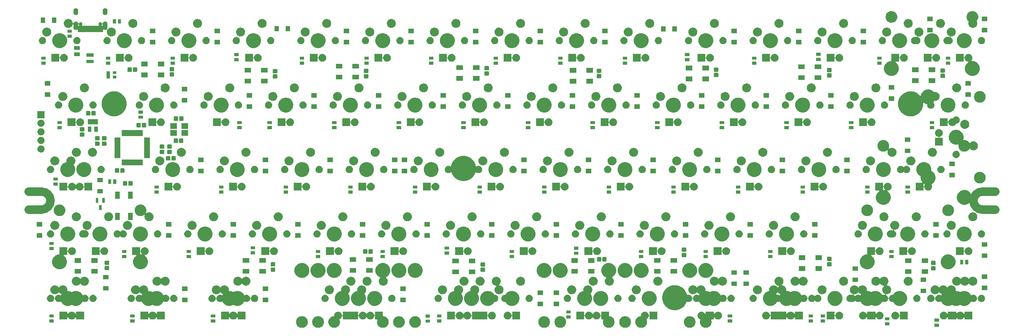
<source format=gbs>
G04 #@! TF.GenerationSoftware,KiCad,Pcbnew,5.1.5-52549c5~84~ubuntu16.04.1*
G04 #@! TF.CreationDate,2020-06-08T19:58:16-04:00*
G04 #@! TF.ProjectId,co60,636f3630-2e6b-4696-9361-645f70636258,rev?*
G04 #@! TF.SameCoordinates,PX4b4f718PY8c7ecc0*
G04 #@! TF.FileFunction,Soldermask,Bot*
G04 #@! TF.FilePolarity,Negative*
%FSLAX46Y46*%
G04 Gerber Fmt 4.6, Leading zero omitted, Abs format (unit mm)*
G04 Created by KiCad (PCBNEW 5.1.5-52549c5~84~ubuntu16.04.1) date 2020-06-08 19:58:16*
%MOMM*%
%LPD*%
G04 APERTURE LIST*
%ADD10C,2.501900*%
%ADD11C,0.100000*%
G04 APERTURE END LIST*
D10*
X-12350Y35456550D02*
X3787650Y35456550D01*
X3787650Y35456550D02*
G75*
G03X6438600Y38107500I0J2650950D01*
G01*
X6438600Y38107500D02*
G75*
G03X3787650Y40758450I-2650950J0D01*
G01*
X-12350Y40758450D02*
X3787650Y40758450D01*
X281187650Y35456550D02*
X285037650Y35456550D01*
X281187650Y35456550D02*
G75*
G02X278536700Y38107500I0J2650950D01*
G01*
X278536700Y38107500D02*
G75*
G02X281187650Y40758450I2650950J0D01*
G01*
X281187650Y40758450D02*
X284987650Y40758450D01*
D11*
G36*
X91473352Y5250473D02*
G01*
X91547572Y5235710D01*
X91634449Y5199724D01*
X91757312Y5148833D01*
X91757313Y5148832D01*
X91946076Y5022705D01*
X92106605Y4862176D01*
X92106606Y4862174D01*
X92232733Y4673412D01*
X92319610Y4463671D01*
X92351304Y4304336D01*
X92358417Y4280887D01*
X92369968Y4259276D01*
X92385513Y4240334D01*
X92404455Y4224789D01*
X92426066Y4213238D01*
X92449515Y4206125D01*
X92473901Y4203723D01*
X92498287Y4206125D01*
X92521736Y4213238D01*
X92543347Y4224789D01*
X92562289Y4240334D01*
X92577834Y4259276D01*
X92589385Y4280887D01*
X92596498Y4304336D01*
X92598900Y4328722D01*
X92598900Y5280000D01*
X97126400Y5280000D01*
X97126400Y4328722D01*
X97128802Y4304336D01*
X97135915Y4280887D01*
X97147466Y4259276D01*
X97163011Y4240334D01*
X97181953Y4224789D01*
X97203564Y4213238D01*
X97227013Y4206125D01*
X97251399Y4203723D01*
X97275785Y4206125D01*
X97299234Y4213238D01*
X97320845Y4224789D01*
X97339787Y4240334D01*
X97355332Y4259276D01*
X97366883Y4280887D01*
X97373996Y4304336D01*
X97405690Y4463671D01*
X97492567Y4673412D01*
X97618694Y4862174D01*
X97618695Y4862176D01*
X97779224Y5022705D01*
X97967987Y5148832D01*
X97967988Y5148833D01*
X98090851Y5199724D01*
X98177728Y5235710D01*
X98251948Y5250473D01*
X98400387Y5280000D01*
X98627413Y5280000D01*
X98775852Y5250473D01*
X98850072Y5235710D01*
X98936949Y5199724D01*
X99059812Y5148833D01*
X99059813Y5148832D01*
X99248576Y5022705D01*
X99409105Y4862176D01*
X99409106Y4862174D01*
X99521217Y4694389D01*
X99536763Y4675447D01*
X99555705Y4659902D01*
X99577315Y4648351D01*
X99600764Y4641238D01*
X99625150Y4638836D01*
X99649536Y4641238D01*
X99672985Y4648351D01*
X99694596Y4659902D01*
X99713538Y4675448D01*
X99729083Y4694389D01*
X99841194Y4862174D01*
X99841195Y4862176D01*
X100001724Y5022705D01*
X100190487Y5148832D01*
X100190488Y5148833D01*
X100313351Y5199724D01*
X100400228Y5235710D01*
X100474448Y5250473D01*
X100622887Y5280000D01*
X100849913Y5280000D01*
X100998352Y5250473D01*
X101072572Y5235710D01*
X101159449Y5199724D01*
X101282312Y5148833D01*
X101282313Y5148832D01*
X101471076Y5022705D01*
X101631605Y4862176D01*
X101631606Y4862174D01*
X101757733Y4673412D01*
X101844610Y4463671D01*
X101876304Y4304336D01*
X101883417Y4280887D01*
X101894968Y4259276D01*
X101910513Y4240334D01*
X101929455Y4224789D01*
X101951066Y4213238D01*
X101974515Y4206125D01*
X101998901Y4203723D01*
X102023287Y4206125D01*
X102046736Y4213238D01*
X102068347Y4224789D01*
X102087289Y4240334D01*
X102102834Y4259276D01*
X102114385Y4280887D01*
X102121498Y4304336D01*
X102123900Y4328722D01*
X102123900Y5280000D01*
X104428900Y5280000D01*
X104428900Y4071499D01*
X104431302Y4047113D01*
X104438415Y4023664D01*
X104449966Y4002053D01*
X104465511Y3983111D01*
X104484453Y3967566D01*
X104506064Y3956015D01*
X104529513Y3948902D01*
X104553899Y3946500D01*
X104589201Y3946500D01*
X104811248Y3902332D01*
X104922272Y3880248D01*
X105052230Y3826417D01*
X105236019Y3750290D01*
X105518385Y3561619D01*
X105758519Y3321485D01*
X105947190Y3039119D01*
X106077148Y2725371D01*
X106143400Y2392301D01*
X106143400Y2052699D01*
X106077148Y1719629D01*
X105947190Y1405881D01*
X105758519Y1123515D01*
X105518385Y883381D01*
X105236019Y694710D01*
X105052230Y618582D01*
X104922272Y564752D01*
X104811248Y542668D01*
X104589201Y498500D01*
X104249599Y498500D01*
X104027552Y542668D01*
X103916528Y564752D01*
X103786570Y618583D01*
X103602781Y694710D01*
X103320415Y883381D01*
X103080281Y1123515D01*
X102891610Y1405881D01*
X102761652Y1719629D01*
X102695400Y2052699D01*
X102695400Y2392301D01*
X102761652Y2725372D01*
X102793461Y2802166D01*
X102800574Y2825615D01*
X102802976Y2850001D01*
X102800574Y2874388D01*
X102793461Y2897836D01*
X102781910Y2919447D01*
X102766364Y2938389D01*
X102747422Y2953934D01*
X102725812Y2965485D01*
X102702363Y2972598D01*
X102677977Y2975000D01*
X102123900Y2975000D01*
X102123900Y3926278D01*
X102121498Y3950664D01*
X102114385Y3974113D01*
X102102834Y3995724D01*
X102087289Y4014666D01*
X102068347Y4030211D01*
X102046736Y4041762D01*
X102023287Y4048875D01*
X101998901Y4051277D01*
X101974515Y4048875D01*
X101951066Y4041762D01*
X101929455Y4030211D01*
X101910513Y4014666D01*
X101894968Y3995724D01*
X101883417Y3974113D01*
X101876304Y3950664D01*
X101844610Y3791329D01*
X101757733Y3581588D01*
X101706109Y3504328D01*
X101631605Y3392824D01*
X101471076Y3232295D01*
X101470634Y3232000D01*
X101282312Y3106167D01*
X101171149Y3060122D01*
X101072572Y3019290D01*
X100998352Y3004527D01*
X100849913Y2975000D01*
X100622887Y2975000D01*
X100474448Y3004527D01*
X100400228Y3019290D01*
X100301651Y3060122D01*
X100190488Y3106167D01*
X100002166Y3232000D01*
X100001724Y3232295D01*
X99841195Y3392824D01*
X99782985Y3479942D01*
X99729083Y3560611D01*
X99713537Y3579553D01*
X99694595Y3595098D01*
X99672985Y3606649D01*
X99649536Y3613762D01*
X99625150Y3616164D01*
X99600764Y3613762D01*
X99577315Y3606649D01*
X99555704Y3595098D01*
X99536762Y3579552D01*
X99521217Y3560611D01*
X99467315Y3479942D01*
X99409105Y3392824D01*
X99248576Y3232295D01*
X99248134Y3232000D01*
X99059812Y3106167D01*
X98948649Y3060122D01*
X98850072Y3019290D01*
X98775852Y3004527D01*
X98627413Y2975000D01*
X98400387Y2975000D01*
X98251948Y3004527D01*
X98177728Y3019290D01*
X98079151Y3060122D01*
X97967988Y3106167D01*
X97779666Y3232000D01*
X97779224Y3232295D01*
X97618695Y3392824D01*
X97544191Y3504328D01*
X97492567Y3581588D01*
X97405690Y3791329D01*
X97373996Y3950664D01*
X97366883Y3974113D01*
X97355332Y3995724D01*
X97339787Y4014666D01*
X97320845Y4030211D01*
X97299234Y4041762D01*
X97275785Y4048875D01*
X97251399Y4051277D01*
X97227013Y4048875D01*
X97203564Y4041762D01*
X97181953Y4030211D01*
X97163011Y4014666D01*
X97147466Y3995724D01*
X97135915Y3974113D01*
X97128802Y3950664D01*
X97126400Y3926278D01*
X97126400Y2975000D01*
X92598900Y2975000D01*
X92598900Y3926278D01*
X92596498Y3950664D01*
X92589385Y3974113D01*
X92577834Y3995724D01*
X92562289Y4014666D01*
X92543347Y4030211D01*
X92521736Y4041762D01*
X92498287Y4048875D01*
X92473901Y4051277D01*
X92449515Y4048875D01*
X92426066Y4041762D01*
X92404455Y4030211D01*
X92385513Y4014666D01*
X92369968Y3995724D01*
X92358417Y3974113D01*
X92351304Y3950664D01*
X92319610Y3791329D01*
X92232733Y3581588D01*
X92181109Y3504328D01*
X92106605Y3392824D01*
X91946076Y3232295D01*
X91945634Y3232000D01*
X91757312Y3106167D01*
X91711565Y3087218D01*
X91689954Y3075667D01*
X91671013Y3060122D01*
X91655467Y3041180D01*
X91643916Y3019569D01*
X91636803Y2996120D01*
X91634401Y2971734D01*
X91636803Y2947348D01*
X91643916Y2923899D01*
X91726148Y2725372D01*
X91792400Y2392301D01*
X91792400Y2052699D01*
X91726148Y1719629D01*
X91596190Y1405881D01*
X91407519Y1123515D01*
X91167385Y883381D01*
X90885019Y694710D01*
X90701230Y618583D01*
X90571272Y564752D01*
X90460248Y542668D01*
X90238201Y498500D01*
X89898599Y498500D01*
X89676552Y542668D01*
X89565528Y564752D01*
X89435570Y618583D01*
X89251781Y694710D01*
X88969415Y883381D01*
X88729281Y1123515D01*
X88540610Y1405881D01*
X88410652Y1719629D01*
X88344400Y2052699D01*
X88344400Y2392301D01*
X88410652Y2725371D01*
X88540610Y3039119D01*
X88729281Y3321485D01*
X88969415Y3561619D01*
X89251781Y3750290D01*
X89435570Y3826417D01*
X89565528Y3880248D01*
X89676552Y3902332D01*
X89898599Y3946500D01*
X89933901Y3946500D01*
X89958287Y3948902D01*
X89981736Y3956015D01*
X90003347Y3967566D01*
X90022289Y3983111D01*
X90037834Y4002053D01*
X90049385Y4023664D01*
X90056498Y4047113D01*
X90058900Y4071499D01*
X90058900Y4241013D01*
X90103190Y4463671D01*
X90190067Y4673412D01*
X90316194Y4862174D01*
X90316195Y4862176D01*
X90476724Y5022705D01*
X90665487Y5148832D01*
X90665488Y5148833D01*
X90788351Y5199724D01*
X90875228Y5235710D01*
X90949448Y5250473D01*
X91097887Y5280000D01*
X91324913Y5280000D01*
X91473352Y5250473D01*
G37*
G36*
X181960852Y5250473D02*
G01*
X182035072Y5235710D01*
X182121949Y5199724D01*
X182244812Y5148833D01*
X182244813Y5148832D01*
X182433576Y5022705D01*
X182594105Y4862176D01*
X182594106Y4862174D01*
X182720233Y4673412D01*
X182807110Y4463671D01*
X182838804Y4304336D01*
X182845917Y4280887D01*
X182857468Y4259276D01*
X182873013Y4240334D01*
X182891955Y4224789D01*
X182913566Y4213238D01*
X182937015Y4206125D01*
X182961401Y4203723D01*
X182985787Y4206125D01*
X183009236Y4213238D01*
X183030847Y4224789D01*
X183049789Y4240334D01*
X183065334Y4259276D01*
X183076885Y4280887D01*
X183083998Y4304336D01*
X183086400Y4328722D01*
X183086400Y5280000D01*
X185391400Y5280000D01*
X185391400Y2975000D01*
X183086400Y2975000D01*
X183086400Y3926278D01*
X183083998Y3950664D01*
X183076885Y3974113D01*
X183065334Y3995724D01*
X183049789Y4014666D01*
X183030847Y4030211D01*
X183009236Y4041762D01*
X182985787Y4048875D01*
X182961401Y4051277D01*
X182937015Y4048875D01*
X182913566Y4041762D01*
X182891955Y4030211D01*
X182873013Y4014666D01*
X182857468Y3995724D01*
X182845917Y3974113D01*
X182838804Y3950664D01*
X182807110Y3791329D01*
X182720233Y3581588D01*
X182668609Y3504328D01*
X182594105Y3392824D01*
X182433576Y3232295D01*
X182433134Y3232000D01*
X182237200Y3101080D01*
X182231647Y3098112D01*
X182212706Y3082565D01*
X182197162Y3063622D01*
X182185612Y3042010D01*
X182178501Y3018561D01*
X182176101Y2994175D01*
X182178505Y2969789D01*
X182185616Y2946350D01*
X182245339Y2802166D01*
X182277148Y2725371D01*
X182343400Y2392301D01*
X182343400Y2052699D01*
X182277148Y1719629D01*
X182147190Y1405881D01*
X181958519Y1123515D01*
X181718385Y883381D01*
X181436019Y694710D01*
X181252230Y618582D01*
X181122272Y564752D01*
X181011248Y542668D01*
X180789201Y498500D01*
X180411499Y498500D01*
X180189452Y542668D01*
X180078428Y564752D01*
X179948470Y618583D01*
X179764681Y694710D01*
X179482315Y883381D01*
X179242181Y1123515D01*
X179053510Y1405881D01*
X178923552Y1719629D01*
X178857300Y2052699D01*
X178857300Y2392301D01*
X178923552Y2725371D01*
X179053510Y3039119D01*
X179242181Y3321485D01*
X179482315Y3561619D01*
X179764681Y3750290D01*
X179948470Y3826417D01*
X180078428Y3880248D01*
X180189452Y3902332D01*
X180411499Y3946500D01*
X180421401Y3946500D01*
X180445787Y3948902D01*
X180469236Y3956015D01*
X180490847Y3967566D01*
X180509789Y3983111D01*
X180525334Y4002053D01*
X180536885Y4023664D01*
X180543998Y4047113D01*
X180546400Y4071499D01*
X180546400Y4241013D01*
X180590690Y4463671D01*
X180677567Y4673412D01*
X180803694Y4862174D01*
X180803695Y4862176D01*
X180964224Y5022705D01*
X181152987Y5148832D01*
X181152988Y5148833D01*
X181275851Y5199724D01*
X181362728Y5235710D01*
X181436948Y5250473D01*
X181585387Y5280000D01*
X181812413Y5280000D01*
X181960852Y5250473D01*
G37*
G36*
X157135248Y3902332D02*
G01*
X157246272Y3880248D01*
X157376230Y3826417D01*
X157560019Y3750290D01*
X157842385Y3561619D01*
X158082519Y3321485D01*
X158271190Y3039119D01*
X158401148Y2725371D01*
X158467400Y2392301D01*
X158467400Y2052699D01*
X158401148Y1719629D01*
X158271190Y1405881D01*
X158082519Y1123515D01*
X157842385Y883381D01*
X157560019Y694710D01*
X157376230Y618582D01*
X157246272Y564752D01*
X157135248Y542668D01*
X156913201Y498500D01*
X156573599Y498500D01*
X156351552Y542668D01*
X156240528Y564752D01*
X156110570Y618583D01*
X155926781Y694710D01*
X155644415Y883381D01*
X155404281Y1123515D01*
X155215610Y1405881D01*
X155085652Y1719629D01*
X155019400Y2052699D01*
X155019400Y2392301D01*
X155085652Y2725371D01*
X155215610Y3039119D01*
X155404281Y3321485D01*
X155644415Y3561619D01*
X155926781Y3750290D01*
X156110570Y3826417D01*
X156240528Y3880248D01*
X156351552Y3902332D01*
X156573599Y3946500D01*
X156913201Y3946500D01*
X157135248Y3902332D01*
G37*
G36*
X114336248Y3902332D02*
G01*
X114447272Y3880248D01*
X114577230Y3826417D01*
X114761019Y3750290D01*
X115043385Y3561619D01*
X115283519Y3321485D01*
X115472190Y3039119D01*
X115602148Y2725371D01*
X115668400Y2392301D01*
X115668400Y2052699D01*
X115602148Y1719629D01*
X115472190Y1405881D01*
X115283519Y1123515D01*
X115043385Y883381D01*
X114761019Y694710D01*
X114577230Y618582D01*
X114447272Y564752D01*
X114336248Y542668D01*
X114114201Y498500D01*
X113774599Y498500D01*
X113552552Y542668D01*
X113441528Y564752D01*
X113311570Y618583D01*
X113127781Y694710D01*
X112845415Y883381D01*
X112605281Y1123515D01*
X112416610Y1405881D01*
X112286652Y1719629D01*
X112220400Y2052699D01*
X112220400Y2392301D01*
X112286652Y2725371D01*
X112416610Y3039119D01*
X112605281Y3321485D01*
X112845415Y3561619D01*
X113127781Y3750290D01*
X113311570Y3826417D01*
X113441528Y3880248D01*
X113552552Y3902332D01*
X113774599Y3946500D01*
X114114201Y3946500D01*
X114336248Y3902332D01*
G37*
G36*
X198629602Y5250473D02*
G01*
X198703822Y5235710D01*
X198790699Y5199724D01*
X198913562Y5148833D01*
X198913563Y5148832D01*
X199102326Y5022705D01*
X199262855Y4862176D01*
X199262856Y4862174D01*
X199367468Y4705612D01*
X199383014Y4686670D01*
X199401956Y4671125D01*
X199423566Y4659574D01*
X199447015Y4652461D01*
X199471401Y4650059D01*
X199495788Y4652461D01*
X199519236Y4659574D01*
X199540847Y4671125D01*
X199559789Y4686671D01*
X199575334Y4705613D01*
X199586885Y4727223D01*
X199593998Y4750672D01*
X199596400Y4775058D01*
X199596400Y5280000D01*
X202060150Y5280000D01*
X202060150Y4775058D01*
X202062552Y4750672D01*
X202069665Y4727223D01*
X202081216Y4705612D01*
X202096761Y4686670D01*
X202115703Y4671125D01*
X202137314Y4659574D01*
X202160763Y4652461D01*
X202185149Y4650059D01*
X202209535Y4652461D01*
X202232984Y4659574D01*
X202254595Y4671125D01*
X202273537Y4686670D01*
X202289082Y4705612D01*
X202393694Y4862174D01*
X202393695Y4862176D01*
X202554224Y5022705D01*
X202742987Y5148832D01*
X202742988Y5148833D01*
X202865851Y5199724D01*
X202952728Y5235710D01*
X203026948Y5250473D01*
X203175387Y5280000D01*
X203402413Y5280000D01*
X203550852Y5250473D01*
X203625072Y5235710D01*
X203711949Y5199724D01*
X203834812Y5148833D01*
X203834813Y5148832D01*
X204023576Y5022705D01*
X204184105Y4862176D01*
X204184106Y4862174D01*
X204310233Y4673412D01*
X204397110Y4463671D01*
X204441400Y4241013D01*
X204441400Y4013987D01*
X204397110Y3791329D01*
X204310233Y3581588D01*
X204258609Y3504328D01*
X204184105Y3392824D01*
X204023576Y3232295D01*
X204023134Y3232000D01*
X203834812Y3106167D01*
X203723649Y3060122D01*
X203625072Y3019290D01*
X203550852Y3004527D01*
X203402413Y2975000D01*
X203175387Y2975000D01*
X203026948Y3004527D01*
X202952728Y3019290D01*
X202854151Y3060122D01*
X202742988Y3106167D01*
X202554666Y3232000D01*
X202554224Y3232295D01*
X202393695Y3392824D01*
X202335485Y3479942D01*
X202289082Y3549388D01*
X202273536Y3568330D01*
X202254594Y3583875D01*
X202232984Y3595426D01*
X202209535Y3602539D01*
X202185149Y3604941D01*
X202160762Y3602539D01*
X202137314Y3595426D01*
X202115703Y3583875D01*
X202096761Y3568329D01*
X202081216Y3549387D01*
X202069665Y3527777D01*
X202062552Y3504328D01*
X202060150Y3479942D01*
X202060150Y2975000D01*
X201379073Y2975000D01*
X201354687Y2972598D01*
X201331238Y2965485D01*
X201309627Y2953934D01*
X201290685Y2938389D01*
X201275140Y2919447D01*
X201263589Y2897836D01*
X201256476Y2874387D01*
X201254074Y2850001D01*
X201256476Y2825615D01*
X201263589Y2802166D01*
X201295398Y2725372D01*
X201361650Y2392301D01*
X201361650Y2052699D01*
X201295398Y1719629D01*
X201165440Y1405881D01*
X200976769Y1123515D01*
X200736635Y883381D01*
X200454269Y694710D01*
X200270480Y618582D01*
X200140522Y564752D01*
X200029498Y542668D01*
X199807451Y498500D01*
X199467849Y498500D01*
X199245802Y542668D01*
X199134778Y564752D01*
X199004820Y618583D01*
X198821031Y694710D01*
X198538665Y883381D01*
X198298531Y1123515D01*
X198109860Y1405881D01*
X197979902Y1719629D01*
X197913650Y2052699D01*
X197913650Y2392301D01*
X197979902Y2725371D01*
X198043536Y2878998D01*
X198050649Y2902447D01*
X198053051Y2926833D01*
X198050649Y2951219D01*
X198043536Y2974668D01*
X198031985Y2996279D01*
X198016440Y3015221D01*
X197997498Y3030766D01*
X197975890Y3042315D01*
X197919377Y3065724D01*
X197821738Y3106167D01*
X197633416Y3232000D01*
X197632974Y3232295D01*
X197472445Y3392824D01*
X197397941Y3504328D01*
X197346317Y3581588D01*
X197259440Y3791329D01*
X197215150Y4013987D01*
X197215150Y4241013D01*
X197259440Y4463671D01*
X197346317Y4673412D01*
X197472444Y4862174D01*
X197472445Y4862176D01*
X197632974Y5022705D01*
X197821737Y5148832D01*
X197821738Y5148833D01*
X197944601Y5199724D01*
X198031478Y5235710D01*
X198105698Y5250473D01*
X198254137Y5280000D01*
X198481163Y5280000D01*
X198629602Y5250473D01*
G37*
G36*
X195298748Y3902332D02*
G01*
X195409772Y3880248D01*
X195539730Y3826417D01*
X195723519Y3750290D01*
X196005885Y3561619D01*
X196246019Y3321485D01*
X196434690Y3039119D01*
X196564648Y2725371D01*
X196630900Y2392301D01*
X196630900Y2052699D01*
X196564648Y1719629D01*
X196434690Y1405881D01*
X196246019Y1123515D01*
X196005885Y883381D01*
X195723519Y694710D01*
X195539730Y618582D01*
X195409772Y564752D01*
X195298748Y542668D01*
X195076701Y498500D01*
X194737099Y498500D01*
X194515052Y542668D01*
X194404028Y564752D01*
X194274070Y618583D01*
X194090281Y694710D01*
X193807915Y883381D01*
X193567781Y1123515D01*
X193379110Y1405881D01*
X193249152Y1719629D01*
X193182900Y2052699D01*
X193182900Y2392301D01*
X193249152Y2725371D01*
X193379110Y3039119D01*
X193567781Y3321485D01*
X193807915Y3561619D01*
X194090281Y3750290D01*
X194274070Y3826417D01*
X194404028Y3880248D01*
X194515052Y3902332D01*
X194737099Y3946500D01*
X195076701Y3946500D01*
X195298748Y3902332D01*
G37*
G36*
X163801400Y4328722D02*
G01*
X163803802Y4304336D01*
X163810915Y4280887D01*
X163822466Y4259276D01*
X163838011Y4240334D01*
X163856953Y4224789D01*
X163878564Y4213238D01*
X163902013Y4206125D01*
X163926399Y4203723D01*
X163950785Y4206125D01*
X163974234Y4213238D01*
X163995845Y4224789D01*
X164014787Y4240334D01*
X164030332Y4259276D01*
X164041883Y4280887D01*
X164048996Y4304336D01*
X164080690Y4463671D01*
X164167567Y4673412D01*
X164293694Y4862174D01*
X164293695Y4862176D01*
X164454224Y5022705D01*
X164642987Y5148832D01*
X164642988Y5148833D01*
X164765851Y5199724D01*
X164852728Y5235710D01*
X164926948Y5250473D01*
X165075387Y5280000D01*
X165302413Y5280000D01*
X165450852Y5250473D01*
X165525072Y5235710D01*
X165611949Y5199724D01*
X165734812Y5148833D01*
X165734813Y5148832D01*
X165923576Y5022705D01*
X166084105Y4862176D01*
X166084106Y4862174D01*
X166196217Y4694389D01*
X166211763Y4675447D01*
X166230705Y4659902D01*
X166252315Y4648351D01*
X166275764Y4641238D01*
X166300150Y4638836D01*
X166324536Y4641238D01*
X166347985Y4648351D01*
X166369596Y4659902D01*
X166388538Y4675448D01*
X166404083Y4694389D01*
X166516194Y4862174D01*
X166516195Y4862176D01*
X166676724Y5022705D01*
X166865487Y5148832D01*
X166865488Y5148833D01*
X166988351Y5199724D01*
X167075228Y5235710D01*
X167149448Y5250473D01*
X167297887Y5280000D01*
X167524913Y5280000D01*
X167673352Y5250473D01*
X167747572Y5235710D01*
X167834449Y5199724D01*
X167957312Y5148833D01*
X167957313Y5148832D01*
X168146076Y5022705D01*
X168306605Y4862176D01*
X168306606Y4862174D01*
X168432733Y4673412D01*
X168519610Y4463671D01*
X168551304Y4304336D01*
X168558417Y4280887D01*
X168569968Y4259276D01*
X168585513Y4240334D01*
X168604455Y4224789D01*
X168626066Y4213238D01*
X168649515Y4206125D01*
X168673901Y4203723D01*
X168698287Y4206125D01*
X168721736Y4213238D01*
X168743347Y4224789D01*
X168762289Y4240334D01*
X168777834Y4259276D01*
X168789385Y4280887D01*
X168796498Y4304336D01*
X168798900Y4328722D01*
X168798900Y5280000D01*
X171103900Y5280000D01*
X171103900Y4068339D01*
X171106302Y4043953D01*
X171113415Y4020504D01*
X171124966Y3998893D01*
X171140511Y3979951D01*
X171159453Y3964406D01*
X171181064Y3952855D01*
X171204513Y3945742D01*
X171456429Y3895632D01*
X171533772Y3880248D01*
X171663730Y3826417D01*
X171847519Y3750290D01*
X172129885Y3561619D01*
X172370019Y3321485D01*
X172558690Y3039119D01*
X172688648Y2725371D01*
X172754900Y2392301D01*
X172754900Y2052699D01*
X172688648Y1719629D01*
X172558690Y1405881D01*
X172370019Y1123515D01*
X172129885Y883381D01*
X171847519Y694710D01*
X171663730Y618582D01*
X171533772Y564752D01*
X171422748Y542668D01*
X171200701Y498500D01*
X170861099Y498500D01*
X170639052Y542668D01*
X170528028Y564752D01*
X170398070Y618583D01*
X170214281Y694710D01*
X169931915Y883381D01*
X169691781Y1123515D01*
X169503110Y1405881D01*
X169373152Y1719629D01*
X169306900Y2052699D01*
X169306900Y2392301D01*
X169373152Y2725372D01*
X169404961Y2802166D01*
X169412074Y2825615D01*
X169414476Y2850001D01*
X169412074Y2874388D01*
X169404961Y2897836D01*
X169393410Y2919447D01*
X169377864Y2938389D01*
X169358922Y2953934D01*
X169337312Y2965485D01*
X169313863Y2972598D01*
X169289477Y2975000D01*
X168798900Y2975000D01*
X168798900Y3926278D01*
X168796498Y3950664D01*
X168789385Y3974113D01*
X168777834Y3995724D01*
X168762289Y4014666D01*
X168743347Y4030211D01*
X168721736Y4041762D01*
X168698287Y4048875D01*
X168673901Y4051277D01*
X168649515Y4048875D01*
X168626066Y4041762D01*
X168604455Y4030211D01*
X168585513Y4014666D01*
X168569968Y3995724D01*
X168558417Y3974113D01*
X168551304Y3950664D01*
X168519610Y3791329D01*
X168432733Y3581588D01*
X168381109Y3504328D01*
X168306605Y3392824D01*
X168146076Y3232295D01*
X168145634Y3232000D01*
X167957312Y3106167D01*
X167846149Y3060122D01*
X167747572Y3019290D01*
X167673352Y3004527D01*
X167524913Y2975000D01*
X167297887Y2975000D01*
X167149448Y3004527D01*
X167075228Y3019290D01*
X166976651Y3060122D01*
X166865488Y3106167D01*
X166677166Y3232000D01*
X166676724Y3232295D01*
X166516195Y3392824D01*
X166457985Y3479942D01*
X166404083Y3560611D01*
X166388537Y3579553D01*
X166369595Y3595098D01*
X166347985Y3606649D01*
X166324536Y3613762D01*
X166300150Y3616164D01*
X166275764Y3613762D01*
X166252315Y3606649D01*
X166230704Y3595098D01*
X166211762Y3579552D01*
X166196217Y3560611D01*
X166142315Y3479942D01*
X166084105Y3392824D01*
X165923576Y3232295D01*
X165923134Y3232000D01*
X165734812Y3106167D01*
X165623649Y3060122D01*
X165525072Y3019290D01*
X165450852Y3004527D01*
X165302413Y2975000D01*
X165075387Y2975000D01*
X164926948Y3004527D01*
X164852728Y3019290D01*
X164754151Y3060122D01*
X164642988Y3106167D01*
X164454666Y3232000D01*
X164454224Y3232295D01*
X164293695Y3392824D01*
X164219191Y3504328D01*
X164167567Y3581588D01*
X164080690Y3791329D01*
X164048996Y3950664D01*
X164041883Y3974113D01*
X164030332Y3995724D01*
X164014787Y4014666D01*
X163995845Y4030211D01*
X163974234Y4041762D01*
X163950785Y4048875D01*
X163926399Y4051277D01*
X163902013Y4048875D01*
X163878564Y4041762D01*
X163856953Y4030211D01*
X163838011Y4014666D01*
X163822466Y3995724D01*
X163810915Y3974113D01*
X163803802Y3950664D01*
X163801400Y3926278D01*
X163801400Y2975000D01*
X161496400Y2975000D01*
X161496400Y5280000D01*
X163801400Y5280000D01*
X163801400Y4328722D01*
G37*
G36*
X176248748Y3902332D02*
G01*
X176359772Y3880248D01*
X176489730Y3826417D01*
X176673519Y3750290D01*
X176955885Y3561619D01*
X177196019Y3321485D01*
X177384690Y3039119D01*
X177514648Y2725371D01*
X177580900Y2392301D01*
X177580900Y2052699D01*
X177514648Y1719629D01*
X177384690Y1405881D01*
X177196019Y1123515D01*
X176955885Y883381D01*
X176673519Y694710D01*
X176489730Y618582D01*
X176359772Y564752D01*
X176248748Y542668D01*
X176026701Y498500D01*
X175687099Y498500D01*
X175465052Y542668D01*
X175354028Y564752D01*
X175224070Y618583D01*
X175040281Y694710D01*
X174757915Y883381D01*
X174517781Y1123515D01*
X174329110Y1405881D01*
X174199152Y1719629D01*
X174132900Y2052699D01*
X174132900Y2392301D01*
X174199152Y2725371D01*
X174329110Y3039119D01*
X174517781Y3321485D01*
X174757915Y3561619D01*
X175040281Y3750290D01*
X175224070Y3826417D01*
X175354028Y3880248D01*
X175465052Y3902332D01*
X175687099Y3946500D01*
X176026701Y3946500D01*
X176248748Y3902332D01*
G37*
G36*
X152372748Y3902332D02*
G01*
X152483772Y3880248D01*
X152613730Y3826417D01*
X152797519Y3750290D01*
X153079885Y3561619D01*
X153320019Y3321485D01*
X153508690Y3039119D01*
X153638648Y2725371D01*
X153704900Y2392301D01*
X153704900Y2052699D01*
X153638648Y1719629D01*
X153508690Y1405881D01*
X153320019Y1123515D01*
X153079885Y883381D01*
X152797519Y694710D01*
X152613730Y618582D01*
X152483772Y564752D01*
X152372748Y542668D01*
X152150701Y498500D01*
X151811099Y498500D01*
X151589052Y542668D01*
X151478028Y564752D01*
X151348070Y618583D01*
X151164281Y694710D01*
X150881915Y883381D01*
X150641781Y1123515D01*
X150453110Y1405881D01*
X150323152Y1719629D01*
X150256900Y2052699D01*
X150256900Y2392301D01*
X150323152Y2725371D01*
X150453110Y3039119D01*
X150641781Y3321485D01*
X150881915Y3561619D01*
X151164281Y3750290D01*
X151348070Y3826417D01*
X151478028Y3880248D01*
X151589052Y3902332D01*
X151811099Y3946500D01*
X152150701Y3946500D01*
X152372748Y3902332D01*
G37*
G36*
X109573748Y3902332D02*
G01*
X109684772Y3880248D01*
X109814730Y3826417D01*
X109998519Y3750290D01*
X110280885Y3561619D01*
X110521019Y3321485D01*
X110709690Y3039119D01*
X110839648Y2725371D01*
X110905900Y2392301D01*
X110905900Y2052699D01*
X110839648Y1719629D01*
X110709690Y1405881D01*
X110521019Y1123515D01*
X110280885Y883381D01*
X109998519Y694710D01*
X109814730Y618582D01*
X109684772Y564752D01*
X109573748Y542668D01*
X109351701Y498500D01*
X109012099Y498500D01*
X108790052Y542668D01*
X108679028Y564752D01*
X108549070Y618583D01*
X108365281Y694710D01*
X108082915Y883381D01*
X107842781Y1123515D01*
X107654110Y1405881D01*
X107524152Y1719629D01*
X107457900Y2052699D01*
X107457900Y2392301D01*
X107524152Y2725371D01*
X107654110Y3039119D01*
X107842781Y3321485D01*
X108082915Y3561619D01*
X108365281Y3750290D01*
X108549070Y3826417D01*
X108679028Y3880248D01*
X108790052Y3902332D01*
X109012099Y3946500D01*
X109351701Y3946500D01*
X109573748Y3902332D01*
G37*
G36*
X85729498Y3902332D02*
G01*
X85840522Y3880248D01*
X85970480Y3826417D01*
X86154269Y3750290D01*
X86436635Y3561619D01*
X86676769Y3321485D01*
X86865440Y3039119D01*
X86995398Y2725371D01*
X87061650Y2392301D01*
X87061650Y2052699D01*
X86995398Y1719629D01*
X86865440Y1405881D01*
X86676769Y1123515D01*
X86436635Y883381D01*
X86154269Y694710D01*
X85970480Y618583D01*
X85840522Y564752D01*
X85729498Y542668D01*
X85507451Y498500D01*
X85136099Y498500D01*
X84914052Y542668D01*
X84803028Y564752D01*
X84673070Y618583D01*
X84489281Y694710D01*
X84206915Y883381D01*
X83966781Y1123515D01*
X83778110Y1405881D01*
X83648152Y1719629D01*
X83581900Y2052699D01*
X83581900Y2392301D01*
X83648152Y2725371D01*
X83778110Y3039119D01*
X83966781Y3321485D01*
X84206915Y3561619D01*
X84489281Y3750290D01*
X84673070Y3826417D01*
X84803028Y3880248D01*
X84914052Y3902332D01*
X85136099Y3946500D01*
X85507451Y3946500D01*
X85729498Y3902332D01*
G37*
G36*
X80973348Y3902332D02*
G01*
X81084372Y3880248D01*
X81214330Y3826417D01*
X81398119Y3750290D01*
X81680485Y3561619D01*
X81920619Y3321485D01*
X82109290Y3039119D01*
X82239248Y2725371D01*
X82305500Y2392301D01*
X82305500Y2052699D01*
X82239248Y1719629D01*
X82109290Y1405881D01*
X81920619Y1123515D01*
X81680485Y883381D01*
X81398119Y694710D01*
X81214330Y618583D01*
X81084372Y564752D01*
X80973348Y542668D01*
X80751301Y498500D01*
X80373599Y498500D01*
X80151552Y542668D01*
X80040528Y564752D01*
X79910570Y618583D01*
X79726781Y694710D01*
X79444415Y883381D01*
X79204281Y1123515D01*
X79015610Y1405881D01*
X78885652Y1719629D01*
X78819400Y2052699D01*
X78819400Y2392301D01*
X78885652Y2725371D01*
X79015610Y3039119D01*
X79204281Y3321485D01*
X79444415Y3561619D01*
X79726781Y3750290D01*
X79910570Y3826417D01*
X80040528Y3880248D01*
X80151552Y3902332D01*
X80373599Y3946500D01*
X80751301Y3946500D01*
X80973348Y3902332D01*
G37*
G36*
X268391400Y832000D02*
G01*
X267091400Y832000D01*
X267091400Y1732000D01*
X268391400Y1732000D01*
X268391400Y832000D01*
G37*
G36*
X253786400Y1213000D02*
G01*
X252486400Y1213000D01*
X252486400Y2113000D01*
X253786400Y2113000D01*
X253786400Y1213000D01*
G37*
G36*
X118328200Y2025800D02*
G01*
X117028200Y2025800D01*
X117028200Y2925800D01*
X118328200Y2925800D01*
X118328200Y2025800D01*
G37*
G36*
X231243900Y2054375D02*
G01*
X229943900Y2054375D01*
X229943900Y2954375D01*
X231243900Y2954375D01*
X231243900Y2054375D01*
G37*
G36*
X31218900Y2054375D02*
G01*
X29918900Y2054375D01*
X29918900Y2954375D01*
X31218900Y2954375D01*
X31218900Y2054375D01*
G37*
G36*
X55031400Y2054375D02*
G01*
X53731400Y2054375D01*
X53731400Y2954375D01*
X55031400Y2954375D01*
X55031400Y2054375D01*
G37*
G36*
X234815775Y2054375D02*
G01*
X233515775Y2054375D01*
X233515775Y2954375D01*
X234815775Y2954375D01*
X234815775Y2054375D01*
G37*
G36*
X121706400Y2054375D02*
G01*
X120406400Y2054375D01*
X120406400Y2954375D01*
X121706400Y2954375D01*
X121706400Y2054375D01*
G37*
G36*
X7406400Y2054375D02*
G01*
X6106400Y2054375D01*
X6106400Y2954375D01*
X7406400Y2954375D01*
X7406400Y2054375D01*
G37*
G36*
X207431400Y2054375D02*
G01*
X206131400Y2054375D01*
X206131400Y2954375D01*
X207431400Y2954375D01*
X207431400Y2054375D01*
G37*
G36*
X268391400Y2332000D02*
G01*
X267091400Y2332000D01*
X267091400Y3232000D01*
X268391400Y3232000D01*
X268391400Y2332000D01*
G37*
G36*
X253786400Y2713000D02*
G01*
X252486400Y2713000D01*
X252486400Y3613000D01*
X253786400Y3613000D01*
X253786400Y2713000D01*
G37*
G36*
X270067102Y5250473D02*
G01*
X270141322Y5235710D01*
X270228199Y5199724D01*
X270351062Y5148833D01*
X270351063Y5148832D01*
X270539826Y5022705D01*
X270700355Y4862176D01*
X270700356Y4862174D01*
X270804968Y4705612D01*
X270820514Y4686670D01*
X270839456Y4671125D01*
X270861066Y4659574D01*
X270884515Y4652461D01*
X270908901Y4650059D01*
X270933288Y4652461D01*
X270956736Y4659574D01*
X270978347Y4671125D01*
X270997289Y4686671D01*
X271012834Y4705613D01*
X271024385Y4727223D01*
X271031498Y4750672D01*
X271033900Y4775058D01*
X271033900Y5280000D01*
X273497650Y5280000D01*
X273497650Y4989155D01*
X273500052Y4964769D01*
X273507165Y4941320D01*
X273518716Y4919709D01*
X273534261Y4900767D01*
X273553203Y4885222D01*
X273574814Y4873671D01*
X273598263Y4866558D01*
X273622649Y4864156D01*
X273647035Y4866558D01*
X273670484Y4873671D01*
X273692095Y4885222D01*
X273711031Y4900762D01*
X273832974Y5022705D01*
X274021737Y5148832D01*
X274021738Y5148833D01*
X274144601Y5199724D01*
X274231478Y5235710D01*
X274305698Y5250473D01*
X274454137Y5280000D01*
X274839913Y5280000D01*
X274988352Y5250473D01*
X275062572Y5235710D01*
X275149449Y5199724D01*
X275272312Y5148833D01*
X275272313Y5148832D01*
X275461076Y5022705D01*
X275621605Y4862176D01*
X275621606Y4862174D01*
X275726218Y4705612D01*
X275741764Y4686670D01*
X275760706Y4671125D01*
X275782316Y4659574D01*
X275805765Y4652461D01*
X275830151Y4650059D01*
X275854538Y4652461D01*
X275877986Y4659574D01*
X275899597Y4671125D01*
X275918539Y4686671D01*
X275934084Y4705613D01*
X275945635Y4727223D01*
X275952748Y4750672D01*
X275955150Y4775058D01*
X275955150Y5280000D01*
X278260150Y5280000D01*
X278260150Y2975000D01*
X275955150Y2975000D01*
X275955150Y3479942D01*
X275952748Y3504328D01*
X275945635Y3527777D01*
X275934084Y3549388D01*
X275918539Y3568330D01*
X275899597Y3583875D01*
X275877986Y3595426D01*
X275854537Y3602539D01*
X275830151Y3604941D01*
X275805765Y3602539D01*
X275782316Y3595426D01*
X275760705Y3583875D01*
X275741763Y3568330D01*
X275726218Y3549388D01*
X275679815Y3479942D01*
X275621605Y3392824D01*
X275461076Y3232295D01*
X275460634Y3232000D01*
X275272312Y3106167D01*
X275161149Y3060122D01*
X275062572Y3019290D01*
X274988352Y3004527D01*
X274839913Y2975000D01*
X274454137Y2975000D01*
X274305698Y3004527D01*
X274231478Y3019290D01*
X274132901Y3060122D01*
X274021738Y3106167D01*
X273833416Y3232000D01*
X273832974Y3232295D01*
X273711031Y3354238D01*
X273692095Y3369778D01*
X273670484Y3381329D01*
X273647035Y3388442D01*
X273622649Y3390844D01*
X273598263Y3388442D01*
X273574814Y3381329D01*
X273553203Y3369778D01*
X273534261Y3354233D01*
X273518716Y3335291D01*
X273507165Y3313680D01*
X273500052Y3290231D01*
X273497650Y3265845D01*
X273497650Y2975000D01*
X271033900Y2975000D01*
X271033900Y3479942D01*
X271031498Y3504328D01*
X271024385Y3527777D01*
X271012834Y3549388D01*
X270997289Y3568330D01*
X270978347Y3583875D01*
X270956736Y3595426D01*
X270933287Y3602539D01*
X270908901Y3604941D01*
X270884515Y3602539D01*
X270861066Y3595426D01*
X270839455Y3583875D01*
X270820513Y3568330D01*
X270804968Y3549388D01*
X270758565Y3479942D01*
X270700355Y3392824D01*
X270539826Y3232295D01*
X270539384Y3232000D01*
X270351062Y3106167D01*
X270239899Y3060122D01*
X270141322Y3019290D01*
X270067102Y3004527D01*
X269918663Y2975000D01*
X269691637Y2975000D01*
X269543198Y3004527D01*
X269468978Y3019290D01*
X269370401Y3060122D01*
X269259238Y3106167D01*
X269070916Y3232000D01*
X269070474Y3232295D01*
X268909945Y3392824D01*
X268835441Y3504328D01*
X268783817Y3581588D01*
X268696940Y3791329D01*
X268652650Y4013987D01*
X268652650Y4241013D01*
X268696940Y4463671D01*
X268783817Y4673412D01*
X268909944Y4862174D01*
X268909945Y4862176D01*
X269070474Y5022705D01*
X269259237Y5148832D01*
X269259238Y5148833D01*
X269382101Y5199724D01*
X269468978Y5235710D01*
X269543198Y5250473D01*
X269691637Y5280000D01*
X269918663Y5280000D01*
X270067102Y5250473D01*
G37*
G36*
X11401400Y4775058D02*
G01*
X11403802Y4750672D01*
X11410915Y4727223D01*
X11422466Y4705612D01*
X11438011Y4686670D01*
X11456953Y4671125D01*
X11478564Y4659574D01*
X11502013Y4652461D01*
X11526399Y4650059D01*
X11550785Y4652461D01*
X11574234Y4659574D01*
X11595845Y4671125D01*
X11614787Y4686670D01*
X11630332Y4705612D01*
X11734944Y4862174D01*
X11734945Y4862176D01*
X11895474Y5022705D01*
X12084237Y5148832D01*
X12084238Y5148833D01*
X12207101Y5199724D01*
X12293978Y5235710D01*
X12368198Y5250473D01*
X12516637Y5280000D01*
X12902413Y5280000D01*
X13050852Y5250473D01*
X13125072Y5235710D01*
X13211949Y5199724D01*
X13334812Y5148833D01*
X13334813Y5148832D01*
X13523576Y5022705D01*
X13684105Y4862176D01*
X13684106Y4862174D01*
X13788718Y4705612D01*
X13804264Y4686670D01*
X13823206Y4671125D01*
X13844816Y4659574D01*
X13868265Y4652461D01*
X13892651Y4650059D01*
X13917038Y4652461D01*
X13940486Y4659574D01*
X13962097Y4671125D01*
X13981039Y4686671D01*
X13996584Y4705613D01*
X14008135Y4727223D01*
X14015248Y4750672D01*
X14017650Y4775058D01*
X14017650Y5280000D01*
X16322650Y5280000D01*
X16322650Y2975000D01*
X14017650Y2975000D01*
X14017650Y3479942D01*
X14015248Y3504328D01*
X14008135Y3527777D01*
X13996584Y3549388D01*
X13981039Y3568330D01*
X13962097Y3583875D01*
X13940486Y3595426D01*
X13917037Y3602539D01*
X13892651Y3604941D01*
X13868265Y3602539D01*
X13844816Y3595426D01*
X13823205Y3583875D01*
X13804263Y3568330D01*
X13788718Y3549388D01*
X13742315Y3479942D01*
X13684105Y3392824D01*
X13523576Y3232295D01*
X13523134Y3232000D01*
X13334812Y3106167D01*
X13223649Y3060122D01*
X13125072Y3019290D01*
X13050852Y3004527D01*
X12902413Y2975000D01*
X12516637Y2975000D01*
X12368198Y3004527D01*
X12293978Y3019290D01*
X12195401Y3060122D01*
X12084238Y3106167D01*
X11895916Y3232000D01*
X11895474Y3232295D01*
X11734945Y3392824D01*
X11676735Y3479942D01*
X11630332Y3549388D01*
X11614786Y3568330D01*
X11595844Y3583875D01*
X11574234Y3595426D01*
X11550785Y3602539D01*
X11526399Y3604941D01*
X11502012Y3602539D01*
X11478564Y3595426D01*
X11456953Y3583875D01*
X11438011Y3568329D01*
X11422466Y3549387D01*
X11410915Y3527777D01*
X11403802Y3504328D01*
X11401400Y3479942D01*
X11401400Y2975000D01*
X9096400Y2975000D01*
X9096400Y5280000D01*
X11401400Y5280000D01*
X11401400Y4775058D01*
G37*
G36*
X217679602Y5250473D02*
G01*
X217753822Y5235710D01*
X217840699Y5199724D01*
X217963562Y5148833D01*
X217963563Y5148832D01*
X218152326Y5022705D01*
X218312855Y4862176D01*
X218312856Y4862174D01*
X218438983Y4673412D01*
X218525860Y4463671D01*
X218557554Y4304336D01*
X218564667Y4280887D01*
X218576218Y4259276D01*
X218591763Y4240334D01*
X218610705Y4224789D01*
X218632316Y4213238D01*
X218655765Y4206125D01*
X218680151Y4203723D01*
X218704537Y4206125D01*
X218727986Y4213238D01*
X218749597Y4224789D01*
X218768539Y4240334D01*
X218784084Y4259276D01*
X218795635Y4280887D01*
X218802748Y4304336D01*
X218805150Y4328722D01*
X218805150Y5280000D01*
X223332650Y5280000D01*
X223332650Y4775058D01*
X223335052Y4750672D01*
X223342165Y4727223D01*
X223353716Y4705612D01*
X223369261Y4686670D01*
X223388203Y4671125D01*
X223409814Y4659574D01*
X223433263Y4652461D01*
X223457649Y4650059D01*
X223482035Y4652461D01*
X223505484Y4659574D01*
X223527095Y4671125D01*
X223546037Y4686670D01*
X223561582Y4705612D01*
X223666194Y4862174D01*
X223666195Y4862176D01*
X223826724Y5022705D01*
X224015487Y5148832D01*
X224015488Y5148833D01*
X224138351Y5199724D01*
X224225228Y5235710D01*
X224299448Y5250473D01*
X224447887Y5280000D01*
X224833663Y5280000D01*
X224982102Y5250473D01*
X225056322Y5235710D01*
X225143199Y5199724D01*
X225266062Y5148833D01*
X225266063Y5148832D01*
X225454826Y5022705D01*
X225615355Y4862176D01*
X225615356Y4862174D01*
X225719968Y4705612D01*
X225735514Y4686670D01*
X225754456Y4671125D01*
X225776066Y4659574D01*
X225799515Y4652461D01*
X225823901Y4650059D01*
X225848288Y4652461D01*
X225871736Y4659574D01*
X225893347Y4671125D01*
X225912289Y4686671D01*
X225927834Y4705613D01*
X225939385Y4727223D01*
X225946498Y4750672D01*
X225948900Y4775058D01*
X225948900Y5280000D01*
X228253900Y5280000D01*
X228253900Y2975000D01*
X225948900Y2975000D01*
X225948900Y3479942D01*
X225946498Y3504328D01*
X225939385Y3527777D01*
X225927834Y3549388D01*
X225912289Y3568330D01*
X225893347Y3583875D01*
X225871736Y3595426D01*
X225848287Y3602539D01*
X225823901Y3604941D01*
X225799515Y3602539D01*
X225776066Y3595426D01*
X225754455Y3583875D01*
X225735513Y3568330D01*
X225719968Y3549388D01*
X225673565Y3479942D01*
X225615355Y3392824D01*
X225454826Y3232295D01*
X225454384Y3232000D01*
X225266062Y3106167D01*
X225154899Y3060122D01*
X225056322Y3019290D01*
X224982102Y3004527D01*
X224833663Y2975000D01*
X224447887Y2975000D01*
X224299448Y3004527D01*
X224225228Y3019290D01*
X224126651Y3060122D01*
X224015488Y3106167D01*
X223827166Y3232000D01*
X223826724Y3232295D01*
X223666195Y3392824D01*
X223607985Y3479942D01*
X223561582Y3549388D01*
X223546036Y3568330D01*
X223527094Y3583875D01*
X223505484Y3595426D01*
X223482035Y3602539D01*
X223457649Y3604941D01*
X223433262Y3602539D01*
X223409814Y3595426D01*
X223388203Y3583875D01*
X223369261Y3568329D01*
X223353716Y3549387D01*
X223342165Y3527777D01*
X223335052Y3504328D01*
X223332650Y3479942D01*
X223332650Y2975000D01*
X218805150Y2975000D01*
X218805150Y3926278D01*
X218802748Y3950664D01*
X218795635Y3974113D01*
X218784084Y3995724D01*
X218768539Y4014666D01*
X218749597Y4030211D01*
X218727986Y4041762D01*
X218704537Y4048875D01*
X218680151Y4051277D01*
X218655765Y4048875D01*
X218632316Y4041762D01*
X218610705Y4030211D01*
X218591763Y4014666D01*
X218576218Y3995724D01*
X218564667Y3974113D01*
X218557554Y3950664D01*
X218525860Y3791329D01*
X218438983Y3581588D01*
X218387359Y3504328D01*
X218312855Y3392824D01*
X218152326Y3232295D01*
X218151884Y3232000D01*
X217963562Y3106167D01*
X217852399Y3060122D01*
X217753822Y3019290D01*
X217679602Y3004527D01*
X217531163Y2975000D01*
X217304137Y2975000D01*
X217155698Y3004527D01*
X217081478Y3019290D01*
X216982901Y3060122D01*
X216871738Y3106167D01*
X216683416Y3232000D01*
X216682974Y3232295D01*
X216522445Y3392824D01*
X216447941Y3504328D01*
X216396317Y3581588D01*
X216309440Y3791329D01*
X216265150Y4013987D01*
X216265150Y4241013D01*
X216309440Y4463671D01*
X216396317Y4673412D01*
X216522444Y4862174D01*
X216522445Y4862176D01*
X216682974Y5022705D01*
X216871737Y5148832D01*
X216871738Y5148833D01*
X216994601Y5199724D01*
X217081478Y5235710D01*
X217155698Y5250473D01*
X217304137Y5280000D01*
X217531163Y5280000D01*
X217679602Y5250473D01*
G37*
G36*
X246254602Y5250473D02*
G01*
X246328822Y5235710D01*
X246415699Y5199724D01*
X246538562Y5148833D01*
X246538563Y5148832D01*
X246727326Y5022705D01*
X246887855Y4862176D01*
X246887856Y4862174D01*
X246992468Y4705612D01*
X247008014Y4686670D01*
X247026956Y4671125D01*
X247048566Y4659574D01*
X247072015Y4652461D01*
X247096401Y4650059D01*
X247120788Y4652461D01*
X247144236Y4659574D01*
X247165847Y4671125D01*
X247184789Y4686671D01*
X247200334Y4705613D01*
X247211885Y4727223D01*
X247218998Y4750672D01*
X247221400Y4775058D01*
X247221400Y5280000D01*
X249685150Y5280000D01*
X249685150Y4775058D01*
X249687552Y4750672D01*
X249694665Y4727223D01*
X249706216Y4705612D01*
X249721761Y4686670D01*
X249740703Y4671125D01*
X249762314Y4659574D01*
X249785763Y4652461D01*
X249810149Y4650059D01*
X249834535Y4652461D01*
X249857984Y4659574D01*
X249879595Y4671125D01*
X249898537Y4686670D01*
X249914082Y4705612D01*
X250018694Y4862174D01*
X250018695Y4862176D01*
X250179224Y5022705D01*
X250367987Y5148832D01*
X250367988Y5148833D01*
X250490851Y5199724D01*
X250577728Y5235710D01*
X250651948Y5250473D01*
X250800387Y5280000D01*
X251027413Y5280000D01*
X251175852Y5250473D01*
X251250072Y5235710D01*
X251336949Y5199724D01*
X251459812Y5148833D01*
X251459813Y5148832D01*
X251648576Y5022705D01*
X251809105Y4862176D01*
X251809106Y4862174D01*
X251935233Y4673412D01*
X252022110Y4463671D01*
X252066400Y4241013D01*
X252066400Y4013987D01*
X252022110Y3791329D01*
X251935233Y3581588D01*
X251883609Y3504328D01*
X251809105Y3392824D01*
X251648576Y3232295D01*
X251648134Y3232000D01*
X251459812Y3106167D01*
X251348649Y3060122D01*
X251250072Y3019290D01*
X251175852Y3004527D01*
X251027413Y2975000D01*
X250800387Y2975000D01*
X250651948Y3004527D01*
X250577728Y3019290D01*
X250479151Y3060122D01*
X250367988Y3106167D01*
X250179666Y3232000D01*
X250179224Y3232295D01*
X250018695Y3392824D01*
X249960485Y3479942D01*
X249914082Y3549388D01*
X249898536Y3568330D01*
X249879594Y3583875D01*
X249857984Y3595426D01*
X249834535Y3602539D01*
X249810149Y3604941D01*
X249785762Y3602539D01*
X249762314Y3595426D01*
X249740703Y3583875D01*
X249721761Y3568329D01*
X249706216Y3549387D01*
X249694665Y3527777D01*
X249687552Y3504328D01*
X249685150Y3479942D01*
X249685150Y2975000D01*
X247221400Y2975000D01*
X247221400Y3479942D01*
X247218998Y3504328D01*
X247211885Y3527777D01*
X247200334Y3549388D01*
X247184789Y3568330D01*
X247165847Y3583875D01*
X247144236Y3595426D01*
X247120787Y3602539D01*
X247096401Y3604941D01*
X247072015Y3602539D01*
X247048566Y3595426D01*
X247026955Y3583875D01*
X247008013Y3568330D01*
X246992468Y3549388D01*
X246946065Y3479942D01*
X246887855Y3392824D01*
X246727326Y3232295D01*
X246726884Y3232000D01*
X246538562Y3106167D01*
X246427399Y3060122D01*
X246328822Y3019290D01*
X246254602Y3004527D01*
X246106163Y2975000D01*
X245879137Y2975000D01*
X245730698Y3004527D01*
X245656478Y3019290D01*
X245557901Y3060122D01*
X245446738Y3106167D01*
X245258416Y3232000D01*
X245257974Y3232295D01*
X245097445Y3392824D01*
X245022941Y3504328D01*
X244971317Y3581588D01*
X244884440Y3791329D01*
X244840150Y4013987D01*
X244840150Y4241013D01*
X244884440Y4463671D01*
X244971317Y4673412D01*
X245097444Y4862174D01*
X245097445Y4862176D01*
X245257974Y5022705D01*
X245446737Y5148832D01*
X245446738Y5148833D01*
X245569601Y5199724D01*
X245656478Y5235710D01*
X245730698Y5250473D01*
X245879137Y5280000D01*
X246106163Y5280000D01*
X246254602Y5250473D01*
G37*
G36*
X125701400Y4328722D02*
G01*
X125703802Y4304336D01*
X125710915Y4280887D01*
X125722466Y4259276D01*
X125738011Y4240334D01*
X125756953Y4224789D01*
X125778564Y4213238D01*
X125802013Y4206125D01*
X125826399Y4203723D01*
X125850785Y4206125D01*
X125874234Y4213238D01*
X125895845Y4224789D01*
X125914787Y4240334D01*
X125930332Y4259276D01*
X125941883Y4280887D01*
X125948996Y4304336D01*
X125980690Y4463671D01*
X126067567Y4673412D01*
X126193694Y4862174D01*
X126193695Y4862176D01*
X126354224Y5022705D01*
X126542987Y5148832D01*
X126542988Y5148833D01*
X126665851Y5199724D01*
X126752728Y5235710D01*
X126826948Y5250473D01*
X126975387Y5280000D01*
X127202413Y5280000D01*
X127350852Y5250473D01*
X127425072Y5235710D01*
X127511949Y5199724D01*
X127634812Y5148833D01*
X127634813Y5148832D01*
X127823576Y5022705D01*
X127984105Y4862176D01*
X127984106Y4862174D01*
X128096217Y4694389D01*
X128111763Y4675447D01*
X128130705Y4659902D01*
X128152315Y4648351D01*
X128175764Y4641238D01*
X128200150Y4638836D01*
X128224536Y4641238D01*
X128247985Y4648351D01*
X128269596Y4659902D01*
X128288538Y4675448D01*
X128304083Y4694389D01*
X128416194Y4862174D01*
X128416195Y4862176D01*
X128576724Y5022705D01*
X128765487Y5148832D01*
X128765488Y5148833D01*
X128888351Y5199724D01*
X128975228Y5235710D01*
X129049448Y5250473D01*
X129197887Y5280000D01*
X129424913Y5280000D01*
X129573352Y5250473D01*
X129647572Y5235710D01*
X129734449Y5199724D01*
X129857312Y5148833D01*
X129857313Y5148832D01*
X130046076Y5022705D01*
X130206605Y4862176D01*
X130206606Y4862174D01*
X130332733Y4673412D01*
X130419610Y4463671D01*
X130451304Y4304336D01*
X130458417Y4280887D01*
X130469968Y4259276D01*
X130485513Y4240334D01*
X130504455Y4224789D01*
X130526066Y4213238D01*
X130549515Y4206125D01*
X130573901Y4203723D01*
X130598287Y4206125D01*
X130621736Y4213238D01*
X130643347Y4224789D01*
X130662289Y4240334D01*
X130677834Y4259276D01*
X130689385Y4280887D01*
X130696498Y4304336D01*
X130698900Y4328722D01*
X130698900Y5280000D01*
X135226400Y5280000D01*
X135226400Y4328722D01*
X135228802Y4304336D01*
X135235915Y4280887D01*
X135247466Y4259276D01*
X135263011Y4240334D01*
X135281953Y4224789D01*
X135303564Y4213238D01*
X135327013Y4206125D01*
X135351399Y4203723D01*
X135375785Y4206125D01*
X135399234Y4213238D01*
X135420845Y4224789D01*
X135439787Y4240334D01*
X135455332Y4259276D01*
X135466883Y4280887D01*
X135473996Y4304336D01*
X135505690Y4463671D01*
X135592567Y4673412D01*
X135718694Y4862174D01*
X135718695Y4862176D01*
X135879224Y5022705D01*
X136067987Y5148832D01*
X136067988Y5148833D01*
X136190851Y5199724D01*
X136277728Y5235710D01*
X136351948Y5250473D01*
X136500387Y5280000D01*
X136727413Y5280000D01*
X136875852Y5250473D01*
X136950072Y5235710D01*
X137036949Y5199724D01*
X137159812Y5148833D01*
X137159813Y5148832D01*
X137348576Y5022705D01*
X137509105Y4862176D01*
X137509106Y4862174D01*
X137635233Y4673412D01*
X137722110Y4463671D01*
X137766400Y4241013D01*
X137766400Y4013987D01*
X137722110Y3791329D01*
X137635233Y3581588D01*
X137583609Y3504328D01*
X137509105Y3392824D01*
X137348576Y3232295D01*
X137348134Y3232000D01*
X137159812Y3106167D01*
X137048649Y3060122D01*
X136950072Y3019290D01*
X136875852Y3004527D01*
X136727413Y2975000D01*
X136500387Y2975000D01*
X136351948Y3004527D01*
X136277728Y3019290D01*
X136179151Y3060122D01*
X136067988Y3106167D01*
X135879666Y3232000D01*
X135879224Y3232295D01*
X135718695Y3392824D01*
X135644191Y3504328D01*
X135592567Y3581588D01*
X135505690Y3791329D01*
X135473996Y3950664D01*
X135466883Y3974113D01*
X135455332Y3995724D01*
X135439787Y4014666D01*
X135420845Y4030211D01*
X135399234Y4041762D01*
X135375785Y4048875D01*
X135351399Y4051277D01*
X135327013Y4048875D01*
X135303564Y4041762D01*
X135281953Y4030211D01*
X135263011Y4014666D01*
X135247466Y3995724D01*
X135235915Y3974113D01*
X135228802Y3950664D01*
X135226400Y3926278D01*
X135226400Y2975000D01*
X130698900Y2975000D01*
X130698900Y3926278D01*
X130696498Y3950664D01*
X130689385Y3974113D01*
X130677834Y3995724D01*
X130662289Y4014666D01*
X130643347Y4030211D01*
X130621736Y4041762D01*
X130598287Y4048875D01*
X130573901Y4051277D01*
X130549515Y4048875D01*
X130526066Y4041762D01*
X130504455Y4030211D01*
X130485513Y4014666D01*
X130469968Y3995724D01*
X130458417Y3974113D01*
X130451304Y3950664D01*
X130419610Y3791329D01*
X130332733Y3581588D01*
X130281109Y3504328D01*
X130206605Y3392824D01*
X130046076Y3232295D01*
X130045634Y3232000D01*
X129857312Y3106167D01*
X129746149Y3060122D01*
X129647572Y3019290D01*
X129573352Y3004527D01*
X129424913Y2975000D01*
X129197887Y2975000D01*
X129049448Y3004527D01*
X128975228Y3019290D01*
X128876651Y3060122D01*
X128765488Y3106167D01*
X128577166Y3232000D01*
X128576724Y3232295D01*
X128416195Y3392824D01*
X128357985Y3479942D01*
X128304083Y3560611D01*
X128288537Y3579553D01*
X128269595Y3595098D01*
X128247985Y3606649D01*
X128224536Y3613762D01*
X128200150Y3616164D01*
X128175764Y3613762D01*
X128152315Y3606649D01*
X128130704Y3595098D01*
X128111762Y3579552D01*
X128096217Y3560611D01*
X128042315Y3479942D01*
X127984105Y3392824D01*
X127823576Y3232295D01*
X127823134Y3232000D01*
X127634812Y3106167D01*
X127523649Y3060122D01*
X127425072Y3019290D01*
X127350852Y3004527D01*
X127202413Y2975000D01*
X126975387Y2975000D01*
X126826948Y3004527D01*
X126752728Y3019290D01*
X126654151Y3060122D01*
X126542988Y3106167D01*
X126354666Y3232000D01*
X126354224Y3232295D01*
X126193695Y3392824D01*
X126119191Y3504328D01*
X126067567Y3581588D01*
X125980690Y3791329D01*
X125948996Y3950664D01*
X125941883Y3974113D01*
X125930332Y3995724D01*
X125914787Y4014666D01*
X125895845Y4030211D01*
X125874234Y4041762D01*
X125850785Y4048875D01*
X125826399Y4051277D01*
X125802013Y4048875D01*
X125778564Y4041762D01*
X125756953Y4030211D01*
X125738011Y4014666D01*
X125722466Y3995724D01*
X125710915Y3974113D01*
X125703802Y3950664D01*
X125701400Y3926278D01*
X125701400Y2975000D01*
X123396400Y2975000D01*
X123396400Y5280000D01*
X125701400Y5280000D01*
X125701400Y4328722D01*
G37*
G36*
X35213900Y4775058D02*
G01*
X35216302Y4750672D01*
X35223415Y4727223D01*
X35234966Y4705612D01*
X35250511Y4686670D01*
X35269453Y4671125D01*
X35291064Y4659574D01*
X35314513Y4652461D01*
X35338899Y4650059D01*
X35363285Y4652461D01*
X35386734Y4659574D01*
X35408345Y4671125D01*
X35427287Y4686670D01*
X35442832Y4705612D01*
X35547444Y4862174D01*
X35547445Y4862176D01*
X35707974Y5022705D01*
X35896737Y5148832D01*
X35896738Y5148833D01*
X36019601Y5199724D01*
X36106478Y5235710D01*
X36180698Y5250473D01*
X36329137Y5280000D01*
X36714913Y5280000D01*
X36863352Y5250473D01*
X36937572Y5235710D01*
X37024449Y5199724D01*
X37147312Y5148833D01*
X37147313Y5148832D01*
X37336076Y5022705D01*
X37496605Y4862176D01*
X37496606Y4862174D01*
X37601218Y4705612D01*
X37616764Y4686670D01*
X37635706Y4671125D01*
X37657316Y4659574D01*
X37680765Y4652461D01*
X37705151Y4650059D01*
X37729538Y4652461D01*
X37752986Y4659574D01*
X37774597Y4671125D01*
X37793539Y4686671D01*
X37809084Y4705613D01*
X37820635Y4727223D01*
X37827748Y4750672D01*
X37830150Y4775058D01*
X37830150Y5280000D01*
X40135150Y5280000D01*
X40135150Y2975000D01*
X37830150Y2975000D01*
X37830150Y3479942D01*
X37827748Y3504328D01*
X37820635Y3527777D01*
X37809084Y3549388D01*
X37793539Y3568330D01*
X37774597Y3583875D01*
X37752986Y3595426D01*
X37729537Y3602539D01*
X37705151Y3604941D01*
X37680765Y3602539D01*
X37657316Y3595426D01*
X37635705Y3583875D01*
X37616763Y3568330D01*
X37601218Y3549388D01*
X37554815Y3479942D01*
X37496605Y3392824D01*
X37336076Y3232295D01*
X37335634Y3232000D01*
X37147312Y3106167D01*
X37036149Y3060122D01*
X36937572Y3019290D01*
X36863352Y3004527D01*
X36714913Y2975000D01*
X36329137Y2975000D01*
X36180698Y3004527D01*
X36106478Y3019290D01*
X36007901Y3060122D01*
X35896738Y3106167D01*
X35708416Y3232000D01*
X35707974Y3232295D01*
X35547445Y3392824D01*
X35489235Y3479942D01*
X35442832Y3549388D01*
X35427286Y3568330D01*
X35408344Y3583875D01*
X35386734Y3595426D01*
X35363285Y3602539D01*
X35338899Y3604941D01*
X35314512Y3602539D01*
X35291064Y3595426D01*
X35269453Y3583875D01*
X35250511Y3568329D01*
X35234966Y3549387D01*
X35223415Y3527777D01*
X35216302Y3504328D01*
X35213900Y3479942D01*
X35213900Y2975000D01*
X32908900Y2975000D01*
X32908900Y5280000D01*
X35213900Y5280000D01*
X35213900Y4775058D01*
G37*
G36*
X255779602Y5250473D02*
G01*
X255853822Y5235710D01*
X255940699Y5199724D01*
X256063562Y5148833D01*
X256063563Y5148832D01*
X256252326Y5022705D01*
X256412855Y4862176D01*
X256412856Y4862174D01*
X256538983Y4673412D01*
X256625860Y4463671D01*
X256657554Y4304336D01*
X256664667Y4280887D01*
X256676218Y4259276D01*
X256691763Y4240334D01*
X256710705Y4224789D01*
X256732316Y4213238D01*
X256755765Y4206125D01*
X256780151Y4203723D01*
X256804537Y4206125D01*
X256827986Y4213238D01*
X256849597Y4224789D01*
X256868539Y4240334D01*
X256884084Y4259276D01*
X256895635Y4280887D01*
X256902748Y4304336D01*
X256905150Y4328722D01*
X256905150Y5280000D01*
X259210150Y5280000D01*
X259210150Y2975000D01*
X256905150Y2975000D01*
X256905150Y3926278D01*
X256902748Y3950664D01*
X256895635Y3974113D01*
X256884084Y3995724D01*
X256868539Y4014666D01*
X256849597Y4030211D01*
X256827986Y4041762D01*
X256804537Y4048875D01*
X256780151Y4051277D01*
X256755765Y4048875D01*
X256732316Y4041762D01*
X256710705Y4030211D01*
X256691763Y4014666D01*
X256676218Y3995724D01*
X256664667Y3974113D01*
X256657554Y3950664D01*
X256625860Y3791329D01*
X256538983Y3581588D01*
X256487359Y3504328D01*
X256412855Y3392824D01*
X256252326Y3232295D01*
X256251884Y3232000D01*
X256063562Y3106167D01*
X255952399Y3060122D01*
X255853822Y3019290D01*
X255779602Y3004527D01*
X255631163Y2975000D01*
X255404137Y2975000D01*
X255255698Y3004527D01*
X255181478Y3019290D01*
X255082901Y3060122D01*
X254971738Y3106167D01*
X254783416Y3232000D01*
X254782974Y3232295D01*
X254622445Y3392824D01*
X254547941Y3504328D01*
X254496317Y3581588D01*
X254409440Y3791329D01*
X254365150Y4013987D01*
X254365150Y4241013D01*
X254409440Y4463671D01*
X254496317Y4673412D01*
X254622444Y4862174D01*
X254622445Y4862176D01*
X254782974Y5022705D01*
X254971737Y5148832D01*
X254971738Y5148833D01*
X255094601Y5199724D01*
X255181478Y5235710D01*
X255255698Y5250473D01*
X255404137Y5280000D01*
X255631163Y5280000D01*
X255779602Y5250473D01*
G37*
G36*
X141479602Y5250473D02*
G01*
X141553822Y5235710D01*
X141640699Y5199724D01*
X141763562Y5148833D01*
X141763563Y5148832D01*
X141952326Y5022705D01*
X142112855Y4862176D01*
X142112856Y4862174D01*
X142238983Y4673412D01*
X142325860Y4463671D01*
X142357554Y4304336D01*
X142364667Y4280887D01*
X142376218Y4259276D01*
X142391763Y4240334D01*
X142410705Y4224789D01*
X142432316Y4213238D01*
X142455765Y4206125D01*
X142480151Y4203723D01*
X142504537Y4206125D01*
X142527986Y4213238D01*
X142549597Y4224789D01*
X142568539Y4240334D01*
X142584084Y4259276D01*
X142595635Y4280887D01*
X142602748Y4304336D01*
X142605150Y4328722D01*
X142605150Y5280000D01*
X144910150Y5280000D01*
X144910150Y2975000D01*
X142605150Y2975000D01*
X142605150Y3926278D01*
X142602748Y3950664D01*
X142595635Y3974113D01*
X142584084Y3995724D01*
X142568539Y4014666D01*
X142549597Y4030211D01*
X142527986Y4041762D01*
X142504537Y4048875D01*
X142480151Y4051277D01*
X142455765Y4048875D01*
X142432316Y4041762D01*
X142410705Y4030211D01*
X142391763Y4014666D01*
X142376218Y3995724D01*
X142364667Y3974113D01*
X142357554Y3950664D01*
X142325860Y3791329D01*
X142238983Y3581588D01*
X142187359Y3504328D01*
X142112855Y3392824D01*
X141952326Y3232295D01*
X141951884Y3232000D01*
X141763562Y3106167D01*
X141652399Y3060122D01*
X141553822Y3019290D01*
X141479602Y3004527D01*
X141331163Y2975000D01*
X141104137Y2975000D01*
X140955698Y3004527D01*
X140881478Y3019290D01*
X140782901Y3060122D01*
X140671738Y3106167D01*
X140483416Y3232000D01*
X140482974Y3232295D01*
X140322445Y3392824D01*
X140247941Y3504328D01*
X140196317Y3581588D01*
X140109440Y3791329D01*
X140065150Y4013987D01*
X140065150Y4241013D01*
X140109440Y4463671D01*
X140196317Y4673412D01*
X140322444Y4862174D01*
X140322445Y4862176D01*
X140482974Y5022705D01*
X140671737Y5148832D01*
X140671738Y5148833D01*
X140794601Y5199724D01*
X140881478Y5235710D01*
X140955698Y5250473D01*
X141104137Y5280000D01*
X141331163Y5280000D01*
X141479602Y5250473D01*
G37*
G36*
X237620150Y4328722D02*
G01*
X237622552Y4304336D01*
X237629665Y4280887D01*
X237641216Y4259276D01*
X237656761Y4240334D01*
X237675703Y4224789D01*
X237697314Y4213238D01*
X237720763Y4206125D01*
X237745149Y4203723D01*
X237769535Y4206125D01*
X237792984Y4213238D01*
X237814595Y4224789D01*
X237833537Y4240334D01*
X237849082Y4259276D01*
X237860633Y4280887D01*
X237867746Y4304336D01*
X237899440Y4463671D01*
X237986317Y4673412D01*
X238112444Y4862174D01*
X238112445Y4862176D01*
X238272974Y5022705D01*
X238461737Y5148832D01*
X238461738Y5148833D01*
X238584601Y5199724D01*
X238671478Y5235710D01*
X238745698Y5250473D01*
X238894137Y5280000D01*
X239121163Y5280000D01*
X239269602Y5250473D01*
X239343822Y5235710D01*
X239430699Y5199724D01*
X239553562Y5148833D01*
X239553563Y5148832D01*
X239742326Y5022705D01*
X239902855Y4862176D01*
X239902856Y4862174D01*
X240028983Y4673412D01*
X240115860Y4463671D01*
X240160150Y4241013D01*
X240160150Y4013987D01*
X240115860Y3791329D01*
X240028983Y3581588D01*
X239977359Y3504328D01*
X239902855Y3392824D01*
X239742326Y3232295D01*
X239741884Y3232000D01*
X239553562Y3106167D01*
X239442399Y3060122D01*
X239343822Y3019290D01*
X239269602Y3004527D01*
X239121163Y2975000D01*
X238894137Y2975000D01*
X238745698Y3004527D01*
X238671478Y3019290D01*
X238572901Y3060122D01*
X238461738Y3106167D01*
X238273416Y3232000D01*
X238272974Y3232295D01*
X238112445Y3392824D01*
X238037941Y3504328D01*
X237986317Y3581588D01*
X237899440Y3791329D01*
X237867746Y3950664D01*
X237860633Y3974113D01*
X237849082Y3995724D01*
X237833537Y4014666D01*
X237814595Y4030211D01*
X237792984Y4041762D01*
X237769535Y4048875D01*
X237745149Y4051277D01*
X237720763Y4048875D01*
X237697314Y4041762D01*
X237675703Y4030211D01*
X237656761Y4014666D01*
X237641216Y3995724D01*
X237629665Y3974113D01*
X237622552Y3950664D01*
X237620150Y3926278D01*
X237620150Y2975000D01*
X235315150Y2975000D01*
X235315150Y5280000D01*
X237620150Y5280000D01*
X237620150Y4328722D01*
G37*
G36*
X59026400Y4775058D02*
G01*
X59028802Y4750672D01*
X59035915Y4727223D01*
X59047466Y4705612D01*
X59063011Y4686670D01*
X59081953Y4671125D01*
X59103564Y4659574D01*
X59127013Y4652461D01*
X59151399Y4650059D01*
X59175785Y4652461D01*
X59199234Y4659574D01*
X59220845Y4671125D01*
X59239787Y4686670D01*
X59255332Y4705612D01*
X59359944Y4862174D01*
X59359945Y4862176D01*
X59520474Y5022705D01*
X59709237Y5148832D01*
X59709238Y5148833D01*
X59832101Y5199724D01*
X59918978Y5235710D01*
X59993198Y5250473D01*
X60141637Y5280000D01*
X60527413Y5280000D01*
X60675852Y5250473D01*
X60750072Y5235710D01*
X60836949Y5199724D01*
X60959812Y5148833D01*
X60959813Y5148832D01*
X61148576Y5022705D01*
X61309105Y4862176D01*
X61309106Y4862174D01*
X61413718Y4705612D01*
X61429264Y4686670D01*
X61448206Y4671125D01*
X61469816Y4659574D01*
X61493265Y4652461D01*
X61517651Y4650059D01*
X61542038Y4652461D01*
X61565486Y4659574D01*
X61587097Y4671125D01*
X61606039Y4686671D01*
X61621584Y4705613D01*
X61633135Y4727223D01*
X61640248Y4750672D01*
X61642650Y4775058D01*
X61642650Y5280000D01*
X63947650Y5280000D01*
X63947650Y2975000D01*
X61642650Y2975000D01*
X61642650Y3479942D01*
X61640248Y3504328D01*
X61633135Y3527777D01*
X61621584Y3549388D01*
X61606039Y3568330D01*
X61587097Y3583875D01*
X61565486Y3595426D01*
X61542037Y3602539D01*
X61517651Y3604941D01*
X61493265Y3602539D01*
X61469816Y3595426D01*
X61448205Y3583875D01*
X61429263Y3568330D01*
X61413718Y3549388D01*
X61367315Y3479942D01*
X61309105Y3392824D01*
X61148576Y3232295D01*
X61148134Y3232000D01*
X60959812Y3106167D01*
X60848649Y3060122D01*
X60750072Y3019290D01*
X60675852Y3004527D01*
X60527413Y2975000D01*
X60141637Y2975000D01*
X59993198Y3004527D01*
X59918978Y3019290D01*
X59820401Y3060122D01*
X59709238Y3106167D01*
X59520916Y3232000D01*
X59520474Y3232295D01*
X59359945Y3392824D01*
X59301735Y3479942D01*
X59255332Y3549388D01*
X59239786Y3568330D01*
X59220844Y3583875D01*
X59199234Y3595426D01*
X59175785Y3602539D01*
X59151399Y3604941D01*
X59127012Y3602539D01*
X59103564Y3595426D01*
X59081953Y3583875D01*
X59063011Y3568329D01*
X59047466Y3549387D01*
X59035915Y3527777D01*
X59028802Y3504328D01*
X59026400Y3479942D01*
X59026400Y2975000D01*
X56721400Y2975000D01*
X56721400Y5280000D01*
X59026400Y5280000D01*
X59026400Y4775058D01*
G37*
G36*
X159806400Y3245000D02*
G01*
X158506400Y3245000D01*
X158506400Y4145000D01*
X159806400Y4145000D01*
X159806400Y3245000D01*
G37*
G36*
X118328200Y3525800D02*
G01*
X117028200Y3525800D01*
X117028200Y4425800D01*
X118328200Y4425800D01*
X118328200Y3525800D01*
G37*
G36*
X55031400Y3554375D02*
G01*
X53731400Y3554375D01*
X53731400Y4454375D01*
X55031400Y4454375D01*
X55031400Y3554375D01*
G37*
G36*
X7406400Y3554375D02*
G01*
X6106400Y3554375D01*
X6106400Y4454375D01*
X7406400Y4454375D01*
X7406400Y3554375D01*
G37*
G36*
X31218900Y3554375D02*
G01*
X29918900Y3554375D01*
X29918900Y4454375D01*
X31218900Y4454375D01*
X31218900Y3554375D01*
G37*
G36*
X234815775Y3554375D02*
G01*
X233515775Y3554375D01*
X233515775Y4454375D01*
X234815775Y4454375D01*
X234815775Y3554375D01*
G37*
G36*
X231243900Y3554375D02*
G01*
X229943900Y3554375D01*
X229943900Y4454375D01*
X231243900Y4454375D01*
X231243900Y3554375D01*
G37*
G36*
X121706400Y3554375D02*
G01*
X120406400Y3554375D01*
X120406400Y4454375D01*
X121706400Y4454375D01*
X121706400Y3554375D01*
G37*
G36*
X207431400Y3554375D02*
G01*
X206131400Y3554375D01*
X206131400Y4454375D01*
X207431400Y4454375D01*
X207431400Y3554375D01*
G37*
G36*
X159806400Y4745000D02*
G01*
X158506400Y4745000D01*
X158506400Y5645000D01*
X159806400Y5645000D01*
X159806400Y4745000D01*
G37*
G36*
X191566934Y12965427D02*
G01*
X191807268Y12865877D01*
X192240314Y12686504D01*
X192846339Y12281571D01*
X193361721Y11766189D01*
X193766654Y11160164D01*
X193869607Y10911613D01*
X194045577Y10486785D01*
X194076106Y10333302D01*
X194083219Y10309853D01*
X194094770Y10288243D01*
X194110315Y10269301D01*
X194129257Y10253755D01*
X194150868Y10242204D01*
X194174317Y10235091D01*
X194198703Y10232689D01*
X194223089Y10235091D01*
X194241479Y10240670D01*
X194451771Y10282500D01*
X194663529Y10282500D01*
X194767372Y10261844D01*
X194871216Y10241188D01*
X194928516Y10217453D01*
X195066853Y10160153D01*
X195242922Y10042507D01*
X195392657Y9892772D01*
X195510303Y9716703D01*
X195591338Y9521066D01*
X195625678Y9348429D01*
X195632791Y9324981D01*
X195644342Y9303370D01*
X195659888Y9284428D01*
X195678830Y9268883D01*
X195700440Y9257332D01*
X195723889Y9250219D01*
X195748275Y9247817D01*
X195772662Y9250219D01*
X195796110Y9257332D01*
X195817721Y9268883D01*
X195836663Y9284429D01*
X195852208Y9303371D01*
X195863759Y9324981D01*
X195870872Y9348429D01*
X195905212Y9521066D01*
X195986247Y9716703D01*
X196103893Y9892772D01*
X196253628Y10042507D01*
X196429697Y10160153D01*
X196568034Y10217453D01*
X196625334Y10241188D01*
X196729178Y10261844D01*
X196833021Y10282500D01*
X197044779Y10282500D01*
X197148622Y10261844D01*
X197252466Y10241188D01*
X197329901Y10209113D01*
X197448102Y10160153D01*
X197485538Y10135139D01*
X197507149Y10123588D01*
X197530597Y10116475D01*
X197554984Y10114073D01*
X197579370Y10116475D01*
X197602819Y10123588D01*
X197624429Y10135139D01*
X197643371Y10150684D01*
X197658917Y10169626D01*
X197670464Y10191230D01*
X197693441Y10246701D01*
X197755433Y10339479D01*
X197766980Y10361082D01*
X197774093Y10384531D01*
X197776495Y10408917D01*
X197774093Y10433303D01*
X197766980Y10456752D01*
X197755429Y10478363D01*
X197739884Y10497305D01*
X197720942Y10512850D01*
X197699330Y10524401D01*
X197581280Y10573298D01*
X197364262Y10718305D01*
X197179705Y10902862D01*
X197122208Y10988912D01*
X197106663Y11007854D01*
X197087721Y11023399D01*
X197066110Y11034950D01*
X197042661Y11042063D01*
X197018275Y11044465D01*
X196993889Y11042063D01*
X196970440Y11034950D01*
X196948829Y11023399D01*
X196929887Y11007854D01*
X196914342Y10988912D01*
X196856845Y10902862D01*
X196672288Y10718305D01*
X196455272Y10573299D01*
X196214138Y10473419D01*
X195958152Y10422500D01*
X195697148Y10422500D01*
X195441162Y10473419D01*
X195200028Y10573299D01*
X194983012Y10718305D01*
X194798455Y10902862D01*
X194653449Y11119878D01*
X194553569Y11361012D01*
X194502650Y11616998D01*
X194502650Y11878002D01*
X194553569Y12133988D01*
X194653449Y12375122D01*
X194798455Y12592138D01*
X194983012Y12776695D01*
X195200028Y12921701D01*
X195441162Y13021581D01*
X195697148Y13072500D01*
X195958152Y13072500D01*
X196214138Y13021581D01*
X196455272Y12921701D01*
X196672288Y12776695D01*
X196856845Y12592138D01*
X196914342Y12506088D01*
X196929887Y12487146D01*
X196948829Y12471601D01*
X196970440Y12460050D01*
X196993889Y12452937D01*
X197018275Y12450535D01*
X197042661Y12452937D01*
X197066110Y12460050D01*
X197087721Y12471601D01*
X197106663Y12487146D01*
X197122208Y12506088D01*
X197179705Y12592138D01*
X197364262Y12776695D01*
X197581278Y12921701D01*
X197822412Y13021581D01*
X198078398Y13072500D01*
X198339402Y13072500D01*
X198595388Y13021581D01*
X198836522Y12921701D01*
X199053538Y12776695D01*
X199238095Y12592138D01*
X199383101Y12375122D01*
X199482981Y12133988D01*
X199533900Y11878002D01*
X199533900Y11617000D01*
X199520729Y11550786D01*
X199518327Y11526400D01*
X199520729Y11502013D01*
X199527842Y11478564D01*
X199539393Y11456954D01*
X199554938Y11438012D01*
X199573880Y11422466D01*
X199595490Y11410915D01*
X199618939Y11403802D01*
X199643326Y11401400D01*
X199853732Y11401400D01*
X200277586Y11317090D01*
X200412332Y11261276D01*
X200676851Y11151709D01*
X200758837Y11096928D01*
X200780440Y11085381D01*
X200803889Y11078268D01*
X200828275Y11075866D01*
X200852661Y11078268D01*
X200876110Y11085381D01*
X200897713Y11096928D01*
X200979699Y11151709D01*
X201244218Y11261276D01*
X201378964Y11317090D01*
X201802818Y11401400D01*
X202234982Y11401400D01*
X202658836Y11317090D01*
X202793582Y11261276D01*
X203058101Y11151709D01*
X203417430Y10911613D01*
X203723013Y10606030D01*
X203963109Y10246701D01*
X203986086Y10191230D01*
X203997633Y10169627D01*
X204013178Y10150685D01*
X204032120Y10135139D01*
X204053731Y10123588D01*
X204077180Y10116475D01*
X204101566Y10114073D01*
X204125952Y10116475D01*
X204149401Y10123588D01*
X204171012Y10135139D01*
X204208448Y10160153D01*
X204326649Y10209113D01*
X204404084Y10241188D01*
X204507928Y10261844D01*
X204611771Y10282500D01*
X204823529Y10282500D01*
X204927372Y10261844D01*
X205031216Y10241188D01*
X205088516Y10217453D01*
X205226853Y10160153D01*
X205402922Y10042507D01*
X205552657Y9892772D01*
X205670303Y9716703D01*
X205751338Y9521066D01*
X205785678Y9348429D01*
X205792791Y9324981D01*
X205804342Y9303370D01*
X205819888Y9284428D01*
X205838830Y9268883D01*
X205860440Y9257332D01*
X205883889Y9250219D01*
X205908275Y9247817D01*
X205932662Y9250219D01*
X205956110Y9257332D01*
X205977721Y9268883D01*
X205996663Y9284429D01*
X206012208Y9303371D01*
X206023759Y9324981D01*
X206030872Y9348429D01*
X206065212Y9521066D01*
X206146247Y9716703D01*
X206263893Y9892772D01*
X206413628Y10042507D01*
X206589697Y10160153D01*
X206728034Y10217453D01*
X206785334Y10241188D01*
X206889178Y10261844D01*
X206993021Y10282500D01*
X207204779Y10282500D01*
X207308622Y10261844D01*
X207412466Y10241188D01*
X207469766Y10217453D01*
X207608103Y10160153D01*
X207784172Y10042507D01*
X207933907Y9892772D01*
X208051553Y9716703D01*
X208132588Y9521065D01*
X208173900Y9313379D01*
X208173900Y9101621D01*
X208132588Y8893935D01*
X208051553Y8698297D01*
X207933907Y8522228D01*
X207784172Y8372493D01*
X207608103Y8254847D01*
X207493796Y8207500D01*
X207412466Y8173812D01*
X207384755Y8168300D01*
X207204779Y8132500D01*
X206993021Y8132500D01*
X206813045Y8168300D01*
X206785334Y8173812D01*
X206704004Y8207500D01*
X206589697Y8254847D01*
X206413628Y8372493D01*
X206263893Y8522228D01*
X206146247Y8698297D01*
X206065212Y8893934D01*
X206030872Y9066571D01*
X206023759Y9090019D01*
X206012208Y9111630D01*
X205996662Y9130572D01*
X205977720Y9146117D01*
X205956110Y9157668D01*
X205932661Y9164781D01*
X205908275Y9167183D01*
X205883888Y9164781D01*
X205860440Y9157668D01*
X205838829Y9146117D01*
X205819887Y9130571D01*
X205804342Y9111629D01*
X205792791Y9090019D01*
X205785678Y9066571D01*
X205751338Y8893934D01*
X205670303Y8698297D01*
X205552657Y8522228D01*
X205402922Y8372493D01*
X205226853Y8254847D01*
X205112546Y8207500D01*
X205031216Y8173812D01*
X205003505Y8168300D01*
X204823529Y8132500D01*
X204611771Y8132500D01*
X204431795Y8168300D01*
X204404084Y8173812D01*
X204322754Y8207500D01*
X204208448Y8254847D01*
X204171012Y8279861D01*
X204149401Y8291412D01*
X204125953Y8298525D01*
X204101566Y8300927D01*
X204077180Y8298525D01*
X204053731Y8291412D01*
X204032121Y8279861D01*
X204013179Y8264316D01*
X203997633Y8245374D01*
X203986086Y8223770D01*
X203963109Y8168299D01*
X203723013Y7808970D01*
X203417430Y7503387D01*
X203058101Y7263291D01*
X202848433Y7176444D01*
X202658836Y7097910D01*
X202234982Y7013600D01*
X201802818Y7013600D01*
X201378964Y7097910D01*
X201189367Y7176444D01*
X200979699Y7263291D01*
X200897713Y7318072D01*
X200876110Y7329619D01*
X200852661Y7336732D01*
X200828275Y7339134D01*
X200803889Y7336732D01*
X200780440Y7329619D01*
X200758837Y7318072D01*
X200676851Y7263291D01*
X200467183Y7176444D01*
X200277586Y7097910D01*
X199853732Y7013600D01*
X199421568Y7013600D01*
X198997714Y7097910D01*
X198808117Y7176444D01*
X198598449Y7263291D01*
X198239120Y7503387D01*
X197933537Y7808970D01*
X197693441Y8168299D01*
X197670464Y8223770D01*
X197658917Y8245373D01*
X197643372Y8264315D01*
X197624430Y8279861D01*
X197602819Y8291412D01*
X197579370Y8298525D01*
X197554984Y8300927D01*
X197530598Y8298525D01*
X197507149Y8291412D01*
X197485538Y8279861D01*
X197448102Y8254847D01*
X197333796Y8207500D01*
X197252466Y8173812D01*
X197224755Y8168300D01*
X197044779Y8132500D01*
X196833021Y8132500D01*
X196653045Y8168300D01*
X196625334Y8173812D01*
X196544004Y8207500D01*
X196429697Y8254847D01*
X196253628Y8372493D01*
X196103893Y8522228D01*
X195986247Y8698297D01*
X195905212Y8893934D01*
X195870872Y9066571D01*
X195863759Y9090019D01*
X195852208Y9111630D01*
X195836662Y9130572D01*
X195817720Y9146117D01*
X195796110Y9157668D01*
X195772661Y9164781D01*
X195748275Y9167183D01*
X195723888Y9164781D01*
X195700440Y9157668D01*
X195678829Y9146117D01*
X195659887Y9130571D01*
X195644342Y9111629D01*
X195632791Y9090019D01*
X195625678Y9066571D01*
X195591338Y8893934D01*
X195510303Y8698297D01*
X195392657Y8522228D01*
X195242922Y8372493D01*
X195066853Y8254847D01*
X194952546Y8207500D01*
X194871216Y8173812D01*
X194843505Y8168300D01*
X194663529Y8132500D01*
X194451771Y8132500D01*
X194271795Y8168300D01*
X194244084Y8173812D01*
X194135541Y8218772D01*
X194112093Y8225885D01*
X194087707Y8228287D01*
X194063321Y8225885D01*
X194039872Y8218772D01*
X194018261Y8207221D01*
X193999319Y8191676D01*
X193983774Y8172734D01*
X193972223Y8151123D01*
X193955783Y8111434D01*
X193766654Y7654836D01*
X193361721Y7048811D01*
X192846339Y6533429D01*
X192240314Y6128496D01*
X191845857Y5965107D01*
X191566934Y5849573D01*
X190852081Y5707380D01*
X190123219Y5707380D01*
X189408366Y5849573D01*
X189129443Y5965107D01*
X188734986Y6128496D01*
X188128961Y6533429D01*
X187613579Y7048811D01*
X187208646Y7654836D01*
X187014733Y8122985D01*
X186929723Y8328216D01*
X186787530Y9043069D01*
X186787530Y9771931D01*
X186929723Y10486784D01*
X187047035Y10770000D01*
X187208646Y11160164D01*
X187613579Y11766189D01*
X188128961Y12281571D01*
X188734986Y12686504D01*
X189168032Y12865877D01*
X189408366Y12965427D01*
X190123219Y13107620D01*
X190852081Y13107620D01*
X191566934Y12965427D01*
G37*
G36*
X151622025Y6907500D02*
G01*
X150022025Y6907500D01*
X150022025Y8207500D01*
X151622025Y8207500D01*
X151622025Y6907500D01*
G37*
G36*
X156384525Y6907500D02*
G01*
X154784525Y6907500D01*
X154784525Y8207500D01*
X156384525Y8207500D01*
X156384525Y6907500D01*
G37*
G36*
X93820388Y13021581D02*
G01*
X94061522Y12921701D01*
X94278538Y12776695D01*
X94463095Y12592138D01*
X94608101Y12375122D01*
X94707981Y12133988D01*
X94758900Y11878002D01*
X94758900Y11616998D01*
X94707981Y11361012D01*
X94608101Y11119878D01*
X94533249Y11007854D01*
X94463095Y10902862D01*
X94278538Y10718305D01*
X94266292Y10710122D01*
X94247353Y10694580D01*
X94231808Y10675638D01*
X94220256Y10654027D01*
X94213143Y10630578D01*
X94210741Y10606192D01*
X94213143Y10581806D01*
X94220256Y10558357D01*
X94231804Y10536751D01*
X94425609Y10246701D01*
X94465380Y10150685D01*
X94590990Y9847436D01*
X94675300Y9423582D01*
X94675300Y8991418D01*
X94590990Y8567564D01*
X94572211Y8522228D01*
X94425609Y8168299D01*
X94185513Y7808970D01*
X93879930Y7503387D01*
X93520601Y7263291D01*
X93310933Y7176444D01*
X93121336Y7097910D01*
X92697482Y7013600D01*
X92265318Y7013600D01*
X91841464Y7097910D01*
X91651867Y7176444D01*
X91442199Y7263291D01*
X91082870Y7503387D01*
X90777287Y7808970D01*
X90537191Y8168299D01*
X90390589Y8522228D01*
X90371810Y8567564D01*
X90287500Y8991418D01*
X90287500Y9423582D01*
X90371810Y9847436D01*
X90497420Y10150685D01*
X90537191Y10246701D01*
X90777287Y10606030D01*
X91082870Y10911613D01*
X91442199Y11151709D01*
X91706718Y11261276D01*
X91841464Y11317090D01*
X92033509Y11355290D01*
X92056958Y11362403D01*
X92078569Y11373954D01*
X92097511Y11389499D01*
X92113056Y11408441D01*
X92124607Y11430052D01*
X92131720Y11453501D01*
X92134122Y11477887D01*
X92131720Y11502273D01*
X92108900Y11616998D01*
X92108900Y11878002D01*
X92159819Y12133988D01*
X92259699Y12375122D01*
X92404705Y12592138D01*
X92589262Y12776695D01*
X92806278Y12921701D01*
X93047412Y13021581D01*
X93303398Y13072500D01*
X93564402Y13072500D01*
X93820388Y13021581D01*
G37*
G36*
X238377586Y11317090D02*
G01*
X238512332Y11261276D01*
X238776851Y11151709D01*
X239136180Y10911613D01*
X239441763Y10606030D01*
X239681859Y10246701D01*
X239721630Y10150685D01*
X239847240Y9847436D01*
X239931550Y9423582D01*
X239931550Y8991418D01*
X239847240Y8567564D01*
X239828461Y8522228D01*
X239681859Y8168299D01*
X239441763Y7808970D01*
X239136180Y7503387D01*
X238776851Y7263291D01*
X238567183Y7176444D01*
X238377586Y7097910D01*
X237953732Y7013600D01*
X237521568Y7013600D01*
X237097714Y7097910D01*
X236908117Y7176444D01*
X236698449Y7263291D01*
X236339120Y7503387D01*
X236033537Y7808970D01*
X235793441Y8168299D01*
X235646839Y8522228D01*
X235628060Y8567564D01*
X235543750Y8991418D01*
X235543750Y9423582D01*
X235628060Y9847436D01*
X235753670Y10150685D01*
X235793441Y10246701D01*
X236033537Y10606030D01*
X236339120Y10911613D01*
X236698449Y11151709D01*
X236962968Y11261276D01*
X237097714Y11317090D01*
X237521568Y11401400D01*
X237953732Y11401400D01*
X238377586Y11317090D01*
G37*
G36*
X250189138Y15561581D02*
G01*
X250430272Y15461701D01*
X250647288Y15316695D01*
X250831845Y15132138D01*
X250889342Y15046088D01*
X250904887Y15027146D01*
X250923829Y15011601D01*
X250945440Y15000050D01*
X250968889Y14992937D01*
X250993275Y14990535D01*
X251017661Y14992937D01*
X251041110Y15000050D01*
X251062721Y15011601D01*
X251081663Y15027146D01*
X251097208Y15046088D01*
X251154705Y15132138D01*
X251339262Y15316695D01*
X251556278Y15461701D01*
X251797412Y15561581D01*
X252053398Y15612500D01*
X252314402Y15612500D01*
X252570388Y15561581D01*
X252811522Y15461701D01*
X253028538Y15316695D01*
X253213095Y15132138D01*
X253358101Y14915122D01*
X253457981Y14673988D01*
X253508900Y14418002D01*
X253508900Y14156998D01*
X253457981Y13901012D01*
X253358101Y13659878D01*
X253213095Y13442862D01*
X253052130Y13281897D01*
X253036585Y13262955D01*
X253025034Y13241344D01*
X253017921Y13217895D01*
X253015519Y13193509D01*
X253017921Y13169123D01*
X253025034Y13145674D01*
X253036585Y13124063D01*
X253052130Y13105121D01*
X253071072Y13089576D01*
X253092683Y13078025D01*
X253116127Y13070913D01*
X253364138Y13021581D01*
X253605272Y12921701D01*
X253822288Y12776695D01*
X254006845Y12592138D01*
X254151851Y12375122D01*
X254251731Y12133988D01*
X254302650Y11878002D01*
X254302650Y11616998D01*
X254251731Y11361012D01*
X254151851Y11119878D01*
X254006845Y10902862D01*
X253822288Y10718305D01*
X253605272Y10573299D01*
X253364138Y10473419D01*
X253108152Y10422500D01*
X252846903Y10422500D01*
X252822517Y10420098D01*
X252799068Y10412985D01*
X252777457Y10401434D01*
X252758515Y10385889D01*
X252742970Y10366947D01*
X252731419Y10345336D01*
X252724306Y10321887D01*
X252721904Y10297501D01*
X252724306Y10273115D01*
X252731419Y10249666D01*
X252742970Y10228055D01*
X252758515Y10209113D01*
X252777457Y10193568D01*
X252799068Y10182017D01*
X252851852Y10160153D01*
X253027922Y10042507D01*
X253177657Y9892772D01*
X253295303Y9716703D01*
X253376338Y9521066D01*
X253410678Y9348429D01*
X253417791Y9324981D01*
X253429342Y9303370D01*
X253444888Y9284428D01*
X253463830Y9268883D01*
X253485440Y9257332D01*
X253508889Y9250219D01*
X253533275Y9247817D01*
X253557662Y9250219D01*
X253581110Y9257332D01*
X253602721Y9268883D01*
X253621663Y9284429D01*
X253637208Y9303371D01*
X253648759Y9324981D01*
X253655872Y9348429D01*
X253690212Y9521066D01*
X253771247Y9716703D01*
X253888893Y9892772D01*
X254038628Y10042507D01*
X254214697Y10160153D01*
X254353034Y10217453D01*
X254410334Y10241188D01*
X254514178Y10261844D01*
X254618021Y10282500D01*
X254800548Y10282500D01*
X254824934Y10284902D01*
X254848383Y10292015D01*
X254869994Y10303566D01*
X254888936Y10319111D01*
X254904478Y10338049D01*
X255083537Y10606030D01*
X255389120Y10911613D01*
X255748449Y11151709D01*
X256012968Y11261276D01*
X256147714Y11317090D01*
X256571568Y11401400D01*
X257003732Y11401400D01*
X257427586Y11317090D01*
X257562332Y11261276D01*
X257826851Y11151709D01*
X258186180Y10911613D01*
X258491763Y10606030D01*
X258731859Y10246701D01*
X258771630Y10150685D01*
X258897240Y9847436D01*
X258981550Y9423582D01*
X258981550Y8991418D01*
X258897240Y8567564D01*
X258878461Y8522228D01*
X258731859Y8168299D01*
X258491763Y7808970D01*
X258186180Y7503387D01*
X257826851Y7263291D01*
X257617183Y7176444D01*
X257427586Y7097910D01*
X257003732Y7013600D01*
X256571568Y7013600D01*
X256147714Y7097910D01*
X255958117Y7176444D01*
X255748449Y7263291D01*
X255389120Y7503387D01*
X255083537Y7808970D01*
X254904478Y8076951D01*
X254888936Y8095889D01*
X254869994Y8111434D01*
X254848383Y8122985D01*
X254824934Y8130098D01*
X254800548Y8132500D01*
X254618021Y8132500D01*
X254438045Y8168300D01*
X254410334Y8173812D01*
X254329004Y8207500D01*
X254214697Y8254847D01*
X254038628Y8372493D01*
X253888893Y8522228D01*
X253771247Y8698297D01*
X253690212Y8893934D01*
X253655872Y9066571D01*
X253648759Y9090019D01*
X253637208Y9111630D01*
X253621662Y9130572D01*
X253602720Y9146117D01*
X253581110Y9157668D01*
X253557661Y9164781D01*
X253533275Y9167183D01*
X253508888Y9164781D01*
X253485440Y9157668D01*
X253463829Y9146117D01*
X253444887Y9130571D01*
X253429342Y9111629D01*
X253417791Y9090019D01*
X253410678Y9066571D01*
X253376338Y8893934D01*
X253295303Y8698297D01*
X253177657Y8522228D01*
X253027922Y8372493D01*
X252851853Y8254847D01*
X252737546Y8207500D01*
X252656216Y8173812D01*
X252628505Y8168300D01*
X252448529Y8132500D01*
X252236772Y8132500D01*
X252049533Y8169744D01*
X252025150Y8172146D01*
X252000767Y8169744D01*
X251813528Y8132500D01*
X251631002Y8132500D01*
X251606616Y8130098D01*
X251583167Y8122985D01*
X251561556Y8111434D01*
X251542614Y8095889D01*
X251527072Y8076951D01*
X251348013Y7808970D01*
X251042430Y7503387D01*
X250683101Y7263291D01*
X250473433Y7176444D01*
X250283836Y7097910D01*
X249859982Y7013600D01*
X249427818Y7013600D01*
X249003964Y7097910D01*
X248814367Y7176444D01*
X248604699Y7263291D01*
X248522713Y7318072D01*
X248501110Y7329619D01*
X248477661Y7336732D01*
X248453275Y7339134D01*
X248428889Y7336732D01*
X248405440Y7329619D01*
X248383837Y7318072D01*
X248301851Y7263291D01*
X248092183Y7176444D01*
X247902586Y7097910D01*
X247478732Y7013600D01*
X247046568Y7013600D01*
X246622714Y7097910D01*
X246433117Y7176444D01*
X246223449Y7263291D01*
X245864120Y7503387D01*
X245558537Y7808970D01*
X245318441Y8168299D01*
X245295464Y8223770D01*
X245283917Y8245373D01*
X245268372Y8264315D01*
X245249430Y8279861D01*
X245227819Y8291412D01*
X245204370Y8298525D01*
X245179984Y8300927D01*
X245155598Y8298525D01*
X245132149Y8291412D01*
X245110538Y8279861D01*
X245073102Y8254847D01*
X244958796Y8207500D01*
X244877466Y8173812D01*
X244849755Y8168300D01*
X244669779Y8132500D01*
X244458021Y8132500D01*
X244278045Y8168300D01*
X244250334Y8173812D01*
X244169004Y8207500D01*
X244054697Y8254847D01*
X243878628Y8372493D01*
X243779163Y8471958D01*
X243760221Y8487503D01*
X243738610Y8499054D01*
X243715161Y8506167D01*
X243690775Y8508569D01*
X243666389Y8506167D01*
X243642940Y8499054D01*
X243621329Y8487503D01*
X243602387Y8471958D01*
X243502922Y8372493D01*
X243326853Y8254847D01*
X243212546Y8207500D01*
X243131216Y8173812D01*
X243103505Y8168300D01*
X242923529Y8132500D01*
X242711772Y8132500D01*
X242524533Y8169744D01*
X242500150Y8172146D01*
X242475767Y8169744D01*
X242288528Y8132500D01*
X242076771Y8132500D01*
X241896795Y8168300D01*
X241869084Y8173812D01*
X241787754Y8207500D01*
X241673447Y8254847D01*
X241497378Y8372493D01*
X241347643Y8522228D01*
X241229997Y8698297D01*
X241148962Y8893935D01*
X241107650Y9101621D01*
X241107650Y9313379D01*
X241148962Y9521065D01*
X241229997Y9716703D01*
X241347643Y9892772D01*
X241497378Y10042507D01*
X241673447Y10160153D01*
X241811784Y10217453D01*
X241869084Y10241188D01*
X241972928Y10261844D01*
X242076771Y10282500D01*
X242288528Y10282500D01*
X242475767Y10245256D01*
X242500150Y10242854D01*
X242524533Y10245256D01*
X242711772Y10282500D01*
X242898668Y10282500D01*
X242923054Y10284902D01*
X242946503Y10292015D01*
X242956766Y10297501D01*
X243196904Y10297501D01*
X243199306Y10273115D01*
X243206419Y10249666D01*
X243217970Y10228055D01*
X243233515Y10209113D01*
X243252457Y10193568D01*
X243274068Y10182017D01*
X243326852Y10160153D01*
X243502922Y10042507D01*
X243602387Y9943042D01*
X243621329Y9927497D01*
X243642940Y9915946D01*
X243666389Y9908833D01*
X243690775Y9906431D01*
X243715161Y9908833D01*
X243738610Y9915946D01*
X243760221Y9927497D01*
X243779163Y9943042D01*
X243878628Y10042507D01*
X244054697Y10160153D01*
X244193034Y10217453D01*
X244250334Y10241188D01*
X244354178Y10261844D01*
X244458021Y10282500D01*
X244669779Y10282500D01*
X244773622Y10261844D01*
X244877466Y10241188D01*
X244954901Y10209113D01*
X245073102Y10160153D01*
X245110538Y10135139D01*
X245132149Y10123588D01*
X245155597Y10116475D01*
X245179984Y10114073D01*
X245204370Y10116475D01*
X245227819Y10123588D01*
X245249429Y10135139D01*
X245268371Y10150684D01*
X245283917Y10169626D01*
X245295464Y10191230D01*
X245318441Y10246701D01*
X245380433Y10339479D01*
X245391980Y10361082D01*
X245399093Y10384531D01*
X245401495Y10408917D01*
X245399093Y10433303D01*
X245391980Y10456752D01*
X245380429Y10478363D01*
X245364884Y10497305D01*
X245345942Y10512850D01*
X245324330Y10524401D01*
X245206280Y10573298D01*
X244989262Y10718305D01*
X244804705Y10902862D01*
X244747208Y10988912D01*
X244731663Y11007854D01*
X244712721Y11023399D01*
X244691110Y11034950D01*
X244667661Y11042063D01*
X244643275Y11044465D01*
X244618889Y11042063D01*
X244595440Y11034950D01*
X244573829Y11023399D01*
X244554887Y11007854D01*
X244539342Y10988912D01*
X244481845Y10902862D01*
X244297288Y10718305D01*
X244080272Y10573299D01*
X243839138Y10473419D01*
X243583152Y10422500D01*
X243321903Y10422500D01*
X243297517Y10420098D01*
X243274068Y10412985D01*
X243252457Y10401434D01*
X243233515Y10385889D01*
X243217970Y10366947D01*
X243206419Y10345336D01*
X243199306Y10321887D01*
X243196904Y10297501D01*
X242956766Y10297501D01*
X242968114Y10303566D01*
X242987056Y10319111D01*
X243002601Y10338053D01*
X243014152Y10359664D01*
X243021265Y10383113D01*
X243023667Y10407499D01*
X243021265Y10431885D01*
X243014152Y10455334D01*
X243002601Y10476945D01*
X242987056Y10495887D01*
X242968114Y10511432D01*
X242946503Y10522983D01*
X242825029Y10573299D01*
X242825028Y10573299D01*
X242825027Y10573300D01*
X242608012Y10718305D01*
X242423455Y10902862D01*
X242353301Y11007854D01*
X242278449Y11119878D01*
X242178569Y11361012D01*
X242127650Y11616998D01*
X242127650Y11878002D01*
X242178569Y12133988D01*
X242278449Y12375122D01*
X242423455Y12592138D01*
X242608012Y12776695D01*
X242825028Y12921701D01*
X243066162Y13021581D01*
X243322148Y13072500D01*
X243583152Y13072500D01*
X243839138Y13021581D01*
X244080272Y12921701D01*
X244297288Y12776695D01*
X244481845Y12592138D01*
X244539342Y12506088D01*
X244554887Y12487146D01*
X244573829Y12471601D01*
X244595440Y12460050D01*
X244618889Y12452937D01*
X244643275Y12450535D01*
X244667661Y12452937D01*
X244691110Y12460050D01*
X244712721Y12471601D01*
X244731663Y12487146D01*
X244747208Y12506088D01*
X244804705Y12592138D01*
X244989262Y12776695D01*
X245206278Y12921701D01*
X245447412Y13021581D01*
X245703398Y13072500D01*
X245964402Y13072500D01*
X246220388Y13021581D01*
X246461522Y12921701D01*
X246678538Y12776695D01*
X246863095Y12592138D01*
X247008101Y12375122D01*
X247107981Y12133988D01*
X247158900Y11878002D01*
X247158900Y11617000D01*
X247145729Y11550786D01*
X247143327Y11526400D01*
X247145729Y11502013D01*
X247152842Y11478564D01*
X247164393Y11456954D01*
X247179938Y11438012D01*
X247198880Y11422466D01*
X247220490Y11410915D01*
X247243939Y11403802D01*
X247268326Y11401400D01*
X247478732Y11401400D01*
X247902586Y11317090D01*
X248037332Y11261276D01*
X248301851Y11151709D01*
X248383837Y11096928D01*
X248405440Y11085381D01*
X248428889Y11078268D01*
X248453275Y11075866D01*
X248477661Y11078268D01*
X248501110Y11085381D01*
X248522713Y11096928D01*
X248604699Y11151709D01*
X248869218Y11261276D01*
X249003964Y11317090D01*
X249427818Y11401400D01*
X249859982Y11401400D01*
X250283836Y11317090D01*
X250418582Y11261276D01*
X250683101Y11151709D01*
X251042430Y10911613D01*
X251348013Y10606030D01*
X251527072Y10338049D01*
X251542614Y10319111D01*
X251561556Y10303566D01*
X251583167Y10292015D01*
X251606616Y10284902D01*
X251631002Y10282500D01*
X251813528Y10282500D01*
X252000767Y10245256D01*
X252025150Y10242854D01*
X252049533Y10245256D01*
X252236772Y10282500D01*
X252423668Y10282500D01*
X252448054Y10284902D01*
X252471503Y10292015D01*
X252493114Y10303566D01*
X252512056Y10319111D01*
X252527601Y10338053D01*
X252539152Y10359664D01*
X252546265Y10383113D01*
X252548667Y10407499D01*
X252546265Y10431885D01*
X252539152Y10455334D01*
X252527601Y10476945D01*
X252512056Y10495887D01*
X252493114Y10511432D01*
X252471503Y10522983D01*
X252350029Y10573299D01*
X252350028Y10573299D01*
X252350027Y10573300D01*
X252133012Y10718305D01*
X251948455Y10902862D01*
X251878301Y11007854D01*
X251803449Y11119878D01*
X251703569Y11361012D01*
X251652650Y11616998D01*
X251652650Y11878002D01*
X251703569Y12133988D01*
X251803449Y12375122D01*
X251948455Y12592138D01*
X252109420Y12753103D01*
X252124965Y12772045D01*
X252136516Y12793656D01*
X252143629Y12817105D01*
X252146031Y12841491D01*
X252143629Y12865877D01*
X252136516Y12889326D01*
X252124965Y12910937D01*
X252109420Y12929879D01*
X252090478Y12945424D01*
X252068867Y12956975D01*
X252045423Y12964087D01*
X251797412Y13013419D01*
X251777707Y13021581D01*
X251556278Y13113299D01*
X251339262Y13258305D01*
X251154705Y13442862D01*
X251097208Y13528912D01*
X251081663Y13547854D01*
X251062721Y13563399D01*
X251041110Y13574950D01*
X251017661Y13582063D01*
X250993275Y13584465D01*
X250968889Y13582063D01*
X250945440Y13574950D01*
X250923829Y13563399D01*
X250904887Y13547854D01*
X250889342Y13528912D01*
X250831845Y13442862D01*
X250647288Y13258305D01*
X250430272Y13113299D01*
X250189138Y13013419D01*
X249933152Y12962500D01*
X249672148Y12962500D01*
X249416162Y13013419D01*
X249175028Y13113299D01*
X248958012Y13258305D01*
X248773455Y13442862D01*
X248628449Y13659878D01*
X248528569Y13901012D01*
X248477650Y14156998D01*
X248477650Y14418002D01*
X248528569Y14673988D01*
X248628449Y14915122D01*
X248773455Y15132138D01*
X248958012Y15316695D01*
X249175028Y15461701D01*
X249416162Y15561581D01*
X249672148Y15612500D01*
X249933152Y15612500D01*
X250189138Y15561581D01*
G37*
G36*
X8095388Y13021581D02*
G01*
X8336522Y12921701D01*
X8553538Y12776695D01*
X8738095Y12592138D01*
X8795592Y12506088D01*
X8811137Y12487146D01*
X8830079Y12471601D01*
X8851690Y12460050D01*
X8875139Y12452937D01*
X8899525Y12450535D01*
X8923911Y12452937D01*
X8947360Y12460050D01*
X8968971Y12471601D01*
X8987913Y12487146D01*
X9003458Y12506088D01*
X9060955Y12592138D01*
X9245512Y12776695D01*
X9462528Y12921701D01*
X9703662Y13021581D01*
X9959648Y13072500D01*
X10220652Y13072500D01*
X10476638Y13021581D01*
X10717772Y12921701D01*
X10934788Y12776695D01*
X11119345Y12592138D01*
X11264351Y12375122D01*
X11364231Y12133988D01*
X11415150Y11878002D01*
X11415150Y11617000D01*
X11401979Y11550786D01*
X11399577Y11526400D01*
X11401979Y11502013D01*
X11409092Y11478564D01*
X11420643Y11456954D01*
X11436188Y11438012D01*
X11455130Y11422466D01*
X11476740Y11410915D01*
X11500189Y11403802D01*
X11524576Y11401400D01*
X11734982Y11401400D01*
X12158836Y11317090D01*
X12293582Y11261276D01*
X12558101Y11151709D01*
X12640087Y11096928D01*
X12661690Y11085381D01*
X12685139Y11078268D01*
X12709525Y11075866D01*
X12733911Y11078268D01*
X12757360Y11085381D01*
X12778963Y11096928D01*
X12860949Y11151709D01*
X13125468Y11261276D01*
X13260214Y11317090D01*
X13684068Y11401400D01*
X14116232Y11401400D01*
X14540086Y11317090D01*
X14674832Y11261276D01*
X14939351Y11151709D01*
X15298680Y10911613D01*
X15604263Y10606030D01*
X15844359Y10246701D01*
X15867336Y10191230D01*
X15878883Y10169627D01*
X15894428Y10150685D01*
X15913370Y10135139D01*
X15934981Y10123588D01*
X15958430Y10116475D01*
X15982816Y10114073D01*
X16007202Y10116475D01*
X16030651Y10123588D01*
X16052262Y10135139D01*
X16089698Y10160153D01*
X16207899Y10209113D01*
X16285334Y10241188D01*
X16389178Y10261844D01*
X16493021Y10282500D01*
X16704779Y10282500D01*
X16808622Y10261844D01*
X16912466Y10241188D01*
X16969766Y10217453D01*
X17108103Y10160153D01*
X17284172Y10042507D01*
X17433907Y9892772D01*
X17551553Y9716703D01*
X17632588Y9521066D01*
X17666928Y9348429D01*
X17674041Y9324981D01*
X17685592Y9303370D01*
X17701138Y9284428D01*
X17720080Y9268883D01*
X17741690Y9257332D01*
X17765139Y9250219D01*
X17789525Y9247817D01*
X17813912Y9250219D01*
X17837360Y9257332D01*
X17858971Y9268883D01*
X17877913Y9284429D01*
X17893458Y9303371D01*
X17905009Y9324981D01*
X17912122Y9348429D01*
X17946462Y9521066D01*
X18027497Y9716703D01*
X18145143Y9892772D01*
X18294878Y10042507D01*
X18470947Y10160153D01*
X18609284Y10217453D01*
X18666584Y10241188D01*
X18770428Y10261844D01*
X18874271Y10282500D01*
X19086029Y10282500D01*
X19189872Y10261844D01*
X19293716Y10241188D01*
X19351016Y10217453D01*
X19489353Y10160153D01*
X19665422Y10042507D01*
X19815157Y9892772D01*
X19932803Y9716703D01*
X20013838Y9521065D01*
X20055150Y9313379D01*
X20055150Y9101621D01*
X20013838Y8893935D01*
X19932803Y8698297D01*
X19815157Y8522228D01*
X19665422Y8372493D01*
X19489353Y8254847D01*
X19375046Y8207500D01*
X19293716Y8173812D01*
X19266005Y8168300D01*
X19086029Y8132500D01*
X18874271Y8132500D01*
X18694295Y8168300D01*
X18666584Y8173812D01*
X18585254Y8207500D01*
X18470947Y8254847D01*
X18294878Y8372493D01*
X18145143Y8522228D01*
X18027497Y8698297D01*
X17946462Y8893934D01*
X17912122Y9066571D01*
X17905009Y9090019D01*
X17893458Y9111630D01*
X17877912Y9130572D01*
X17858970Y9146117D01*
X17837360Y9157668D01*
X17813911Y9164781D01*
X17789525Y9167183D01*
X17765138Y9164781D01*
X17741690Y9157668D01*
X17720079Y9146117D01*
X17701137Y9130571D01*
X17685592Y9111629D01*
X17674041Y9090019D01*
X17666928Y9066571D01*
X17632588Y8893934D01*
X17551553Y8698297D01*
X17433907Y8522228D01*
X17284172Y8372493D01*
X17108103Y8254847D01*
X16993796Y8207500D01*
X16912466Y8173812D01*
X16884755Y8168300D01*
X16704779Y8132500D01*
X16493021Y8132500D01*
X16313045Y8168300D01*
X16285334Y8173812D01*
X16204004Y8207500D01*
X16089698Y8254847D01*
X16052262Y8279861D01*
X16030651Y8291412D01*
X16007203Y8298525D01*
X15982816Y8300927D01*
X15958430Y8298525D01*
X15934981Y8291412D01*
X15913371Y8279861D01*
X15894429Y8264316D01*
X15878883Y8245374D01*
X15867336Y8223770D01*
X15844359Y8168299D01*
X15604263Y7808970D01*
X15298680Y7503387D01*
X14939351Y7263291D01*
X14729683Y7176444D01*
X14540086Y7097910D01*
X14116232Y7013600D01*
X13684068Y7013600D01*
X13260214Y7097910D01*
X13070617Y7176444D01*
X12860949Y7263291D01*
X12778963Y7318072D01*
X12757360Y7329619D01*
X12733911Y7336732D01*
X12709525Y7339134D01*
X12685139Y7336732D01*
X12661690Y7329619D01*
X12640087Y7318072D01*
X12558101Y7263291D01*
X12348433Y7176444D01*
X12158836Y7097910D01*
X11734982Y7013600D01*
X11302818Y7013600D01*
X10878964Y7097910D01*
X10689367Y7176444D01*
X10479699Y7263291D01*
X10120370Y7503387D01*
X9814787Y7808970D01*
X9574691Y8168299D01*
X9551714Y8223770D01*
X9540167Y8245373D01*
X9524622Y8264315D01*
X9505680Y8279861D01*
X9484069Y8291412D01*
X9460620Y8298525D01*
X9436234Y8300927D01*
X9411848Y8298525D01*
X9388399Y8291412D01*
X9366788Y8279861D01*
X9329352Y8254847D01*
X9215046Y8207500D01*
X9133716Y8173812D01*
X9106005Y8168300D01*
X8926029Y8132500D01*
X8714271Y8132500D01*
X8534295Y8168300D01*
X8506584Y8173812D01*
X8425254Y8207500D01*
X8310947Y8254847D01*
X8134878Y8372493D01*
X7985143Y8522228D01*
X7867497Y8698297D01*
X7786462Y8893934D01*
X7752122Y9066571D01*
X7745009Y9090019D01*
X7733458Y9111630D01*
X7717912Y9130572D01*
X7698970Y9146117D01*
X7677360Y9157668D01*
X7653911Y9164781D01*
X7629525Y9167183D01*
X7605138Y9164781D01*
X7581690Y9157668D01*
X7560079Y9146117D01*
X7541137Y9130571D01*
X7525592Y9111629D01*
X7514041Y9090019D01*
X7506928Y9066571D01*
X7472588Y8893934D01*
X7391553Y8698297D01*
X7273907Y8522228D01*
X7124172Y8372493D01*
X6948103Y8254847D01*
X6833796Y8207500D01*
X6752466Y8173812D01*
X6724755Y8168300D01*
X6544779Y8132500D01*
X6333021Y8132500D01*
X6153045Y8168300D01*
X6125334Y8173812D01*
X6044004Y8207500D01*
X5929697Y8254847D01*
X5753628Y8372493D01*
X5603893Y8522228D01*
X5486247Y8698297D01*
X5405212Y8893935D01*
X5363900Y9101621D01*
X5363900Y9313379D01*
X5405212Y9521065D01*
X5486247Y9716703D01*
X5603893Y9892772D01*
X5753628Y10042507D01*
X5929697Y10160153D01*
X6068034Y10217453D01*
X6125334Y10241188D01*
X6229178Y10261844D01*
X6333021Y10282500D01*
X6544779Y10282500D01*
X6648622Y10261844D01*
X6752466Y10241188D01*
X6809766Y10217453D01*
X6948103Y10160153D01*
X7124172Y10042507D01*
X7273907Y9892772D01*
X7391553Y9716703D01*
X7472588Y9521066D01*
X7506928Y9348429D01*
X7514041Y9324981D01*
X7525592Y9303370D01*
X7541138Y9284428D01*
X7560080Y9268883D01*
X7581690Y9257332D01*
X7605139Y9250219D01*
X7629525Y9247817D01*
X7653912Y9250219D01*
X7677360Y9257332D01*
X7698971Y9268883D01*
X7717913Y9284429D01*
X7733458Y9303371D01*
X7745009Y9324981D01*
X7752122Y9348429D01*
X7786462Y9521066D01*
X7867497Y9716703D01*
X7985143Y9892772D01*
X8134878Y10042507D01*
X8310947Y10160153D01*
X8449284Y10217453D01*
X8506584Y10241188D01*
X8610428Y10261844D01*
X8714271Y10282500D01*
X8926029Y10282500D01*
X9029872Y10261844D01*
X9133716Y10241188D01*
X9211151Y10209113D01*
X9329352Y10160153D01*
X9366788Y10135139D01*
X9388399Y10123588D01*
X9411847Y10116475D01*
X9436234Y10114073D01*
X9460620Y10116475D01*
X9484069Y10123588D01*
X9505679Y10135139D01*
X9524621Y10150684D01*
X9540167Y10169626D01*
X9551714Y10191230D01*
X9574691Y10246701D01*
X9636683Y10339479D01*
X9648230Y10361082D01*
X9655343Y10384531D01*
X9657745Y10408917D01*
X9655343Y10433303D01*
X9648230Y10456752D01*
X9636679Y10478363D01*
X9621134Y10497305D01*
X9602192Y10512850D01*
X9580580Y10524401D01*
X9462530Y10573298D01*
X9245512Y10718305D01*
X9060955Y10902862D01*
X9003458Y10988912D01*
X8987913Y11007854D01*
X8968971Y11023399D01*
X8947360Y11034950D01*
X8923911Y11042063D01*
X8899525Y11044465D01*
X8875139Y11042063D01*
X8851690Y11034950D01*
X8830079Y11023399D01*
X8811137Y11007854D01*
X8795592Y10988912D01*
X8738095Y10902862D01*
X8553538Y10718305D01*
X8336522Y10573299D01*
X8095388Y10473419D01*
X7839402Y10422500D01*
X7578398Y10422500D01*
X7322412Y10473419D01*
X7081278Y10573299D01*
X6864262Y10718305D01*
X6679705Y10902862D01*
X6534699Y11119878D01*
X6434819Y11361012D01*
X6383900Y11616998D01*
X6383900Y11878002D01*
X6434819Y12133988D01*
X6534699Y12375122D01*
X6679705Y12592138D01*
X6864262Y12776695D01*
X7081278Y12921701D01*
X7322412Y13021581D01*
X7578398Y13072500D01*
X7839402Y13072500D01*
X8095388Y13021581D01*
G37*
G36*
X143127586Y11317090D02*
G01*
X143262332Y11261276D01*
X143526851Y11151709D01*
X143886180Y10911613D01*
X144191763Y10606030D01*
X144431859Y10246701D01*
X144471630Y10150685D01*
X144597240Y9847436D01*
X144681550Y9423582D01*
X144681550Y8991418D01*
X144597240Y8567564D01*
X144578461Y8522228D01*
X144431859Y8168299D01*
X144191763Y7808970D01*
X143886180Y7503387D01*
X143526851Y7263291D01*
X143317183Y7176444D01*
X143127586Y7097910D01*
X142703732Y7013600D01*
X142271568Y7013600D01*
X141847714Y7097910D01*
X141658117Y7176444D01*
X141448449Y7263291D01*
X141089120Y7503387D01*
X140783537Y7808970D01*
X140604478Y8076951D01*
X140588936Y8095889D01*
X140569994Y8111434D01*
X140548383Y8122985D01*
X140524934Y8130098D01*
X140500548Y8132500D01*
X140318021Y8132500D01*
X140138045Y8168300D01*
X140110334Y8173812D01*
X140029004Y8207500D01*
X139914697Y8254847D01*
X139738628Y8372493D01*
X139588893Y8522228D01*
X139471247Y8698297D01*
X139390212Y8893935D01*
X139348900Y9101621D01*
X139348900Y9313379D01*
X139390212Y9521065D01*
X139471247Y9716703D01*
X139588893Y9892772D01*
X139738628Y10042507D01*
X139914697Y10160153D01*
X140053034Y10217453D01*
X140110334Y10241188D01*
X140214178Y10261844D01*
X140318021Y10282500D01*
X140500548Y10282500D01*
X140524934Y10284902D01*
X140548383Y10292015D01*
X140569994Y10303566D01*
X140588936Y10319111D01*
X140604478Y10338049D01*
X140783537Y10606030D01*
X141089120Y10911613D01*
X141448449Y11151709D01*
X141712968Y11261276D01*
X141847714Y11317090D01*
X142271568Y11401400D01*
X142703732Y11401400D01*
X143127586Y11317090D01*
G37*
G36*
X267651638Y13021581D02*
G01*
X267892772Y12921701D01*
X268109788Y12776695D01*
X268294345Y12592138D01*
X268351842Y12506088D01*
X268367387Y12487146D01*
X268386329Y12471601D01*
X268407940Y12460050D01*
X268431389Y12452937D01*
X268455775Y12450535D01*
X268480161Y12452937D01*
X268503610Y12460050D01*
X268525221Y12471601D01*
X268544163Y12487146D01*
X268559708Y12506088D01*
X268617205Y12592138D01*
X268801762Y12776695D01*
X269018778Y12921701D01*
X269259912Y13021581D01*
X269515898Y13072500D01*
X269776902Y13072500D01*
X270032888Y13021581D01*
X270274022Y12921701D01*
X270491038Y12776695D01*
X270675595Y12592138D01*
X270733092Y12506088D01*
X270748637Y12487146D01*
X270767579Y12471601D01*
X270789190Y12460050D01*
X270812639Y12452937D01*
X270837025Y12450535D01*
X270861411Y12452937D01*
X270884860Y12460050D01*
X270906471Y12471601D01*
X270925413Y12487146D01*
X270940958Y12506088D01*
X270998455Y12592138D01*
X271183012Y12776695D01*
X271400028Y12921701D01*
X271641162Y13021581D01*
X271897148Y13072500D01*
X272158152Y13072500D01*
X272414138Y13021581D01*
X272655272Y12921701D01*
X272872288Y12776695D01*
X273056845Y12592138D01*
X273201851Y12375122D01*
X273301731Y12133988D01*
X273352650Y11878002D01*
X273352650Y11617000D01*
X273339479Y11550786D01*
X273337077Y11526400D01*
X273339479Y11502013D01*
X273346592Y11478564D01*
X273358143Y11456954D01*
X273373688Y11438012D01*
X273392630Y11422466D01*
X273414240Y11410915D01*
X273437689Y11403802D01*
X273462076Y11401400D01*
X273672482Y11401400D01*
X274096336Y11317090D01*
X274231082Y11261276D01*
X274495601Y11151709D01*
X274577587Y11096928D01*
X274599190Y11085381D01*
X274622639Y11078268D01*
X274647025Y11075866D01*
X274671411Y11078268D01*
X274694860Y11085381D01*
X274716463Y11096928D01*
X274798449Y11151709D01*
X275062968Y11261276D01*
X275197714Y11317090D01*
X275621568Y11401400D01*
X276053732Y11401400D01*
X276477586Y11317090D01*
X276612332Y11261276D01*
X276876851Y11151709D01*
X277236180Y10911613D01*
X277541763Y10606030D01*
X277781859Y10246701D01*
X277804836Y10191230D01*
X277816383Y10169627D01*
X277831928Y10150685D01*
X277850870Y10135139D01*
X277872481Y10123588D01*
X277895930Y10116475D01*
X277920316Y10114073D01*
X277944702Y10116475D01*
X277968151Y10123588D01*
X277989762Y10135139D01*
X278027198Y10160153D01*
X278145399Y10209113D01*
X278222834Y10241188D01*
X278326678Y10261844D01*
X278430521Y10282500D01*
X278642279Y10282500D01*
X278746122Y10261844D01*
X278849966Y10241188D01*
X278907266Y10217453D01*
X279045603Y10160153D01*
X279221672Y10042507D01*
X279371407Y9892772D01*
X279489053Y9716703D01*
X279570088Y9521066D01*
X279604428Y9348429D01*
X279611541Y9324981D01*
X279623092Y9303370D01*
X279638638Y9284428D01*
X279657580Y9268883D01*
X279679190Y9257332D01*
X279702639Y9250219D01*
X279727025Y9247817D01*
X279751412Y9250219D01*
X279774860Y9257332D01*
X279796471Y9268883D01*
X279815413Y9284429D01*
X279830958Y9303371D01*
X279842509Y9324981D01*
X279849622Y9348429D01*
X279883962Y9521066D01*
X279964997Y9716703D01*
X280082643Y9892772D01*
X280232378Y10042507D01*
X280408447Y10160153D01*
X280546784Y10217453D01*
X280604084Y10241188D01*
X280707928Y10261844D01*
X280811771Y10282500D01*
X281023529Y10282500D01*
X281127372Y10261844D01*
X281231216Y10241188D01*
X281288516Y10217453D01*
X281426853Y10160153D01*
X281602922Y10042507D01*
X281752657Y9892772D01*
X281870303Y9716703D01*
X281951338Y9521065D01*
X281992650Y9313379D01*
X281992650Y9101621D01*
X281951338Y8893935D01*
X281870303Y8698297D01*
X281752657Y8522228D01*
X281602922Y8372493D01*
X281426853Y8254847D01*
X281312546Y8207500D01*
X281231216Y8173812D01*
X281203505Y8168300D01*
X281023529Y8132500D01*
X280811771Y8132500D01*
X280631795Y8168300D01*
X280604084Y8173812D01*
X280522754Y8207500D01*
X280408447Y8254847D01*
X280232378Y8372493D01*
X280082643Y8522228D01*
X279964997Y8698297D01*
X279883962Y8893934D01*
X279849622Y9066571D01*
X279842509Y9090019D01*
X279830958Y9111630D01*
X279815412Y9130572D01*
X279796470Y9146117D01*
X279774860Y9157668D01*
X279751411Y9164781D01*
X279727025Y9167183D01*
X279702638Y9164781D01*
X279679190Y9157668D01*
X279657579Y9146117D01*
X279638637Y9130571D01*
X279623092Y9111629D01*
X279611541Y9090019D01*
X279604428Y9066571D01*
X279570088Y8893934D01*
X279489053Y8698297D01*
X279371407Y8522228D01*
X279221672Y8372493D01*
X279045603Y8254847D01*
X278931296Y8207500D01*
X278849966Y8173812D01*
X278822255Y8168300D01*
X278642279Y8132500D01*
X278430521Y8132500D01*
X278250545Y8168300D01*
X278222834Y8173812D01*
X278141504Y8207500D01*
X278027198Y8254847D01*
X277989762Y8279861D01*
X277968151Y8291412D01*
X277944703Y8298525D01*
X277920316Y8300927D01*
X277895930Y8298525D01*
X277872481Y8291412D01*
X277850871Y8279861D01*
X277831929Y8264316D01*
X277816383Y8245374D01*
X277804836Y8223770D01*
X277781859Y8168299D01*
X277541763Y7808970D01*
X277236180Y7503387D01*
X276876851Y7263291D01*
X276667183Y7176444D01*
X276477586Y7097910D01*
X276053732Y7013600D01*
X275621568Y7013600D01*
X275197714Y7097910D01*
X275008117Y7176444D01*
X274798449Y7263291D01*
X274716463Y7318072D01*
X274694860Y7329619D01*
X274671411Y7336732D01*
X274647025Y7339134D01*
X274622639Y7336732D01*
X274599190Y7329619D01*
X274577587Y7318072D01*
X274495601Y7263291D01*
X274285933Y7176444D01*
X274096336Y7097910D01*
X273672482Y7013600D01*
X273240318Y7013600D01*
X272816464Y7097910D01*
X272626867Y7176444D01*
X272417199Y7263291D01*
X272335213Y7318072D01*
X272313610Y7329619D01*
X272290161Y7336732D01*
X272265775Y7339134D01*
X272241389Y7336732D01*
X272217940Y7329619D01*
X272196337Y7318072D01*
X272114351Y7263291D01*
X271904683Y7176444D01*
X271715086Y7097910D01*
X271291232Y7013600D01*
X270859068Y7013600D01*
X270435214Y7097910D01*
X270245617Y7176444D01*
X270035949Y7263291D01*
X269676620Y7503387D01*
X269371037Y7808970D01*
X269130941Y8168299D01*
X269107964Y8223770D01*
X269096417Y8245373D01*
X269080872Y8264315D01*
X269061930Y8279861D01*
X269040319Y8291412D01*
X269016870Y8298525D01*
X268992484Y8300927D01*
X268968098Y8298525D01*
X268944649Y8291412D01*
X268923038Y8279861D01*
X268885602Y8254847D01*
X268771296Y8207500D01*
X268689966Y8173812D01*
X268662255Y8168300D01*
X268482279Y8132500D01*
X268270521Y8132500D01*
X268090545Y8168300D01*
X268062834Y8173812D01*
X267981504Y8207500D01*
X267867197Y8254847D01*
X267691128Y8372493D01*
X267541393Y8522228D01*
X267423747Y8698297D01*
X267342712Y8893934D01*
X267308372Y9066571D01*
X267301259Y9090019D01*
X267289708Y9111630D01*
X267274162Y9130572D01*
X267255220Y9146117D01*
X267233610Y9157668D01*
X267210161Y9164781D01*
X267185775Y9167183D01*
X267161388Y9164781D01*
X267137940Y9157668D01*
X267116329Y9146117D01*
X267097387Y9130571D01*
X267081842Y9111629D01*
X267070291Y9090019D01*
X267063178Y9066571D01*
X267028838Y8893934D01*
X266947803Y8698297D01*
X266830157Y8522228D01*
X266680422Y8372493D01*
X266504353Y8254847D01*
X266390046Y8207500D01*
X266308716Y8173812D01*
X266281005Y8168300D01*
X266101029Y8132500D01*
X265889271Y8132500D01*
X265709295Y8168300D01*
X265681584Y8173812D01*
X265600254Y8207500D01*
X265485947Y8254847D01*
X265309878Y8372493D01*
X265160143Y8522228D01*
X265042497Y8698297D01*
X264961462Y8893935D01*
X264920150Y9101621D01*
X264920150Y9313379D01*
X264961462Y9521065D01*
X265042497Y9716703D01*
X265160143Y9892772D01*
X265309878Y10042507D01*
X265485947Y10160153D01*
X265624284Y10217453D01*
X265681584Y10241188D01*
X265785428Y10261844D01*
X265889271Y10282500D01*
X266101029Y10282500D01*
X266204872Y10261844D01*
X266308716Y10241188D01*
X266366016Y10217453D01*
X266504353Y10160153D01*
X266680422Y10042507D01*
X266830157Y9892772D01*
X266947803Y9716703D01*
X267028838Y9521066D01*
X267063178Y9348429D01*
X267070291Y9324981D01*
X267081842Y9303370D01*
X267097388Y9284428D01*
X267116330Y9268883D01*
X267137940Y9257332D01*
X267161389Y9250219D01*
X267185775Y9247817D01*
X267210162Y9250219D01*
X267233610Y9257332D01*
X267255221Y9268883D01*
X267274163Y9284429D01*
X267289708Y9303371D01*
X267301259Y9324981D01*
X267308372Y9348429D01*
X267342712Y9521066D01*
X267423747Y9716703D01*
X267541393Y9892772D01*
X267691128Y10042507D01*
X267867197Y10160153D01*
X268005534Y10217453D01*
X268062834Y10241188D01*
X268166678Y10261844D01*
X268270521Y10282500D01*
X268482279Y10282500D01*
X268586122Y10261844D01*
X268689966Y10241188D01*
X268767401Y10209113D01*
X268885602Y10160153D01*
X268923038Y10135139D01*
X268944649Y10123588D01*
X268968097Y10116475D01*
X268992484Y10114073D01*
X269016870Y10116475D01*
X269040319Y10123588D01*
X269061929Y10135139D01*
X269080871Y10150684D01*
X269096417Y10169626D01*
X269107964Y10191230D01*
X269130941Y10246701D01*
X269192933Y10339479D01*
X269204480Y10361082D01*
X269211593Y10384531D01*
X269213995Y10408917D01*
X269211593Y10433303D01*
X269204480Y10456752D01*
X269192929Y10478363D01*
X269177384Y10497305D01*
X269158442Y10512850D01*
X269136830Y10524401D01*
X269018780Y10573298D01*
X268801762Y10718305D01*
X268617205Y10902862D01*
X268559708Y10988912D01*
X268544163Y11007854D01*
X268525221Y11023399D01*
X268503610Y11034950D01*
X268480161Y11042063D01*
X268455775Y11044465D01*
X268431389Y11042063D01*
X268407940Y11034950D01*
X268386329Y11023399D01*
X268367387Y11007854D01*
X268351842Y10988912D01*
X268294345Y10902862D01*
X268109788Y10718305D01*
X267892772Y10573299D01*
X267651638Y10473419D01*
X267395652Y10422500D01*
X267134648Y10422500D01*
X266878662Y10473419D01*
X266637528Y10573299D01*
X266420512Y10718305D01*
X266235955Y10902862D01*
X266090949Y11119878D01*
X265991069Y11361012D01*
X265940150Y11616998D01*
X265940150Y11878002D01*
X265991069Y12133988D01*
X266090949Y12375122D01*
X266235955Y12592138D01*
X266420512Y12776695D01*
X266637528Y12921701D01*
X266878662Y13021581D01*
X267134648Y13072500D01*
X267395652Y13072500D01*
X267651638Y13021581D01*
G37*
G36*
X169321336Y11317090D02*
G01*
X169456082Y11261276D01*
X169720601Y11151709D01*
X170079930Y10911613D01*
X170385513Y10606030D01*
X170625609Y10246701D01*
X170665380Y10150685D01*
X170790990Y9847436D01*
X170875300Y9423582D01*
X170875300Y8991418D01*
X170790990Y8567564D01*
X170772211Y8522228D01*
X170625609Y8168299D01*
X170385513Y7808970D01*
X170079930Y7503387D01*
X169720601Y7263291D01*
X169510933Y7176444D01*
X169321336Y7097910D01*
X168897482Y7013600D01*
X168465318Y7013600D01*
X168041464Y7097910D01*
X167851867Y7176444D01*
X167642199Y7263291D01*
X167282870Y7503387D01*
X166977287Y7808970D01*
X166737191Y8168299D01*
X166590589Y8522228D01*
X166571810Y8567564D01*
X166487500Y8991418D01*
X166487500Y9423582D01*
X166571810Y9847436D01*
X166697420Y10150685D01*
X166737191Y10246701D01*
X166977287Y10606030D01*
X167282870Y10911613D01*
X167642199Y11151709D01*
X167906718Y11261276D01*
X168041464Y11317090D01*
X168465318Y11401400D01*
X168897482Y11401400D01*
X169321336Y11317090D01*
G37*
G36*
X102646336Y11317090D02*
G01*
X102781082Y11261276D01*
X103045601Y11151709D01*
X103404930Y10911613D01*
X103710513Y10606030D01*
X103950609Y10246701D01*
X103990380Y10150685D01*
X104115990Y9847436D01*
X104200300Y9423582D01*
X104200300Y8991418D01*
X104115990Y8567564D01*
X104097211Y8522228D01*
X103950609Y8168299D01*
X103710513Y7808970D01*
X103404930Y7503387D01*
X103045601Y7263291D01*
X102835933Y7176444D01*
X102646336Y7097910D01*
X102222482Y7013600D01*
X101790318Y7013600D01*
X101366464Y7097910D01*
X101176867Y7176444D01*
X100967199Y7263291D01*
X100607870Y7503387D01*
X100302287Y7808970D01*
X100062191Y8168299D01*
X99915589Y8522228D01*
X99896810Y8567564D01*
X99812500Y8991418D01*
X99812500Y9423582D01*
X99896810Y9847436D01*
X100022420Y10150685D01*
X100062191Y10246701D01*
X100302287Y10606030D01*
X100607870Y10911613D01*
X100967199Y11151709D01*
X101231718Y11261276D01*
X101366464Y11317090D01*
X101790318Y11401400D01*
X102222482Y11401400D01*
X102646336Y11317090D01*
G37*
G36*
X221614138Y15561581D02*
G01*
X221855272Y15461701D01*
X222072288Y15316695D01*
X222256845Y15132138D01*
X222401851Y14915122D01*
X222501731Y14673988D01*
X222552650Y14418002D01*
X222552650Y14156998D01*
X222501731Y13901012D01*
X222401851Y13659878D01*
X222256845Y13442862D01*
X222095880Y13281897D01*
X222080335Y13262955D01*
X222068784Y13241344D01*
X222061671Y13217895D01*
X222059269Y13193509D01*
X222061671Y13169123D01*
X222068784Y13145674D01*
X222080335Y13124063D01*
X222095880Y13105121D01*
X222114822Y13089576D01*
X222136433Y13078025D01*
X222159877Y13070913D01*
X222407888Y13021581D01*
X222649022Y12921701D01*
X222866038Y12776695D01*
X223050595Y12592138D01*
X223195601Y12375122D01*
X223295481Y12133988D01*
X223346400Y11878002D01*
X223346400Y11617000D01*
X223333229Y11550786D01*
X223330827Y11526400D01*
X223333229Y11502013D01*
X223340342Y11478564D01*
X223351893Y11456954D01*
X223367438Y11438012D01*
X223386380Y11422466D01*
X223407990Y11410915D01*
X223431439Y11403802D01*
X223455826Y11401400D01*
X223666232Y11401400D01*
X224090086Y11317090D01*
X224224832Y11261276D01*
X224489351Y11151709D01*
X224571337Y11096928D01*
X224592940Y11085381D01*
X224616389Y11078268D01*
X224640775Y11075866D01*
X224665161Y11078268D01*
X224688610Y11085381D01*
X224710213Y11096928D01*
X224792199Y11151709D01*
X225056718Y11261276D01*
X225191464Y11317090D01*
X225615318Y11401400D01*
X226047482Y11401400D01*
X226471336Y11317090D01*
X226606082Y11261276D01*
X226870601Y11151709D01*
X227229930Y10911613D01*
X227535513Y10606030D01*
X227775609Y10246701D01*
X227798586Y10191230D01*
X227810133Y10169627D01*
X227825678Y10150685D01*
X227844620Y10135139D01*
X227866231Y10123588D01*
X227889680Y10116475D01*
X227914066Y10114073D01*
X227938452Y10116475D01*
X227961901Y10123588D01*
X227983512Y10135139D01*
X228020948Y10160153D01*
X228139149Y10209113D01*
X228216584Y10241188D01*
X228320428Y10261844D01*
X228424271Y10282500D01*
X228636029Y10282500D01*
X228739872Y10261844D01*
X228843716Y10241188D01*
X228901016Y10217453D01*
X229039353Y10160153D01*
X229215422Y10042507D01*
X229365157Y9892772D01*
X229482803Y9716703D01*
X229563838Y9521066D01*
X229598178Y9348429D01*
X229605291Y9324981D01*
X229616842Y9303370D01*
X229632388Y9284428D01*
X229651330Y9268883D01*
X229672940Y9257332D01*
X229696389Y9250219D01*
X229720775Y9247817D01*
X229745162Y9250219D01*
X229768610Y9257332D01*
X229790221Y9268883D01*
X229809163Y9284429D01*
X229824708Y9303371D01*
X229836259Y9324981D01*
X229843372Y9348429D01*
X229877712Y9521066D01*
X229958747Y9716703D01*
X230076393Y9892772D01*
X230226128Y10042507D01*
X230402197Y10160153D01*
X230540534Y10217453D01*
X230597834Y10241188D01*
X230701678Y10261844D01*
X230805521Y10282500D01*
X231017279Y10282500D01*
X231121122Y10261844D01*
X231224966Y10241188D01*
X231282266Y10217453D01*
X231420603Y10160153D01*
X231596672Y10042507D01*
X231696137Y9943042D01*
X231715079Y9927497D01*
X231736690Y9915946D01*
X231760139Y9908833D01*
X231784525Y9906431D01*
X231808911Y9908833D01*
X231832360Y9915946D01*
X231853971Y9927497D01*
X231872913Y9943042D01*
X231972378Y10042507D01*
X232148447Y10160153D01*
X232286784Y10217453D01*
X232344084Y10241188D01*
X232447928Y10261844D01*
X232551771Y10282500D01*
X232763529Y10282500D01*
X232867372Y10261844D01*
X232971216Y10241188D01*
X233028516Y10217453D01*
X233166853Y10160153D01*
X233342922Y10042507D01*
X233492657Y9892772D01*
X233610303Y9716703D01*
X233691338Y9521065D01*
X233732650Y9313379D01*
X233732650Y9101621D01*
X233691338Y8893935D01*
X233610303Y8698297D01*
X233492657Y8522228D01*
X233342922Y8372493D01*
X233166853Y8254847D01*
X233052546Y8207500D01*
X232971216Y8173812D01*
X232943505Y8168300D01*
X232763529Y8132500D01*
X232551771Y8132500D01*
X232371795Y8168300D01*
X232344084Y8173812D01*
X232262754Y8207500D01*
X232148447Y8254847D01*
X231972378Y8372493D01*
X231872913Y8471958D01*
X231853971Y8487503D01*
X231832360Y8499054D01*
X231808911Y8506167D01*
X231784525Y8508569D01*
X231760139Y8506167D01*
X231736690Y8499054D01*
X231715079Y8487503D01*
X231696137Y8471958D01*
X231596672Y8372493D01*
X231420603Y8254847D01*
X231306296Y8207500D01*
X231224966Y8173812D01*
X231197255Y8168300D01*
X231017279Y8132500D01*
X230805521Y8132500D01*
X230625545Y8168300D01*
X230597834Y8173812D01*
X230516504Y8207500D01*
X230402197Y8254847D01*
X230226128Y8372493D01*
X230076393Y8522228D01*
X229958747Y8698297D01*
X229877712Y8893934D01*
X229843372Y9066571D01*
X229836259Y9090019D01*
X229824708Y9111630D01*
X229809162Y9130572D01*
X229790220Y9146117D01*
X229768610Y9157668D01*
X229745161Y9164781D01*
X229720775Y9167183D01*
X229696388Y9164781D01*
X229672940Y9157668D01*
X229651329Y9146117D01*
X229632387Y9130571D01*
X229616842Y9111629D01*
X229605291Y9090019D01*
X229598178Y9066571D01*
X229563838Y8893934D01*
X229482803Y8698297D01*
X229365157Y8522228D01*
X229215422Y8372493D01*
X229039353Y8254847D01*
X228925046Y8207500D01*
X228843716Y8173812D01*
X228816005Y8168300D01*
X228636029Y8132500D01*
X228424271Y8132500D01*
X228244295Y8168300D01*
X228216584Y8173812D01*
X228135254Y8207500D01*
X228020948Y8254847D01*
X227983512Y8279861D01*
X227961901Y8291412D01*
X227938453Y8298525D01*
X227914066Y8300927D01*
X227889680Y8298525D01*
X227866231Y8291412D01*
X227844621Y8279861D01*
X227825679Y8264316D01*
X227810133Y8245374D01*
X227798586Y8223770D01*
X227775609Y8168299D01*
X227535513Y7808970D01*
X227229930Y7503387D01*
X226870601Y7263291D01*
X226660933Y7176444D01*
X226471336Y7097910D01*
X226047482Y7013600D01*
X225615318Y7013600D01*
X225191464Y7097910D01*
X225001867Y7176444D01*
X224792199Y7263291D01*
X224710213Y7318072D01*
X224688610Y7329619D01*
X224665161Y7336732D01*
X224640775Y7339134D01*
X224616389Y7336732D01*
X224592940Y7329619D01*
X224571337Y7318072D01*
X224489351Y7263291D01*
X224279683Y7176444D01*
X224090086Y7097910D01*
X223666232Y7013600D01*
X223234068Y7013600D01*
X222810214Y7097910D01*
X222620617Y7176444D01*
X222410949Y7263291D01*
X222051620Y7503387D01*
X221746037Y7808970D01*
X221505941Y8168299D01*
X221482964Y8223770D01*
X221471417Y8245373D01*
X221455872Y8264315D01*
X221436930Y8279861D01*
X221415319Y8291412D01*
X221391870Y8298525D01*
X221367484Y8300927D01*
X221343098Y8298525D01*
X221319649Y8291412D01*
X221298038Y8279861D01*
X221260602Y8254847D01*
X221146296Y8207500D01*
X221064966Y8173812D01*
X221037255Y8168300D01*
X220857279Y8132500D01*
X220674752Y8132500D01*
X220650366Y8130098D01*
X220626917Y8122985D01*
X220605306Y8111434D01*
X220586364Y8095889D01*
X220570822Y8076951D01*
X220391763Y7808970D01*
X220086180Y7503387D01*
X219726851Y7263291D01*
X219517183Y7176444D01*
X219327586Y7097910D01*
X218903732Y7013600D01*
X218471568Y7013600D01*
X218047714Y7097910D01*
X217858117Y7176444D01*
X217648449Y7263291D01*
X217289120Y7503387D01*
X216983537Y7808970D01*
X216743441Y8168299D01*
X216596839Y8522228D01*
X216578060Y8567564D01*
X216493750Y8991418D01*
X216493750Y9423582D01*
X216578060Y9847436D01*
X216703670Y10150685D01*
X216743441Y10246701D01*
X216983537Y10606030D01*
X216983699Y10606192D01*
X220416991Y10606192D01*
X220419393Y10581806D01*
X220426506Y10558357D01*
X220438054Y10536751D01*
X220570822Y10338049D01*
X220586364Y10319111D01*
X220605306Y10303566D01*
X220626917Y10292015D01*
X220650366Y10284902D01*
X220674752Y10282500D01*
X220857279Y10282500D01*
X220961122Y10261844D01*
X221064966Y10241188D01*
X221142401Y10209113D01*
X221260602Y10160153D01*
X221298038Y10135139D01*
X221319649Y10123588D01*
X221343097Y10116475D01*
X221367484Y10114073D01*
X221391870Y10116475D01*
X221415319Y10123588D01*
X221436929Y10135139D01*
X221455871Y10150684D01*
X221471417Y10169626D01*
X221482964Y10191230D01*
X221505941Y10246701D01*
X221567933Y10339479D01*
X221579480Y10361082D01*
X221586593Y10384531D01*
X221588995Y10408917D01*
X221586593Y10433303D01*
X221579480Y10456752D01*
X221567929Y10478363D01*
X221552384Y10497305D01*
X221533442Y10512850D01*
X221511830Y10524401D01*
X221393780Y10573298D01*
X221176762Y10718305D01*
X220992205Y10902862D01*
X220934708Y10988912D01*
X220919163Y11007854D01*
X220900221Y11023399D01*
X220878610Y11034950D01*
X220855161Y11042063D01*
X220830775Y11044465D01*
X220806389Y11042063D01*
X220782940Y11034950D01*
X220761329Y11023399D01*
X220742387Y11007854D01*
X220726842Y10988912D01*
X220669345Y10902862D01*
X220484788Y10718305D01*
X220472542Y10710122D01*
X220453603Y10694580D01*
X220438058Y10675638D01*
X220426506Y10654027D01*
X220419393Y10630578D01*
X220416991Y10606192D01*
X216983699Y10606192D01*
X217289120Y10911613D01*
X217648449Y11151709D01*
X217912968Y11261276D01*
X218047714Y11317090D01*
X218239759Y11355290D01*
X218263208Y11362403D01*
X218284819Y11373954D01*
X218303761Y11389499D01*
X218319306Y11408441D01*
X218330857Y11430052D01*
X218337970Y11453501D01*
X218340372Y11477887D01*
X218337970Y11502273D01*
X218315150Y11616998D01*
X218315150Y11878002D01*
X218366069Y12133988D01*
X218465949Y12375122D01*
X218610955Y12592138D01*
X218795512Y12776695D01*
X219012528Y12921701D01*
X219253662Y13021581D01*
X219509648Y13072500D01*
X219770652Y13072500D01*
X220026638Y13021581D01*
X220267772Y12921701D01*
X220484788Y12776695D01*
X220669345Y12592138D01*
X220726842Y12506088D01*
X220742387Y12487146D01*
X220761329Y12471601D01*
X220782940Y12460050D01*
X220806389Y12452937D01*
X220830775Y12450535D01*
X220855161Y12452937D01*
X220878610Y12460050D01*
X220900221Y12471601D01*
X220919163Y12487146D01*
X220934708Y12506088D01*
X220992205Y12592138D01*
X221153170Y12753103D01*
X221168715Y12772045D01*
X221180266Y12793656D01*
X221187379Y12817105D01*
X221189781Y12841491D01*
X221187379Y12865877D01*
X221180266Y12889326D01*
X221168715Y12910937D01*
X221153170Y12929879D01*
X221134228Y12945424D01*
X221112617Y12956975D01*
X221089173Y12964087D01*
X220841162Y13013419D01*
X220821457Y13021581D01*
X220600028Y13113299D01*
X220383012Y13258305D01*
X220198455Y13442862D01*
X220053449Y13659878D01*
X219953569Y13901012D01*
X219902650Y14156998D01*
X219902650Y14418002D01*
X219953569Y14673988D01*
X220053449Y14915122D01*
X220198455Y15132138D01*
X220383012Y15316695D01*
X220600028Y15461701D01*
X220841162Y15561581D01*
X221097148Y15612500D01*
X221358152Y15612500D01*
X221614138Y15561581D01*
G37*
G36*
X135983836Y11317090D02*
G01*
X136118582Y11261276D01*
X136383101Y11151709D01*
X136742430Y10911613D01*
X137048013Y10606030D01*
X137227072Y10338049D01*
X137242614Y10319111D01*
X137261556Y10303566D01*
X137283167Y10292015D01*
X137306616Y10284902D01*
X137331002Y10282500D01*
X137513529Y10282500D01*
X137617372Y10261844D01*
X137721216Y10241188D01*
X137778516Y10217453D01*
X137916853Y10160153D01*
X138092922Y10042507D01*
X138242657Y9892772D01*
X138360303Y9716703D01*
X138441338Y9521065D01*
X138482650Y9313379D01*
X138482650Y9101621D01*
X138441338Y8893935D01*
X138360303Y8698297D01*
X138242657Y8522228D01*
X138092922Y8372493D01*
X137916853Y8254847D01*
X137802546Y8207500D01*
X137721216Y8173812D01*
X137693505Y8168300D01*
X137513529Y8132500D01*
X137331002Y8132500D01*
X137306616Y8130098D01*
X137283167Y8122985D01*
X137261556Y8111434D01*
X137242614Y8095889D01*
X137227072Y8076951D01*
X137048013Y7808970D01*
X136742430Y7503387D01*
X136383101Y7263291D01*
X136173433Y7176444D01*
X135983836Y7097910D01*
X135559982Y7013600D01*
X135127818Y7013600D01*
X134703964Y7097910D01*
X134514367Y7176444D01*
X134304699Y7263291D01*
X133945370Y7503387D01*
X133639787Y7808970D01*
X133399691Y8168299D01*
X133253089Y8522228D01*
X133234310Y8567564D01*
X133150000Y8991418D01*
X133150000Y9423582D01*
X133234310Y9847436D01*
X133359920Y10150685D01*
X133399691Y10246701D01*
X133639787Y10606030D01*
X133945370Y10911613D01*
X134304699Y11151709D01*
X134569218Y11261276D01*
X134703964Y11317090D01*
X135127818Y11401400D01*
X135559982Y11401400D01*
X135983836Y11317090D01*
G37*
G36*
X55720388Y13021581D02*
G01*
X55961522Y12921701D01*
X56178538Y12776695D01*
X56363095Y12592138D01*
X56420592Y12506088D01*
X56436137Y12487146D01*
X56455079Y12471601D01*
X56476690Y12460050D01*
X56500139Y12452937D01*
X56524525Y12450535D01*
X56548911Y12452937D01*
X56572360Y12460050D01*
X56593971Y12471601D01*
X56612913Y12487146D01*
X56628458Y12506088D01*
X56685955Y12592138D01*
X56870512Y12776695D01*
X57087528Y12921701D01*
X57328662Y13021581D01*
X57584648Y13072500D01*
X57845652Y13072500D01*
X58101638Y13021581D01*
X58342772Y12921701D01*
X58559788Y12776695D01*
X58744345Y12592138D01*
X58889351Y12375122D01*
X58989231Y12133988D01*
X59040150Y11878002D01*
X59040150Y11617000D01*
X59026979Y11550786D01*
X59024577Y11526400D01*
X59026979Y11502013D01*
X59034092Y11478564D01*
X59045643Y11456954D01*
X59061188Y11438012D01*
X59080130Y11422466D01*
X59101740Y11410915D01*
X59125189Y11403802D01*
X59149576Y11401400D01*
X59359982Y11401400D01*
X59783836Y11317090D01*
X59918582Y11261276D01*
X60183101Y11151709D01*
X60265087Y11096928D01*
X60286690Y11085381D01*
X60310139Y11078268D01*
X60334525Y11075866D01*
X60358911Y11078268D01*
X60382360Y11085381D01*
X60403963Y11096928D01*
X60485949Y11151709D01*
X60750468Y11261276D01*
X60885214Y11317090D01*
X61309068Y11401400D01*
X61741232Y11401400D01*
X62165086Y11317090D01*
X62299832Y11261276D01*
X62564351Y11151709D01*
X62923680Y10911613D01*
X63229263Y10606030D01*
X63469359Y10246701D01*
X63492336Y10191230D01*
X63503883Y10169627D01*
X63519428Y10150685D01*
X63538370Y10135139D01*
X63559981Y10123588D01*
X63583430Y10116475D01*
X63607816Y10114073D01*
X63632202Y10116475D01*
X63655651Y10123588D01*
X63677262Y10135139D01*
X63714698Y10160153D01*
X63832899Y10209113D01*
X63910334Y10241188D01*
X64014178Y10261844D01*
X64118021Y10282500D01*
X64329779Y10282500D01*
X64433622Y10261844D01*
X64537466Y10241188D01*
X64594766Y10217453D01*
X64733103Y10160153D01*
X64909172Y10042507D01*
X65058907Y9892772D01*
X65176553Y9716703D01*
X65257588Y9521066D01*
X65291928Y9348429D01*
X65299041Y9324981D01*
X65310592Y9303370D01*
X65326138Y9284428D01*
X65345080Y9268883D01*
X65366690Y9257332D01*
X65390139Y9250219D01*
X65414525Y9247817D01*
X65438912Y9250219D01*
X65462360Y9257332D01*
X65483971Y9268883D01*
X65502913Y9284429D01*
X65518458Y9303371D01*
X65530009Y9324981D01*
X65537122Y9348429D01*
X65571462Y9521066D01*
X65652497Y9716703D01*
X65770143Y9892772D01*
X65919878Y10042507D01*
X66095947Y10160153D01*
X66234284Y10217453D01*
X66291584Y10241188D01*
X66395428Y10261844D01*
X66499271Y10282500D01*
X66711029Y10282500D01*
X66814872Y10261844D01*
X66918716Y10241188D01*
X66976016Y10217453D01*
X67114353Y10160153D01*
X67290422Y10042507D01*
X67440157Y9892772D01*
X67557803Y9716703D01*
X67638838Y9521065D01*
X67680150Y9313379D01*
X67680150Y9101621D01*
X67638838Y8893935D01*
X67557803Y8698297D01*
X67440157Y8522228D01*
X67290422Y8372493D01*
X67114353Y8254847D01*
X67000046Y8207500D01*
X66918716Y8173812D01*
X66891005Y8168300D01*
X66711029Y8132500D01*
X66499271Y8132500D01*
X66319295Y8168300D01*
X66291584Y8173812D01*
X66210254Y8207500D01*
X66095947Y8254847D01*
X65919878Y8372493D01*
X65770143Y8522228D01*
X65652497Y8698297D01*
X65571462Y8893934D01*
X65537122Y9066571D01*
X65530009Y9090019D01*
X65518458Y9111630D01*
X65502912Y9130572D01*
X65483970Y9146117D01*
X65462360Y9157668D01*
X65438911Y9164781D01*
X65414525Y9167183D01*
X65390138Y9164781D01*
X65366690Y9157668D01*
X65345079Y9146117D01*
X65326137Y9130571D01*
X65310592Y9111629D01*
X65299041Y9090019D01*
X65291928Y9066571D01*
X65257588Y8893934D01*
X65176553Y8698297D01*
X65058907Y8522228D01*
X64909172Y8372493D01*
X64733103Y8254847D01*
X64618796Y8207500D01*
X64537466Y8173812D01*
X64509755Y8168300D01*
X64329779Y8132500D01*
X64118021Y8132500D01*
X63938045Y8168300D01*
X63910334Y8173812D01*
X63829004Y8207500D01*
X63714698Y8254847D01*
X63677262Y8279861D01*
X63655651Y8291412D01*
X63632203Y8298525D01*
X63607816Y8300927D01*
X63583430Y8298525D01*
X63559981Y8291412D01*
X63538371Y8279861D01*
X63519429Y8264316D01*
X63503883Y8245374D01*
X63492336Y8223770D01*
X63469359Y8168299D01*
X63229263Y7808970D01*
X62923680Y7503387D01*
X62564351Y7263291D01*
X62354683Y7176444D01*
X62165086Y7097910D01*
X61741232Y7013600D01*
X61309068Y7013600D01*
X60885214Y7097910D01*
X60695617Y7176444D01*
X60485949Y7263291D01*
X60403963Y7318072D01*
X60382360Y7329619D01*
X60358911Y7336732D01*
X60334525Y7339134D01*
X60310139Y7336732D01*
X60286690Y7329619D01*
X60265087Y7318072D01*
X60183101Y7263291D01*
X59973433Y7176444D01*
X59783836Y7097910D01*
X59359982Y7013600D01*
X58927818Y7013600D01*
X58503964Y7097910D01*
X58314367Y7176444D01*
X58104699Y7263291D01*
X57745370Y7503387D01*
X57439787Y7808970D01*
X57199691Y8168299D01*
X57176714Y8223770D01*
X57165167Y8245373D01*
X57149622Y8264315D01*
X57130680Y8279861D01*
X57109069Y8291412D01*
X57085620Y8298525D01*
X57061234Y8300927D01*
X57036848Y8298525D01*
X57013399Y8291412D01*
X56991788Y8279861D01*
X56954352Y8254847D01*
X56840046Y8207500D01*
X56758716Y8173812D01*
X56731005Y8168300D01*
X56551029Y8132500D01*
X56339271Y8132500D01*
X56159295Y8168300D01*
X56131584Y8173812D01*
X56050254Y8207500D01*
X55935947Y8254847D01*
X55759878Y8372493D01*
X55610143Y8522228D01*
X55492497Y8698297D01*
X55411462Y8893934D01*
X55377122Y9066571D01*
X55370009Y9090019D01*
X55358458Y9111630D01*
X55342912Y9130572D01*
X55323970Y9146117D01*
X55302360Y9157668D01*
X55278911Y9164781D01*
X55254525Y9167183D01*
X55230138Y9164781D01*
X55206690Y9157668D01*
X55185079Y9146117D01*
X55166137Y9130571D01*
X55150592Y9111629D01*
X55139041Y9090019D01*
X55131928Y9066571D01*
X55097588Y8893934D01*
X55016553Y8698297D01*
X54898907Y8522228D01*
X54749172Y8372493D01*
X54573103Y8254847D01*
X54458796Y8207500D01*
X54377466Y8173812D01*
X54349755Y8168300D01*
X54169779Y8132500D01*
X53958021Y8132500D01*
X53778045Y8168300D01*
X53750334Y8173812D01*
X53669004Y8207500D01*
X53554697Y8254847D01*
X53378628Y8372493D01*
X53228893Y8522228D01*
X53111247Y8698297D01*
X53030212Y8893935D01*
X52988900Y9101621D01*
X52988900Y9313379D01*
X53030212Y9521065D01*
X53111247Y9716703D01*
X53228893Y9892772D01*
X53378628Y10042507D01*
X53554697Y10160153D01*
X53693034Y10217453D01*
X53750334Y10241188D01*
X53854178Y10261844D01*
X53958021Y10282500D01*
X54169779Y10282500D01*
X54273622Y10261844D01*
X54377466Y10241188D01*
X54434766Y10217453D01*
X54573103Y10160153D01*
X54749172Y10042507D01*
X54898907Y9892772D01*
X55016553Y9716703D01*
X55097588Y9521066D01*
X55131928Y9348429D01*
X55139041Y9324981D01*
X55150592Y9303370D01*
X55166138Y9284428D01*
X55185080Y9268883D01*
X55206690Y9257332D01*
X55230139Y9250219D01*
X55254525Y9247817D01*
X55278912Y9250219D01*
X55302360Y9257332D01*
X55323971Y9268883D01*
X55342913Y9284429D01*
X55358458Y9303371D01*
X55370009Y9324981D01*
X55377122Y9348429D01*
X55411462Y9521066D01*
X55492497Y9716703D01*
X55610143Y9892772D01*
X55759878Y10042507D01*
X55935947Y10160153D01*
X56074284Y10217453D01*
X56131584Y10241188D01*
X56235428Y10261844D01*
X56339271Y10282500D01*
X56551029Y10282500D01*
X56654872Y10261844D01*
X56758716Y10241188D01*
X56836151Y10209113D01*
X56954352Y10160153D01*
X56991788Y10135139D01*
X57013399Y10123588D01*
X57036847Y10116475D01*
X57061234Y10114073D01*
X57085620Y10116475D01*
X57109069Y10123588D01*
X57130679Y10135139D01*
X57149621Y10150684D01*
X57165167Y10169626D01*
X57176714Y10191230D01*
X57199691Y10246701D01*
X57261683Y10339479D01*
X57273230Y10361082D01*
X57280343Y10384531D01*
X57282745Y10408917D01*
X57280343Y10433303D01*
X57273230Y10456752D01*
X57261679Y10478363D01*
X57246134Y10497305D01*
X57227192Y10512850D01*
X57205580Y10524401D01*
X57087530Y10573298D01*
X56870512Y10718305D01*
X56685955Y10902862D01*
X56628458Y10988912D01*
X56612913Y11007854D01*
X56593971Y11023399D01*
X56572360Y11034950D01*
X56548911Y11042063D01*
X56524525Y11044465D01*
X56500139Y11042063D01*
X56476690Y11034950D01*
X56455079Y11023399D01*
X56436137Y11007854D01*
X56420592Y10988912D01*
X56363095Y10902862D01*
X56178538Y10718305D01*
X55961522Y10573299D01*
X55720388Y10473419D01*
X55464402Y10422500D01*
X55203398Y10422500D01*
X54947412Y10473419D01*
X54706278Y10573299D01*
X54489262Y10718305D01*
X54304705Y10902862D01*
X54159699Y11119878D01*
X54059819Y11361012D01*
X54008900Y11616998D01*
X54008900Y11878002D01*
X54059819Y12133988D01*
X54159699Y12375122D01*
X54304705Y12592138D01*
X54489262Y12776695D01*
X54706278Y12921701D01*
X54947412Y13021581D01*
X55203398Y13072500D01*
X55464402Y13072500D01*
X55720388Y13021581D01*
G37*
G36*
X98582888Y13021581D02*
G01*
X98824022Y12921701D01*
X99041038Y12776695D01*
X99225595Y12592138D01*
X99370601Y12375122D01*
X99470481Y12133988D01*
X99521400Y11878002D01*
X99521400Y11616998D01*
X99470481Y11361012D01*
X99370601Y11119878D01*
X99295749Y11007854D01*
X99225595Y10902862D01*
X99041038Y10718305D01*
X99028792Y10710122D01*
X99009853Y10694580D01*
X98994308Y10675638D01*
X98982756Y10654027D01*
X98975643Y10630578D01*
X98973241Y10606192D01*
X98975643Y10581806D01*
X98982756Y10558357D01*
X98994304Y10536751D01*
X99188109Y10246701D01*
X99227880Y10150685D01*
X99353490Y9847436D01*
X99437800Y9423582D01*
X99437800Y8991418D01*
X99353490Y8567564D01*
X99334711Y8522228D01*
X99188109Y8168299D01*
X98948013Y7808970D01*
X98642430Y7503387D01*
X98283101Y7263291D01*
X98073433Y7176444D01*
X97883836Y7097910D01*
X97459982Y7013600D01*
X97027818Y7013600D01*
X96603964Y7097910D01*
X96414367Y7176444D01*
X96204699Y7263291D01*
X95845370Y7503387D01*
X95539787Y7808970D01*
X95299691Y8168299D01*
X95153089Y8522228D01*
X95134310Y8567564D01*
X95050000Y8991418D01*
X95050000Y9423582D01*
X95134310Y9847436D01*
X95259920Y10150685D01*
X95299691Y10246701D01*
X95539787Y10606030D01*
X95845370Y10911613D01*
X96204699Y11151709D01*
X96469218Y11261276D01*
X96603964Y11317090D01*
X96796009Y11355290D01*
X96819458Y11362403D01*
X96841069Y11373954D01*
X96860011Y11389499D01*
X96875556Y11408441D01*
X96887107Y11430052D01*
X96894220Y11453501D01*
X96896622Y11477887D01*
X96894220Y11502273D01*
X96871400Y11616998D01*
X96871400Y11878002D01*
X96922319Y12133988D01*
X97022199Y12375122D01*
X97167205Y12592138D01*
X97351762Y12776695D01*
X97568778Y12921701D01*
X97809912Y13021581D01*
X98065898Y13072500D01*
X98326902Y13072500D01*
X98582888Y13021581D01*
G37*
G36*
X127157888Y13021581D02*
G01*
X127399022Y12921701D01*
X127616038Y12776695D01*
X127800595Y12592138D01*
X127945601Y12375122D01*
X128045481Y12133988D01*
X128096400Y11878002D01*
X128096400Y11616998D01*
X128045481Y11361012D01*
X127945601Y11119878D01*
X127870749Y11007854D01*
X127800595Y10902862D01*
X127616038Y10718305D01*
X127603792Y10710122D01*
X127584853Y10694580D01*
X127569308Y10675638D01*
X127557756Y10654027D01*
X127550643Y10630578D01*
X127548241Y10606192D01*
X127550643Y10581806D01*
X127557756Y10558357D01*
X127569304Y10536751D01*
X127763109Y10246701D01*
X127802880Y10150685D01*
X127928490Y9847436D01*
X128012800Y9423582D01*
X128012800Y8991418D01*
X127928490Y8567564D01*
X127909711Y8522228D01*
X127763109Y8168299D01*
X127523013Y7808970D01*
X127217430Y7503387D01*
X126858101Y7263291D01*
X126648433Y7176444D01*
X126458836Y7097910D01*
X126034982Y7013600D01*
X125602818Y7013600D01*
X125178964Y7097910D01*
X124989367Y7176444D01*
X124779699Y7263291D01*
X124420370Y7503387D01*
X124114787Y7808970D01*
X123874691Y8168299D01*
X123728089Y8522228D01*
X123709310Y8567564D01*
X123625000Y8991418D01*
X123625000Y9423582D01*
X123709310Y9847436D01*
X123834920Y10150685D01*
X123874691Y10246701D01*
X124114787Y10606030D01*
X124420370Y10911613D01*
X124779699Y11151709D01*
X125044218Y11261276D01*
X125178964Y11317090D01*
X125371009Y11355290D01*
X125394458Y11362403D01*
X125416069Y11373954D01*
X125435011Y11389499D01*
X125450556Y11408441D01*
X125462107Y11430052D01*
X125469220Y11453501D01*
X125471622Y11477887D01*
X125469220Y11502273D01*
X125446400Y11616998D01*
X125446400Y11878002D01*
X125497319Y12133988D01*
X125597199Y12375122D01*
X125742205Y12592138D01*
X125926762Y12776695D01*
X126143778Y12921701D01*
X126384912Y13021581D01*
X126640898Y13072500D01*
X126901902Y13072500D01*
X127157888Y13021581D01*
G37*
G36*
X131920388Y13021581D02*
G01*
X132161522Y12921701D01*
X132378538Y12776695D01*
X132563095Y12592138D01*
X132708101Y12375122D01*
X132807981Y12133988D01*
X132858900Y11878002D01*
X132858900Y11616998D01*
X132807981Y11361012D01*
X132708101Y11119878D01*
X132633249Y11007854D01*
X132563095Y10902862D01*
X132378538Y10718305D01*
X132366292Y10710122D01*
X132347353Y10694580D01*
X132331808Y10675638D01*
X132320256Y10654027D01*
X132313143Y10630578D01*
X132310741Y10606192D01*
X132313143Y10581806D01*
X132320256Y10558357D01*
X132331804Y10536751D01*
X132525609Y10246701D01*
X132565380Y10150685D01*
X132690990Y9847436D01*
X132775300Y9423582D01*
X132775300Y8991418D01*
X132690990Y8567564D01*
X132672211Y8522228D01*
X132525609Y8168299D01*
X132285513Y7808970D01*
X131979930Y7503387D01*
X131620601Y7263291D01*
X131410933Y7176444D01*
X131221336Y7097910D01*
X130797482Y7013600D01*
X130365318Y7013600D01*
X129941464Y7097910D01*
X129751867Y7176444D01*
X129542199Y7263291D01*
X129182870Y7503387D01*
X128877287Y7808970D01*
X128637191Y8168299D01*
X128490589Y8522228D01*
X128471810Y8567564D01*
X128387500Y8991418D01*
X128387500Y9423582D01*
X128471810Y9847436D01*
X128597420Y10150685D01*
X128637191Y10246701D01*
X128877287Y10606030D01*
X129182870Y10911613D01*
X129542199Y11151709D01*
X129806718Y11261276D01*
X129941464Y11317090D01*
X130133509Y11355290D01*
X130156958Y11362403D01*
X130178569Y11373954D01*
X130197511Y11389499D01*
X130213056Y11408441D01*
X130224607Y11430052D01*
X130231720Y11453501D01*
X130234122Y11477887D01*
X130231720Y11502273D01*
X130208900Y11616998D01*
X130208900Y11878002D01*
X130259819Y12133988D01*
X130359699Y12375122D01*
X130504705Y12592138D01*
X130689262Y12776695D01*
X130906278Y12921701D01*
X131147412Y13021581D01*
X131403398Y13072500D01*
X131664402Y13072500D01*
X131920388Y13021581D01*
G37*
G36*
X165257888Y13021581D02*
G01*
X165499022Y12921701D01*
X165716038Y12776695D01*
X165900595Y12592138D01*
X166045601Y12375122D01*
X166145481Y12133988D01*
X166196400Y11878002D01*
X166196400Y11616998D01*
X166145481Y11361012D01*
X166045601Y11119878D01*
X165970749Y11007854D01*
X165900595Y10902862D01*
X165716038Y10718305D01*
X165703792Y10710122D01*
X165684853Y10694580D01*
X165669308Y10675638D01*
X165657756Y10654027D01*
X165650643Y10630578D01*
X165648241Y10606192D01*
X165650643Y10581806D01*
X165657756Y10558357D01*
X165669304Y10536751D01*
X165863109Y10246701D01*
X165902880Y10150685D01*
X166028490Y9847436D01*
X166112800Y9423582D01*
X166112800Y8991418D01*
X166028490Y8567564D01*
X166009711Y8522228D01*
X165863109Y8168299D01*
X165623013Y7808970D01*
X165317430Y7503387D01*
X164958101Y7263291D01*
X164748433Y7176444D01*
X164558836Y7097910D01*
X164134982Y7013600D01*
X163702818Y7013600D01*
X163278964Y7097910D01*
X163089367Y7176444D01*
X162879699Y7263291D01*
X162520370Y7503387D01*
X162214787Y7808970D01*
X161974691Y8168299D01*
X161828089Y8522228D01*
X161809310Y8567564D01*
X161725000Y8991418D01*
X161725000Y9423582D01*
X161809310Y9847436D01*
X161934920Y10150685D01*
X161974691Y10246701D01*
X162214787Y10606030D01*
X162520370Y10911613D01*
X162879699Y11151709D01*
X163144218Y11261276D01*
X163278964Y11317090D01*
X163471009Y11355290D01*
X163494458Y11362403D01*
X163516069Y11373954D01*
X163535011Y11389499D01*
X163550556Y11408441D01*
X163562107Y11430052D01*
X163569220Y11453501D01*
X163571622Y11477887D01*
X163569220Y11502273D01*
X163546400Y11616998D01*
X163546400Y11878002D01*
X163597319Y12133988D01*
X163697199Y12375122D01*
X163842205Y12592138D01*
X164026762Y12776695D01*
X164243778Y12921701D01*
X164484912Y13021581D01*
X164740898Y13072500D01*
X165001902Y13072500D01*
X165257888Y13021581D01*
G37*
G36*
X31907888Y13021581D02*
G01*
X32149022Y12921701D01*
X32366038Y12776695D01*
X32550595Y12592138D01*
X32608092Y12506088D01*
X32623637Y12487146D01*
X32642579Y12471601D01*
X32664190Y12460050D01*
X32687639Y12452937D01*
X32712025Y12450535D01*
X32736411Y12452937D01*
X32759860Y12460050D01*
X32781471Y12471601D01*
X32800413Y12487146D01*
X32815958Y12506088D01*
X32873455Y12592138D01*
X33058012Y12776695D01*
X33275028Y12921701D01*
X33516162Y13021581D01*
X33772148Y13072500D01*
X34033152Y13072500D01*
X34289138Y13021581D01*
X34530272Y12921701D01*
X34747288Y12776695D01*
X34931845Y12592138D01*
X35076851Y12375122D01*
X35176731Y12133988D01*
X35227650Y11878002D01*
X35227650Y11617000D01*
X35214479Y11550786D01*
X35212077Y11526400D01*
X35214479Y11502013D01*
X35221592Y11478564D01*
X35233143Y11456954D01*
X35248688Y11438012D01*
X35267630Y11422466D01*
X35289240Y11410915D01*
X35312689Y11403802D01*
X35337076Y11401400D01*
X35547482Y11401400D01*
X35971336Y11317090D01*
X36106082Y11261276D01*
X36370601Y11151709D01*
X36452587Y11096928D01*
X36474190Y11085381D01*
X36497639Y11078268D01*
X36522025Y11075866D01*
X36546411Y11078268D01*
X36569860Y11085381D01*
X36591463Y11096928D01*
X36673449Y11151709D01*
X36937968Y11261276D01*
X37072714Y11317090D01*
X37496568Y11401400D01*
X37928732Y11401400D01*
X38352586Y11317090D01*
X38487332Y11261276D01*
X38751851Y11151709D01*
X39111180Y10911613D01*
X39416763Y10606030D01*
X39656859Y10246701D01*
X39679836Y10191230D01*
X39691383Y10169627D01*
X39706928Y10150685D01*
X39725870Y10135139D01*
X39747481Y10123588D01*
X39770930Y10116475D01*
X39795316Y10114073D01*
X39819702Y10116475D01*
X39843151Y10123588D01*
X39864762Y10135139D01*
X39902198Y10160153D01*
X40020399Y10209113D01*
X40097834Y10241188D01*
X40201678Y10261844D01*
X40305521Y10282500D01*
X40517279Y10282500D01*
X40621122Y10261844D01*
X40724966Y10241188D01*
X40782266Y10217453D01*
X40920603Y10160153D01*
X41096672Y10042507D01*
X41246407Y9892772D01*
X41364053Y9716703D01*
X41445088Y9521066D01*
X41479428Y9348429D01*
X41486541Y9324981D01*
X41498092Y9303370D01*
X41513638Y9284428D01*
X41532580Y9268883D01*
X41554190Y9257332D01*
X41577639Y9250219D01*
X41602025Y9247817D01*
X41626412Y9250219D01*
X41649860Y9257332D01*
X41671471Y9268883D01*
X41690413Y9284429D01*
X41705958Y9303371D01*
X41717509Y9324981D01*
X41724622Y9348429D01*
X41758962Y9521066D01*
X41839997Y9716703D01*
X41957643Y9892772D01*
X42107378Y10042507D01*
X42283447Y10160153D01*
X42421784Y10217453D01*
X42479084Y10241188D01*
X42582928Y10261844D01*
X42686771Y10282500D01*
X42898529Y10282500D01*
X43002372Y10261844D01*
X43106216Y10241188D01*
X43163516Y10217453D01*
X43301853Y10160153D01*
X43477922Y10042507D01*
X43627657Y9892772D01*
X43745303Y9716703D01*
X43826338Y9521065D01*
X43867650Y9313379D01*
X43867650Y9101621D01*
X43826338Y8893935D01*
X43745303Y8698297D01*
X43627657Y8522228D01*
X43477922Y8372493D01*
X43301853Y8254847D01*
X43187546Y8207500D01*
X43106216Y8173812D01*
X43078505Y8168300D01*
X42898529Y8132500D01*
X42686771Y8132500D01*
X42506795Y8168300D01*
X42479084Y8173812D01*
X42397754Y8207500D01*
X42283447Y8254847D01*
X42107378Y8372493D01*
X41957643Y8522228D01*
X41839997Y8698297D01*
X41758962Y8893934D01*
X41724622Y9066571D01*
X41717509Y9090019D01*
X41705958Y9111630D01*
X41690412Y9130572D01*
X41671470Y9146117D01*
X41649860Y9157668D01*
X41626411Y9164781D01*
X41602025Y9167183D01*
X41577638Y9164781D01*
X41554190Y9157668D01*
X41532579Y9146117D01*
X41513637Y9130571D01*
X41498092Y9111629D01*
X41486541Y9090019D01*
X41479428Y9066571D01*
X41445088Y8893934D01*
X41364053Y8698297D01*
X41246407Y8522228D01*
X41096672Y8372493D01*
X40920603Y8254847D01*
X40806296Y8207500D01*
X40724966Y8173812D01*
X40697255Y8168300D01*
X40517279Y8132500D01*
X40305521Y8132500D01*
X40125545Y8168300D01*
X40097834Y8173812D01*
X40016504Y8207500D01*
X39902198Y8254847D01*
X39864762Y8279861D01*
X39843151Y8291412D01*
X39819703Y8298525D01*
X39795316Y8300927D01*
X39770930Y8298525D01*
X39747481Y8291412D01*
X39725871Y8279861D01*
X39706929Y8264316D01*
X39691383Y8245374D01*
X39679836Y8223770D01*
X39656859Y8168299D01*
X39416763Y7808970D01*
X39111180Y7503387D01*
X38751851Y7263291D01*
X38542183Y7176444D01*
X38352586Y7097910D01*
X37928732Y7013600D01*
X37496568Y7013600D01*
X37072714Y7097910D01*
X36883117Y7176444D01*
X36673449Y7263291D01*
X36591463Y7318072D01*
X36569860Y7329619D01*
X36546411Y7336732D01*
X36522025Y7339134D01*
X36497639Y7336732D01*
X36474190Y7329619D01*
X36452587Y7318072D01*
X36370601Y7263291D01*
X36160933Y7176444D01*
X35971336Y7097910D01*
X35547482Y7013600D01*
X35115318Y7013600D01*
X34691464Y7097910D01*
X34501867Y7176444D01*
X34292199Y7263291D01*
X33932870Y7503387D01*
X33627287Y7808970D01*
X33387191Y8168299D01*
X33364214Y8223770D01*
X33352667Y8245373D01*
X33337122Y8264315D01*
X33318180Y8279861D01*
X33296569Y8291412D01*
X33273120Y8298525D01*
X33248734Y8300927D01*
X33224348Y8298525D01*
X33200899Y8291412D01*
X33179288Y8279861D01*
X33141852Y8254847D01*
X33027546Y8207500D01*
X32946216Y8173812D01*
X32918505Y8168300D01*
X32738529Y8132500D01*
X32526771Y8132500D01*
X32346795Y8168300D01*
X32319084Y8173812D01*
X32237754Y8207500D01*
X32123447Y8254847D01*
X31947378Y8372493D01*
X31797643Y8522228D01*
X31679997Y8698297D01*
X31598962Y8893934D01*
X31564622Y9066571D01*
X31557509Y9090019D01*
X31545958Y9111630D01*
X31530412Y9130572D01*
X31511470Y9146117D01*
X31489860Y9157668D01*
X31466411Y9164781D01*
X31442025Y9167183D01*
X31417638Y9164781D01*
X31394190Y9157668D01*
X31372579Y9146117D01*
X31353637Y9130571D01*
X31338092Y9111629D01*
X31326541Y9090019D01*
X31319428Y9066571D01*
X31285088Y8893934D01*
X31204053Y8698297D01*
X31086407Y8522228D01*
X30936672Y8372493D01*
X30760603Y8254847D01*
X30646296Y8207500D01*
X30564966Y8173812D01*
X30537255Y8168300D01*
X30357279Y8132500D01*
X30145521Y8132500D01*
X29965545Y8168300D01*
X29937834Y8173812D01*
X29856504Y8207500D01*
X29742197Y8254847D01*
X29566128Y8372493D01*
X29416393Y8522228D01*
X29298747Y8698297D01*
X29217712Y8893935D01*
X29176400Y9101621D01*
X29176400Y9313379D01*
X29217712Y9521065D01*
X29298747Y9716703D01*
X29416393Y9892772D01*
X29566128Y10042507D01*
X29742197Y10160153D01*
X29880534Y10217453D01*
X29937834Y10241188D01*
X30041678Y10261844D01*
X30145521Y10282500D01*
X30357279Y10282500D01*
X30461122Y10261844D01*
X30564966Y10241188D01*
X30622266Y10217453D01*
X30760603Y10160153D01*
X30936672Y10042507D01*
X31086407Y9892772D01*
X31204053Y9716703D01*
X31285088Y9521066D01*
X31319428Y9348429D01*
X31326541Y9324981D01*
X31338092Y9303370D01*
X31353638Y9284428D01*
X31372580Y9268883D01*
X31394190Y9257332D01*
X31417639Y9250219D01*
X31442025Y9247817D01*
X31466412Y9250219D01*
X31489860Y9257332D01*
X31511471Y9268883D01*
X31530413Y9284429D01*
X31545958Y9303371D01*
X31557509Y9324981D01*
X31564622Y9348429D01*
X31598962Y9521066D01*
X31679997Y9716703D01*
X31797643Y9892772D01*
X31947378Y10042507D01*
X32123447Y10160153D01*
X32261784Y10217453D01*
X32319084Y10241188D01*
X32422928Y10261844D01*
X32526771Y10282500D01*
X32738529Y10282500D01*
X32842372Y10261844D01*
X32946216Y10241188D01*
X33023651Y10209113D01*
X33141852Y10160153D01*
X33179288Y10135139D01*
X33200899Y10123588D01*
X33224347Y10116475D01*
X33248734Y10114073D01*
X33273120Y10116475D01*
X33296569Y10123588D01*
X33318179Y10135139D01*
X33337121Y10150684D01*
X33352667Y10169626D01*
X33364214Y10191230D01*
X33387191Y10246701D01*
X33449183Y10339479D01*
X33460730Y10361082D01*
X33467843Y10384531D01*
X33470245Y10408917D01*
X33467843Y10433303D01*
X33460730Y10456752D01*
X33449179Y10478363D01*
X33433634Y10497305D01*
X33414692Y10512850D01*
X33393080Y10524401D01*
X33275030Y10573298D01*
X33058012Y10718305D01*
X32873455Y10902862D01*
X32815958Y10988912D01*
X32800413Y11007854D01*
X32781471Y11023399D01*
X32759860Y11034950D01*
X32736411Y11042063D01*
X32712025Y11044465D01*
X32687639Y11042063D01*
X32664190Y11034950D01*
X32642579Y11023399D01*
X32623637Y11007854D01*
X32608092Y10988912D01*
X32550595Y10902862D01*
X32366038Y10718305D01*
X32149022Y10573299D01*
X31907888Y10473419D01*
X31651902Y10422500D01*
X31390898Y10422500D01*
X31134912Y10473419D01*
X30893778Y10573299D01*
X30676762Y10718305D01*
X30492205Y10902862D01*
X30347199Y11119878D01*
X30247319Y11361012D01*
X30196400Y11616998D01*
X30196400Y11878002D01*
X30247319Y12133988D01*
X30347199Y12375122D01*
X30492205Y12592138D01*
X30676762Y12776695D01*
X30893778Y12921701D01*
X31134912Y13021581D01*
X31390898Y13072500D01*
X31651902Y13072500D01*
X31907888Y13021581D01*
G37*
G36*
X183608836Y11317090D02*
G01*
X183743582Y11261276D01*
X184008101Y11151709D01*
X184367430Y10911613D01*
X184673013Y10606030D01*
X184913109Y10246701D01*
X184952880Y10150685D01*
X185078490Y9847436D01*
X185162800Y9423582D01*
X185162800Y8991418D01*
X185078490Y8567564D01*
X185059711Y8522228D01*
X184913109Y8168299D01*
X184673013Y7808970D01*
X184367430Y7503387D01*
X184008101Y7263291D01*
X183798433Y7176444D01*
X183608836Y7097910D01*
X183184982Y7013600D01*
X182752818Y7013600D01*
X182328964Y7097910D01*
X182139367Y7176444D01*
X181929699Y7263291D01*
X181570370Y7503387D01*
X181264787Y7808970D01*
X181024691Y8168299D01*
X180878089Y8522228D01*
X180859310Y8567564D01*
X180775000Y8991418D01*
X180775000Y9423582D01*
X180859310Y9847436D01*
X180984920Y10150685D01*
X181024691Y10246701D01*
X181264787Y10606030D01*
X181570370Y10911613D01*
X181929699Y11151709D01*
X182194218Y11261276D01*
X182328964Y11317090D01*
X182752818Y11401400D01*
X183184982Y11401400D01*
X183608836Y11317090D01*
G37*
G36*
X70659525Y8098125D02*
G01*
X69059525Y8098125D01*
X69059525Y9398125D01*
X70659525Y9398125D01*
X70659525Y8098125D01*
G37*
G36*
X46847025Y8098125D02*
G01*
X45247025Y8098125D01*
X45247025Y9398125D01*
X46847025Y9398125D01*
X46847025Y8098125D01*
G37*
G36*
X111140775Y8098125D02*
G01*
X109540775Y8098125D01*
X109540775Y9398125D01*
X111140775Y9398125D01*
X111140775Y8098125D01*
G37*
G36*
X178098622Y10261844D02*
G01*
X178202466Y10241188D01*
X178259766Y10217453D01*
X178398103Y10160153D01*
X178574172Y10042507D01*
X178723907Y9892772D01*
X178841553Y9716703D01*
X178922588Y9521065D01*
X178963900Y9313379D01*
X178963900Y9101621D01*
X178922588Y8893935D01*
X178841553Y8698297D01*
X178723907Y8522228D01*
X178574172Y8372493D01*
X178398103Y8254847D01*
X178283796Y8207500D01*
X178202466Y8173812D01*
X178174755Y8168300D01*
X177994779Y8132500D01*
X177783021Y8132500D01*
X177603045Y8168300D01*
X177575334Y8173812D01*
X177494004Y8207500D01*
X177379697Y8254847D01*
X177203628Y8372493D01*
X177053893Y8522228D01*
X176936247Y8698297D01*
X176855212Y8893935D01*
X176813900Y9101621D01*
X176813900Y9313379D01*
X176855212Y9521065D01*
X176936247Y9716703D01*
X177053893Y9892772D01*
X177203628Y10042507D01*
X177379697Y10160153D01*
X177518034Y10217453D01*
X177575334Y10241188D01*
X177679178Y10261844D01*
X177783021Y10282500D01*
X177994779Y10282500D01*
X178098622Y10261844D01*
G37*
G36*
X262077372Y10261844D02*
G01*
X262181216Y10241188D01*
X262238516Y10217453D01*
X262376853Y10160153D01*
X262552922Y10042507D01*
X262702657Y9892772D01*
X262820303Y9716703D01*
X262901338Y9521065D01*
X262942650Y9313379D01*
X262942650Y9101621D01*
X262901338Y8893935D01*
X262820303Y8698297D01*
X262702657Y8522228D01*
X262552922Y8372493D01*
X262376853Y8254847D01*
X262262546Y8207500D01*
X262181216Y8173812D01*
X262153505Y8168300D01*
X261973529Y8132500D01*
X261761771Y8132500D01*
X261581795Y8168300D01*
X261554084Y8173812D01*
X261472754Y8207500D01*
X261358447Y8254847D01*
X261182378Y8372493D01*
X261032643Y8522228D01*
X260914997Y8698297D01*
X260833962Y8893935D01*
X260792650Y9101621D01*
X260792650Y9313379D01*
X260833962Y9521065D01*
X260914997Y9716703D01*
X261032643Y9892772D01*
X261182378Y10042507D01*
X261358447Y10160153D01*
X261496784Y10217453D01*
X261554084Y10241188D01*
X261657928Y10261844D01*
X261761771Y10282500D01*
X261973529Y10282500D01*
X262077372Y10261844D01*
G37*
G36*
X173971122Y10261844D02*
G01*
X174074966Y10241188D01*
X174132266Y10217453D01*
X174270603Y10160153D01*
X174446672Y10042507D01*
X174596407Y9892772D01*
X174714053Y9716703D01*
X174795088Y9521065D01*
X174836400Y9313379D01*
X174836400Y9101621D01*
X174795088Y8893935D01*
X174714053Y8698297D01*
X174596407Y8522228D01*
X174446672Y8372493D01*
X174270603Y8254847D01*
X174156296Y8207500D01*
X174074966Y8173812D01*
X174047255Y8168300D01*
X173867279Y8132500D01*
X173655521Y8132500D01*
X173475545Y8168300D01*
X173447834Y8173812D01*
X173366504Y8207500D01*
X173252197Y8254847D01*
X173076128Y8372493D01*
X172926393Y8522228D01*
X172808747Y8698297D01*
X172727712Y8893935D01*
X172686400Y9101621D01*
X172686400Y9313379D01*
X172727712Y9521065D01*
X172808747Y9716703D01*
X172926393Y9892772D01*
X173076128Y10042507D01*
X173252197Y10160153D01*
X173390534Y10217453D01*
X173447834Y10241188D01*
X173551678Y10261844D01*
X173655521Y10282500D01*
X173867279Y10282500D01*
X173971122Y10261844D01*
G37*
G36*
X107296122Y10261844D02*
G01*
X107399966Y10241188D01*
X107457266Y10217453D01*
X107595603Y10160153D01*
X107771672Y10042507D01*
X107921407Y9892772D01*
X108039053Y9716703D01*
X108120088Y9521065D01*
X108161400Y9313379D01*
X108161400Y9101621D01*
X108120088Y8893935D01*
X108039053Y8698297D01*
X107921407Y8522228D01*
X107771672Y8372493D01*
X107595603Y8254847D01*
X107481296Y8207500D01*
X107399966Y8173812D01*
X107372255Y8168300D01*
X107192279Y8132500D01*
X106980521Y8132500D01*
X106800545Y8168300D01*
X106772834Y8173812D01*
X106691504Y8207500D01*
X106577197Y8254847D01*
X106401128Y8372493D01*
X106251393Y8522228D01*
X106133747Y8698297D01*
X106052712Y8893935D01*
X106011400Y9101621D01*
X106011400Y9313379D01*
X106052712Y9521065D01*
X106133747Y9716703D01*
X106251393Y9892772D01*
X106401128Y10042507D01*
X106577197Y10160153D01*
X106715534Y10217453D01*
X106772834Y10241188D01*
X106876678Y10261844D01*
X106980521Y10282500D01*
X107192279Y10282500D01*
X107296122Y10261844D01*
G37*
G36*
X87611122Y10261844D02*
G01*
X87714966Y10241188D01*
X87772266Y10217453D01*
X87910603Y10160153D01*
X88086672Y10042507D01*
X88236407Y9892772D01*
X88354053Y9716703D01*
X88435088Y9521065D01*
X88476400Y9313379D01*
X88476400Y9101621D01*
X88435088Y8893935D01*
X88354053Y8698297D01*
X88236407Y8522228D01*
X88086672Y8372493D01*
X87910603Y8254847D01*
X87796296Y8207500D01*
X87714966Y8173812D01*
X87687255Y8168300D01*
X87507279Y8132500D01*
X87295521Y8132500D01*
X87115545Y8168300D01*
X87087834Y8173812D01*
X87006504Y8207500D01*
X86892197Y8254847D01*
X86716128Y8372493D01*
X86566393Y8522228D01*
X86448747Y8698297D01*
X86367712Y8893935D01*
X86326400Y9101621D01*
X86326400Y9313379D01*
X86367712Y9521065D01*
X86448747Y9716703D01*
X86566393Y9892772D01*
X86716128Y10042507D01*
X86892197Y10160153D01*
X87030534Y10217453D01*
X87087834Y10241188D01*
X87191678Y10261844D01*
X87295521Y10282500D01*
X87507279Y10282500D01*
X87611122Y10261844D01*
G37*
G36*
X120948622Y10261844D02*
G01*
X121052466Y10241188D01*
X121109766Y10217453D01*
X121248103Y10160153D01*
X121424172Y10042507D01*
X121573907Y9892772D01*
X121691553Y9716703D01*
X121772588Y9521065D01*
X121813900Y9313379D01*
X121813900Y9101621D01*
X121772588Y8893935D01*
X121691553Y8698297D01*
X121573907Y8522228D01*
X121424172Y8372493D01*
X121248103Y8254847D01*
X121133796Y8207500D01*
X121052466Y8173812D01*
X121024755Y8168300D01*
X120844779Y8132500D01*
X120633021Y8132500D01*
X120453045Y8168300D01*
X120425334Y8173812D01*
X120344004Y8207500D01*
X120229697Y8254847D01*
X120053628Y8372493D01*
X119903893Y8522228D01*
X119786247Y8698297D01*
X119705212Y8893935D01*
X119663900Y9101621D01*
X119663900Y9313379D01*
X119705212Y9521065D01*
X119786247Y9716703D01*
X119903893Y9892772D01*
X120053628Y10042507D01*
X120229697Y10160153D01*
X120368034Y10217453D01*
X120425334Y10241188D01*
X120529178Y10261844D01*
X120633021Y10282500D01*
X120844779Y10282500D01*
X120948622Y10261844D01*
G37*
G36*
X147777372Y10261844D02*
G01*
X147881216Y10241188D01*
X147938516Y10217453D01*
X148076853Y10160153D01*
X148252922Y10042507D01*
X148402657Y9892772D01*
X148520303Y9716703D01*
X148601338Y9521065D01*
X148642650Y9313379D01*
X148642650Y9101621D01*
X148601338Y8893935D01*
X148520303Y8698297D01*
X148402657Y8522228D01*
X148252922Y8372493D01*
X148076853Y8254847D01*
X147962546Y8207500D01*
X147881216Y8173812D01*
X147853505Y8168300D01*
X147673529Y8132500D01*
X147461771Y8132500D01*
X147281795Y8168300D01*
X147254084Y8173812D01*
X147172754Y8207500D01*
X147058447Y8254847D01*
X146882378Y8372493D01*
X146732643Y8522228D01*
X146614997Y8698297D01*
X146533962Y8893935D01*
X146492650Y9101621D01*
X146492650Y9313379D01*
X146533962Y9521065D01*
X146614997Y9716703D01*
X146732643Y9892772D01*
X146882378Y10042507D01*
X147058447Y10160153D01*
X147196784Y10217453D01*
X147254084Y10241188D01*
X147357928Y10261844D01*
X147461771Y10282500D01*
X147673529Y10282500D01*
X147777372Y10261844D01*
G37*
G36*
X159048622Y10261844D02*
G01*
X159152466Y10241188D01*
X159209766Y10217453D01*
X159348103Y10160153D01*
X159524172Y10042507D01*
X159673907Y9892772D01*
X159791553Y9716703D01*
X159872588Y9521065D01*
X159913900Y9313379D01*
X159913900Y9101621D01*
X159872588Y8893935D01*
X159791553Y8698297D01*
X159673907Y8522228D01*
X159524172Y8372493D01*
X159348103Y8254847D01*
X159233796Y8207500D01*
X159152466Y8173812D01*
X159124755Y8168300D01*
X158944779Y8132500D01*
X158733021Y8132500D01*
X158553045Y8168300D01*
X158525334Y8173812D01*
X158444004Y8207500D01*
X158329697Y8254847D01*
X158153628Y8372493D01*
X158003893Y8522228D01*
X157886247Y8698297D01*
X157805212Y8893935D01*
X157763900Y9101621D01*
X157763900Y9313379D01*
X157805212Y9521065D01*
X157886247Y9716703D01*
X158003893Y9892772D01*
X158153628Y10042507D01*
X158329697Y10160153D01*
X158468034Y10217453D01*
X158525334Y10241188D01*
X158629178Y10261844D01*
X158733021Y10282500D01*
X158944779Y10282500D01*
X159048622Y10261844D01*
G37*
G36*
X213817372Y10261844D02*
G01*
X213921216Y10241188D01*
X213978516Y10217453D01*
X214116853Y10160153D01*
X214292922Y10042507D01*
X214442657Y9892772D01*
X214560303Y9716703D01*
X214641338Y9521065D01*
X214682650Y9313379D01*
X214682650Y9101621D01*
X214641338Y8893935D01*
X214560303Y8698297D01*
X214442657Y8522228D01*
X214292922Y8372493D01*
X214116853Y8254847D01*
X214002546Y8207500D01*
X213921216Y8173812D01*
X213893505Y8168300D01*
X213713529Y8132500D01*
X213501771Y8132500D01*
X213321795Y8168300D01*
X213294084Y8173812D01*
X213212754Y8207500D01*
X213098447Y8254847D01*
X212922378Y8372493D01*
X212772643Y8522228D01*
X212654997Y8698297D01*
X212573962Y8893935D01*
X212532650Y9101621D01*
X212532650Y9313379D01*
X212573962Y9521065D01*
X212654997Y9716703D01*
X212772643Y9892772D01*
X212922378Y10042507D01*
X213098447Y10160153D01*
X213236784Y10217453D01*
X213294084Y10241188D01*
X213397928Y10261844D01*
X213501771Y10282500D01*
X213713529Y10282500D01*
X213817372Y10261844D01*
G37*
G36*
X151622025Y10207500D02*
G01*
X150022025Y10207500D01*
X150022025Y11507500D01*
X151622025Y11507500D01*
X151622025Y10207500D01*
G37*
G36*
X156384525Y10207500D02*
G01*
X154784525Y10207500D01*
X154784525Y11507500D01*
X156384525Y11507500D01*
X156384525Y10207500D01*
G37*
G36*
X160495388Y13021581D02*
G01*
X160736522Y12921701D01*
X160953538Y12776695D01*
X161138095Y12592138D01*
X161283101Y12375122D01*
X161382981Y12133988D01*
X161433900Y11878002D01*
X161433900Y11616998D01*
X161382981Y11361012D01*
X161283101Y11119878D01*
X161138095Y10902862D01*
X160953538Y10718305D01*
X160736522Y10573299D01*
X160495388Y10473419D01*
X160239402Y10422500D01*
X159978398Y10422500D01*
X159722412Y10473419D01*
X159481278Y10573299D01*
X159264262Y10718305D01*
X159079705Y10902862D01*
X158934699Y11119878D01*
X158834819Y11361012D01*
X158783900Y11616998D01*
X158783900Y11878002D01*
X158834819Y12133988D01*
X158934699Y12375122D01*
X159079705Y12592138D01*
X159264262Y12776695D01*
X159481278Y12921701D01*
X159722412Y13021581D01*
X159978398Y13072500D01*
X160239402Y13072500D01*
X160495388Y13021581D01*
G37*
G36*
X215264138Y13021581D02*
G01*
X215505272Y12921701D01*
X215722288Y12776695D01*
X215906845Y12592138D01*
X216051851Y12375122D01*
X216151731Y12133988D01*
X216202650Y11878002D01*
X216202650Y11616998D01*
X216151731Y11361012D01*
X216051851Y11119878D01*
X215906845Y10902862D01*
X215722288Y10718305D01*
X215505272Y10573299D01*
X215264138Y10473419D01*
X215008152Y10422500D01*
X214747148Y10422500D01*
X214491162Y10473419D01*
X214250028Y10573299D01*
X214033012Y10718305D01*
X213848455Y10902862D01*
X213703449Y11119878D01*
X213603569Y11361012D01*
X213552650Y11616998D01*
X213552650Y11878002D01*
X213603569Y12133988D01*
X213703449Y12375122D01*
X213848455Y12592138D01*
X214033012Y12776695D01*
X214250028Y12921701D01*
X214491162Y13021581D01*
X214747148Y13072500D01*
X215008152Y13072500D01*
X215264138Y13021581D01*
G37*
G36*
X138270388Y15561581D02*
G01*
X138511522Y15461701D01*
X138728538Y15316695D01*
X138913095Y15132138D01*
X139058101Y14915122D01*
X139157981Y14673988D01*
X139208900Y14418002D01*
X139208900Y14156998D01*
X139157981Y13901012D01*
X139058101Y13659878D01*
X138913095Y13442862D01*
X138752130Y13281897D01*
X138736585Y13262955D01*
X138725034Y13241344D01*
X138717921Y13217895D01*
X138715519Y13193509D01*
X138717921Y13169123D01*
X138725034Y13145674D01*
X138736585Y13124063D01*
X138752130Y13105121D01*
X138771072Y13089576D01*
X138792683Y13078025D01*
X138816127Y13070913D01*
X139064138Y13021581D01*
X139305272Y12921701D01*
X139522288Y12776695D01*
X139706845Y12592138D01*
X139851851Y12375122D01*
X139951731Y12133988D01*
X140002650Y11878002D01*
X140002650Y11616998D01*
X139951731Y11361012D01*
X139851851Y11119878D01*
X139706845Y10902862D01*
X139522288Y10718305D01*
X139305272Y10573299D01*
X139064138Y10473419D01*
X138808152Y10422500D01*
X138547148Y10422500D01*
X138291162Y10473419D01*
X138050028Y10573299D01*
X137833012Y10718305D01*
X137648455Y10902862D01*
X137503449Y11119878D01*
X137403569Y11361012D01*
X137352650Y11616998D01*
X137352650Y11878002D01*
X137403569Y12133988D01*
X137503449Y12375122D01*
X137648455Y12592138D01*
X137809420Y12753103D01*
X137824965Y12772045D01*
X137836516Y12793656D01*
X137843629Y12817105D01*
X137846031Y12841491D01*
X137843629Y12865877D01*
X137836516Y12889326D01*
X137824965Y12910937D01*
X137809420Y12929879D01*
X137790478Y12945424D01*
X137768867Y12956975D01*
X137745423Y12964087D01*
X137497412Y13013419D01*
X137477707Y13021581D01*
X137256278Y13113299D01*
X137039262Y13258305D01*
X136854705Y13442862D01*
X136709699Y13659878D01*
X136609819Y13901012D01*
X136558900Y14156998D01*
X136558900Y14418002D01*
X136609819Y14673988D01*
X136709699Y14915122D01*
X136854705Y15132138D01*
X137039262Y15316695D01*
X137256278Y15461701D01*
X137497412Y15561581D01*
X137753398Y15612500D01*
X138014402Y15612500D01*
X138270388Y15561581D01*
G37*
G36*
X179545388Y13021581D02*
G01*
X179786522Y12921701D01*
X180003538Y12776695D01*
X180188095Y12592138D01*
X180333101Y12375122D01*
X180432981Y12133988D01*
X180483900Y11878002D01*
X180483900Y11616998D01*
X180432981Y11361012D01*
X180333101Y11119878D01*
X180188095Y10902862D01*
X180003538Y10718305D01*
X179786522Y10573299D01*
X179545388Y10473419D01*
X179289402Y10422500D01*
X179028398Y10422500D01*
X178772412Y10473419D01*
X178531278Y10573299D01*
X178314262Y10718305D01*
X178129705Y10902862D01*
X177984699Y11119878D01*
X177884819Y11361012D01*
X177833900Y11616998D01*
X177833900Y11878002D01*
X177884819Y12133988D01*
X177984699Y12375122D01*
X178129705Y12592138D01*
X178314262Y12776695D01*
X178531278Y12921701D01*
X178772412Y13021581D01*
X179028398Y13072500D01*
X179289402Y13072500D01*
X179545388Y13021581D01*
G37*
G36*
X234314138Y13021581D02*
G01*
X234555272Y12921701D01*
X234772288Y12776695D01*
X234956845Y12592138D01*
X235101851Y12375122D01*
X235201731Y12133988D01*
X235252650Y11878002D01*
X235252650Y11616998D01*
X235201731Y11361012D01*
X235101851Y11119878D01*
X234956845Y10902862D01*
X234772288Y10718305D01*
X234555272Y10573299D01*
X234314138Y10473419D01*
X234058152Y10422500D01*
X233797148Y10422500D01*
X233541162Y10473419D01*
X233300028Y10573299D01*
X233083012Y10718305D01*
X232898455Y10902862D01*
X232753449Y11119878D01*
X232653569Y11361012D01*
X232602650Y11616998D01*
X232602650Y11878002D01*
X232653569Y12133988D01*
X232753449Y12375122D01*
X232898455Y12592138D01*
X233083012Y12776695D01*
X233300028Y12921701D01*
X233541162Y13021581D01*
X233797148Y13072500D01*
X234058152Y13072500D01*
X234314138Y13021581D01*
G37*
G36*
X89057888Y13021581D02*
G01*
X89299022Y12921701D01*
X89516038Y12776695D01*
X89700595Y12592138D01*
X89845601Y12375122D01*
X89945481Y12133988D01*
X89996400Y11878002D01*
X89996400Y11616998D01*
X89945481Y11361012D01*
X89845601Y11119878D01*
X89700595Y10902862D01*
X89516038Y10718305D01*
X89299022Y10573299D01*
X89057888Y10473419D01*
X88801902Y10422500D01*
X88540898Y10422500D01*
X88284912Y10473419D01*
X88043778Y10573299D01*
X87826762Y10718305D01*
X87642205Y10902862D01*
X87497199Y11119878D01*
X87397319Y11361012D01*
X87346400Y11616998D01*
X87346400Y11878002D01*
X87397319Y12133988D01*
X87497199Y12375122D01*
X87642205Y12592138D01*
X87826762Y12776695D01*
X88043778Y12921701D01*
X88284912Y13021581D01*
X88540898Y13072500D01*
X88801902Y13072500D01*
X89057888Y13021581D01*
G37*
G36*
X122395388Y13021581D02*
G01*
X122636522Y12921701D01*
X122853538Y12776695D01*
X123038095Y12592138D01*
X123183101Y12375122D01*
X123282981Y12133988D01*
X123333900Y11878002D01*
X123333900Y11616998D01*
X123282981Y11361012D01*
X123183101Y11119878D01*
X123038095Y10902862D01*
X122853538Y10718305D01*
X122636522Y10573299D01*
X122395388Y10473419D01*
X122139402Y10422500D01*
X121878398Y10422500D01*
X121622412Y10473419D01*
X121381278Y10573299D01*
X121164262Y10718305D01*
X120979705Y10902862D01*
X120834699Y11119878D01*
X120734819Y11361012D01*
X120683900Y11616998D01*
X120683900Y11878002D01*
X120734819Y12133988D01*
X120834699Y12375122D01*
X120979705Y12592138D01*
X121164262Y12776695D01*
X121381278Y12921701D01*
X121622412Y13021581D01*
X121878398Y13072500D01*
X122139402Y13072500D01*
X122395388Y13021581D01*
G37*
G36*
X264581400Y10770000D02*
G01*
X262981400Y10770000D01*
X262981400Y12070000D01*
X264581400Y12070000D01*
X264581400Y10770000D01*
G37*
G36*
X46847025Y11398125D02*
G01*
X45247025Y11398125D01*
X45247025Y12698125D01*
X46847025Y12698125D01*
X46847025Y11398125D01*
G37*
G36*
X70659525Y11398125D02*
G01*
X69059525Y11398125D01*
X69059525Y12698125D01*
X70659525Y12698125D01*
X70659525Y11398125D01*
G37*
G36*
X111140775Y11398125D02*
G01*
X109540775Y11398125D01*
X109540775Y12698125D01*
X111140775Y12698125D01*
X111140775Y11398125D01*
G37*
G36*
X23533000Y11517600D02*
G01*
X21933000Y11517600D01*
X21933000Y12817600D01*
X23533000Y12817600D01*
X23533000Y11517600D01*
G37*
G36*
X282590775Y11670000D02*
G01*
X280990775Y11670000D01*
X280990775Y12970000D01*
X282590775Y12970000D01*
X282590775Y11670000D01*
G37*
G36*
X208772025Y12860625D02*
G01*
X207172025Y12860625D01*
X207172025Y14160625D01*
X208772025Y14160625D01*
X208772025Y12860625D01*
G37*
G36*
X212343900Y12860625D02*
G01*
X210743900Y12860625D01*
X210743900Y14160625D01*
X212343900Y14160625D01*
X212343900Y12860625D01*
G37*
G36*
X38257888Y15561581D02*
G01*
X38499022Y15461701D01*
X38716038Y15316695D01*
X38900595Y15132138D01*
X38958092Y15046088D01*
X38973637Y15027146D01*
X38992579Y15011601D01*
X39014190Y15000050D01*
X39037639Y14992937D01*
X39062025Y14990535D01*
X39086411Y14992937D01*
X39109860Y15000050D01*
X39131471Y15011601D01*
X39150413Y15027146D01*
X39165958Y15046088D01*
X39223455Y15132138D01*
X39408012Y15316695D01*
X39625028Y15461701D01*
X39866162Y15561581D01*
X40122148Y15612500D01*
X40383152Y15612500D01*
X40639138Y15561581D01*
X40880272Y15461701D01*
X41097288Y15316695D01*
X41281845Y15132138D01*
X41426851Y14915122D01*
X41526731Y14673988D01*
X41577650Y14418002D01*
X41577650Y14156998D01*
X41526731Y13901012D01*
X41426851Y13659878D01*
X41281845Y13442862D01*
X41097288Y13258305D01*
X40880272Y13113299D01*
X40639138Y13013419D01*
X40383152Y12962500D01*
X40122148Y12962500D01*
X39866162Y13013419D01*
X39625028Y13113299D01*
X39408012Y13258305D01*
X39223455Y13442862D01*
X39165958Y13528912D01*
X39150413Y13547854D01*
X39131471Y13563399D01*
X39109860Y13574950D01*
X39086411Y13582063D01*
X39062025Y13584465D01*
X39037639Y13582063D01*
X39014190Y13574950D01*
X38992579Y13563399D01*
X38973637Y13547854D01*
X38958092Y13528912D01*
X38900595Y13442862D01*
X38716038Y13258305D01*
X38499022Y13113299D01*
X38257888Y13013419D01*
X38001902Y12962500D01*
X37740898Y12962500D01*
X37484912Y13013419D01*
X37243778Y13113299D01*
X37026762Y13258305D01*
X36842205Y13442862D01*
X36697199Y13659878D01*
X36597319Y13901012D01*
X36546400Y14156998D01*
X36546400Y14418002D01*
X36597319Y14673988D01*
X36697199Y14915122D01*
X36842205Y15132138D01*
X37026762Y15316695D01*
X37243778Y15461701D01*
X37484912Y15561581D01*
X37740898Y15612500D01*
X38001902Y15612500D01*
X38257888Y15561581D01*
G37*
G36*
X14445388Y15561581D02*
G01*
X14686522Y15461701D01*
X14903538Y15316695D01*
X15088095Y15132138D01*
X15145592Y15046088D01*
X15161137Y15027146D01*
X15180079Y15011601D01*
X15201690Y15000050D01*
X15225139Y14992937D01*
X15249525Y14990535D01*
X15273911Y14992937D01*
X15297360Y15000050D01*
X15318971Y15011601D01*
X15337913Y15027146D01*
X15353458Y15046088D01*
X15410955Y15132138D01*
X15595512Y15316695D01*
X15812528Y15461701D01*
X16053662Y15561581D01*
X16309648Y15612500D01*
X16570652Y15612500D01*
X16826638Y15561581D01*
X17067772Y15461701D01*
X17284788Y15316695D01*
X17469345Y15132138D01*
X17614351Y14915122D01*
X17714231Y14673988D01*
X17765150Y14418002D01*
X17765150Y14156998D01*
X17714231Y13901012D01*
X17614351Y13659878D01*
X17469345Y13442862D01*
X17284788Y13258305D01*
X17067772Y13113299D01*
X16826638Y13013419D01*
X16570652Y12962500D01*
X16309648Y12962500D01*
X16053662Y13013419D01*
X15812528Y13113299D01*
X15595512Y13258305D01*
X15410955Y13442862D01*
X15353458Y13528912D01*
X15337913Y13547854D01*
X15318971Y13563399D01*
X15297360Y13574950D01*
X15273911Y13582063D01*
X15249525Y13584465D01*
X15225139Y13582063D01*
X15201690Y13574950D01*
X15180079Y13563399D01*
X15161137Y13547854D01*
X15145592Y13528912D01*
X15088095Y13442862D01*
X14903538Y13258305D01*
X14686522Y13113299D01*
X14445388Y13013419D01*
X14189402Y12962500D01*
X13928398Y12962500D01*
X13672412Y13013419D01*
X13431278Y13113299D01*
X13214262Y13258305D01*
X13029705Y13442862D01*
X12884699Y13659878D01*
X12784819Y13901012D01*
X12733900Y14156998D01*
X12733900Y14418002D01*
X12784819Y14673988D01*
X12884699Y14915122D01*
X13029705Y15132138D01*
X13214262Y15316695D01*
X13431278Y15461701D01*
X13672412Y15561581D01*
X13928398Y15612500D01*
X14189402Y15612500D01*
X14445388Y15561581D01*
G37*
G36*
X166845388Y15561581D02*
G01*
X167086522Y15461701D01*
X167303538Y15316695D01*
X167488095Y15132138D01*
X167633101Y14915122D01*
X167732981Y14673988D01*
X167783900Y14418002D01*
X167783900Y14156998D01*
X167732981Y13901012D01*
X167633101Y13659878D01*
X167488095Y13442862D01*
X167303538Y13258305D01*
X167086522Y13113299D01*
X166845388Y13013419D01*
X166589402Y12962500D01*
X166328398Y12962500D01*
X166072412Y13013419D01*
X165831278Y13113299D01*
X165614262Y13258305D01*
X165429705Y13442862D01*
X165284699Y13659878D01*
X165184819Y13901012D01*
X165133900Y14156998D01*
X165133900Y14418002D01*
X165184819Y14673988D01*
X165284699Y14915122D01*
X165429705Y15132138D01*
X165614262Y15316695D01*
X165831278Y15461701D01*
X166072412Y15561581D01*
X166328398Y15612500D01*
X166589402Y15612500D01*
X166845388Y15561581D01*
G37*
G36*
X128745388Y15561581D02*
G01*
X128986522Y15461701D01*
X129203538Y15316695D01*
X129388095Y15132138D01*
X129533101Y14915122D01*
X129632981Y14673988D01*
X129683900Y14418002D01*
X129683900Y14156998D01*
X129632981Y13901012D01*
X129533101Y13659878D01*
X129388095Y13442862D01*
X129203538Y13258305D01*
X128986522Y13113299D01*
X128745388Y13013419D01*
X128489402Y12962500D01*
X128228398Y12962500D01*
X127972412Y13013419D01*
X127731278Y13113299D01*
X127514262Y13258305D01*
X127329705Y13442862D01*
X127184699Y13659878D01*
X127084819Y13901012D01*
X127033900Y14156998D01*
X127033900Y14418002D01*
X127084819Y14673988D01*
X127184699Y14915122D01*
X127329705Y15132138D01*
X127514262Y15316695D01*
X127731278Y15461701D01*
X127972412Y15561581D01*
X128228398Y15612500D01*
X128489402Y15612500D01*
X128745388Y15561581D01*
G37*
G36*
X95407888Y15561581D02*
G01*
X95649022Y15461701D01*
X95866038Y15316695D01*
X96050595Y15132138D01*
X96195601Y14915122D01*
X96295481Y14673988D01*
X96346400Y14418002D01*
X96346400Y14156998D01*
X96295481Y13901012D01*
X96195601Y13659878D01*
X96050595Y13442862D01*
X95866038Y13258305D01*
X95649022Y13113299D01*
X95407888Y13013419D01*
X95151902Y12962500D01*
X94890898Y12962500D01*
X94634912Y13013419D01*
X94393778Y13113299D01*
X94176762Y13258305D01*
X93992205Y13442862D01*
X93847199Y13659878D01*
X93747319Y13901012D01*
X93696400Y14156998D01*
X93696400Y14418002D01*
X93747319Y14673988D01*
X93847199Y14915122D01*
X93992205Y15132138D01*
X94176762Y15316695D01*
X94393778Y15461701D01*
X94634912Y15561581D01*
X94890898Y15612500D01*
X95151902Y15612500D01*
X95407888Y15561581D01*
G37*
G36*
X133507888Y15561581D02*
G01*
X133749022Y15461701D01*
X133966038Y15316695D01*
X134150595Y15132138D01*
X134295601Y14915122D01*
X134395481Y14673988D01*
X134446400Y14418002D01*
X134446400Y14156998D01*
X134395481Y13901012D01*
X134295601Y13659878D01*
X134150595Y13442862D01*
X133966038Y13258305D01*
X133749022Y13113299D01*
X133507888Y13013419D01*
X133251902Y12962500D01*
X132990898Y12962500D01*
X132734912Y13013419D01*
X132493778Y13113299D01*
X132276762Y13258305D01*
X132092205Y13442862D01*
X131947199Y13659878D01*
X131847319Y13901012D01*
X131796400Y14156998D01*
X131796400Y14418002D01*
X131847319Y14673988D01*
X131947199Y14915122D01*
X132092205Y15132138D01*
X132276762Y15316695D01*
X132493778Y15461701D01*
X132734912Y15561581D01*
X132990898Y15612500D01*
X133251902Y15612500D01*
X133507888Y15561581D01*
G37*
G36*
X171670836Y19572090D02*
G01*
X171836217Y19503587D01*
X172070101Y19406709D01*
X172429430Y19166613D01*
X172735013Y18861030D01*
X172975109Y18501701D01*
X173054541Y18309934D01*
X173140490Y18102436D01*
X173224800Y17678582D01*
X173224800Y17246418D01*
X173140490Y16822564D01*
X173118717Y16770000D01*
X172975109Y16423299D01*
X172735013Y16063970D01*
X172429430Y15758387D01*
X172072757Y15520066D01*
X172053819Y15504524D01*
X172038274Y15485582D01*
X172026723Y15463971D01*
X172019610Y15440522D01*
X172017208Y15416136D01*
X172019610Y15391750D01*
X172026723Y15368301D01*
X172038274Y15346690D01*
X172053819Y15327748D01*
X172060321Y15322412D01*
X172250595Y15132138D01*
X172395601Y14915122D01*
X172495481Y14673988D01*
X172546400Y14418002D01*
X172546400Y14156998D01*
X172495481Y13901012D01*
X172395601Y13659878D01*
X172250595Y13442862D01*
X172066038Y13258305D01*
X171849022Y13113299D01*
X171607888Y13013419D01*
X171351902Y12962500D01*
X171090898Y12962500D01*
X170834912Y13013419D01*
X170593778Y13113299D01*
X170376762Y13258305D01*
X170192205Y13442862D01*
X170047199Y13659878D01*
X169947319Y13901012D01*
X169896400Y14156998D01*
X169896400Y14418002D01*
X169947319Y14673988D01*
X170047199Y14915122D01*
X170192205Y15132138D01*
X170274248Y15214181D01*
X170289793Y15233123D01*
X170301344Y15254734D01*
X170308457Y15278183D01*
X170310859Y15302569D01*
X170308457Y15326955D01*
X170301344Y15350404D01*
X170289793Y15372015D01*
X170274248Y15390957D01*
X170255306Y15406502D01*
X170233695Y15418053D01*
X170166805Y15445760D01*
X169991699Y15518291D01*
X169632370Y15758387D01*
X169326787Y16063970D01*
X169086691Y16423299D01*
X168943083Y16770000D01*
X168921310Y16822564D01*
X168837000Y17246418D01*
X168837000Y17678582D01*
X168921310Y18102436D01*
X169007259Y18309934D01*
X169086691Y18501701D01*
X169326787Y18861030D01*
X169632370Y19166613D01*
X169991699Y19406709D01*
X170225583Y19503587D01*
X170390964Y19572090D01*
X170814818Y19656400D01*
X171246982Y19656400D01*
X171670836Y19572090D01*
G37*
G36*
X105059336Y19572090D02*
G01*
X105224717Y19503587D01*
X105458601Y19406709D01*
X105817930Y19166613D01*
X106123513Y18861030D01*
X106363609Y18501701D01*
X106443041Y18309934D01*
X106528990Y18102436D01*
X106613300Y17678582D01*
X106613300Y17246418D01*
X106528990Y16822564D01*
X106507217Y16770000D01*
X106363609Y16423299D01*
X106123513Y16063970D01*
X105817930Y15758387D01*
X105458601Y15518291D01*
X105441102Y15511043D01*
X105419500Y15499496D01*
X105400558Y15483950D01*
X105385013Y15465008D01*
X105373462Y15443398D01*
X105366349Y15419949D01*
X105363947Y15395562D01*
X105366349Y15371176D01*
X105373462Y15347727D01*
X105385013Y15326117D01*
X105400558Y15307175D01*
X105575595Y15132138D01*
X105720601Y14915122D01*
X105820481Y14673988D01*
X105871400Y14418002D01*
X105871400Y14156998D01*
X105820481Y13901012D01*
X105720601Y13659878D01*
X105575595Y13442862D01*
X105391038Y13258305D01*
X105174022Y13113299D01*
X104932888Y13013419D01*
X104676902Y12962500D01*
X104415898Y12962500D01*
X104159912Y13013419D01*
X103918778Y13113299D01*
X103701762Y13258305D01*
X103517205Y13442862D01*
X103372199Y13659878D01*
X103272319Y13901012D01*
X103221400Y14156998D01*
X103221400Y14418002D01*
X103272319Y14673988D01*
X103372199Y14915122D01*
X103517205Y15132138D01*
X103617847Y15232780D01*
X103633392Y15251722D01*
X103644943Y15273333D01*
X103652056Y15296782D01*
X103654458Y15321168D01*
X103652056Y15345554D01*
X103644943Y15369003D01*
X103633392Y15390614D01*
X103617847Y15409556D01*
X103598905Y15425101D01*
X103577294Y15436652D01*
X103567951Y15440522D01*
X103380199Y15518291D01*
X103020870Y15758387D01*
X102715287Y16063970D01*
X102475191Y16423299D01*
X102331583Y16770000D01*
X102309810Y16822564D01*
X102225500Y17246418D01*
X102225500Y17678582D01*
X102309810Y18102436D01*
X102395759Y18309934D01*
X102475191Y18501701D01*
X102715287Y18861030D01*
X103020870Y19166613D01*
X103380199Y19406709D01*
X103614083Y19503587D01*
X103779464Y19572090D01*
X104203318Y19656400D01*
X104635482Y19656400D01*
X105059336Y19572090D01*
G37*
G36*
X145414138Y15561581D02*
G01*
X145655272Y15461701D01*
X145872288Y15316695D01*
X146056845Y15132138D01*
X146201851Y14915122D01*
X146301731Y14673988D01*
X146352650Y14418002D01*
X146352650Y14156998D01*
X146301731Y13901012D01*
X146201851Y13659878D01*
X146056845Y13442862D01*
X145872288Y13258305D01*
X145655272Y13113299D01*
X145414138Y13013419D01*
X145158152Y12962500D01*
X144897148Y12962500D01*
X144641162Y13013419D01*
X144400028Y13113299D01*
X144183012Y13258305D01*
X143998455Y13442862D01*
X143853449Y13659878D01*
X143753569Y13901012D01*
X143702650Y14156998D01*
X143702650Y14418002D01*
X143753569Y14673988D01*
X143853449Y14915122D01*
X143998455Y15132138D01*
X144183012Y15316695D01*
X144400028Y15461701D01*
X144641162Y15561581D01*
X144897148Y15612500D01*
X145158152Y15612500D01*
X145414138Y15561581D01*
G37*
G36*
X185895388Y15561581D02*
G01*
X186136522Y15461701D01*
X186353538Y15316695D01*
X186538095Y15132138D01*
X186683101Y14915122D01*
X186782981Y14673988D01*
X186833900Y14418002D01*
X186833900Y14156998D01*
X186782981Y13901012D01*
X186683101Y13659878D01*
X186538095Y13442862D01*
X186353538Y13258305D01*
X186136522Y13113299D01*
X185895388Y13013419D01*
X185639402Y12962500D01*
X185378398Y12962500D01*
X185122412Y13013419D01*
X184881278Y13113299D01*
X184664262Y13258305D01*
X184479705Y13442862D01*
X184334699Y13659878D01*
X184234819Y13901012D01*
X184183900Y14156998D01*
X184183900Y14418002D01*
X184234819Y14673988D01*
X184334699Y14915122D01*
X184479705Y15132138D01*
X184664262Y15316695D01*
X184881278Y15461701D01*
X185122412Y15561581D01*
X185378398Y15612500D01*
X185639402Y15612500D01*
X185895388Y15561581D01*
G37*
G36*
X62070388Y15561581D02*
G01*
X62311522Y15461701D01*
X62528538Y15316695D01*
X62713095Y15132138D01*
X62770592Y15046088D01*
X62786137Y15027146D01*
X62805079Y15011601D01*
X62826690Y15000050D01*
X62850139Y14992937D01*
X62874525Y14990535D01*
X62898911Y14992937D01*
X62922360Y15000050D01*
X62943971Y15011601D01*
X62962913Y15027146D01*
X62978458Y15046088D01*
X63035955Y15132138D01*
X63220512Y15316695D01*
X63437528Y15461701D01*
X63678662Y15561581D01*
X63934648Y15612500D01*
X64195652Y15612500D01*
X64451638Y15561581D01*
X64692772Y15461701D01*
X64909788Y15316695D01*
X65094345Y15132138D01*
X65239351Y14915122D01*
X65339231Y14673988D01*
X65390150Y14418002D01*
X65390150Y14156998D01*
X65339231Y13901012D01*
X65239351Y13659878D01*
X65094345Y13442862D01*
X64909788Y13258305D01*
X64692772Y13113299D01*
X64451638Y13013419D01*
X64195652Y12962500D01*
X63934648Y12962500D01*
X63678662Y13013419D01*
X63437528Y13113299D01*
X63220512Y13258305D01*
X63035955Y13442862D01*
X62978458Y13528912D01*
X62962913Y13547854D01*
X62943971Y13563399D01*
X62922360Y13574950D01*
X62898911Y13582063D01*
X62874525Y13584465D01*
X62850139Y13582063D01*
X62826690Y13574950D01*
X62805079Y13563399D01*
X62786137Y13547854D01*
X62770592Y13528912D01*
X62713095Y13442862D01*
X62528538Y13258305D01*
X62311522Y13113299D01*
X62070388Y13013419D01*
X61814402Y12962500D01*
X61553398Y12962500D01*
X61297412Y13013419D01*
X61056278Y13113299D01*
X60839262Y13258305D01*
X60654705Y13442862D01*
X60509699Y13659878D01*
X60409819Y13901012D01*
X60358900Y14156998D01*
X60358900Y14418002D01*
X60409819Y14673988D01*
X60509699Y14915122D01*
X60654705Y15132138D01*
X60839262Y15316695D01*
X61056278Y15461701D01*
X61297412Y15561581D01*
X61553398Y15612500D01*
X61814402Y15612500D01*
X62070388Y15561581D01*
G37*
G36*
X202564138Y15561581D02*
G01*
X202805272Y15461701D01*
X203022288Y15316695D01*
X203206845Y15132138D01*
X203264342Y15046088D01*
X203279887Y15027146D01*
X203298829Y15011601D01*
X203320440Y15000050D01*
X203343889Y14992937D01*
X203368275Y14990535D01*
X203392661Y14992937D01*
X203416110Y15000050D01*
X203437721Y15011601D01*
X203456663Y15027146D01*
X203472208Y15046088D01*
X203529705Y15132138D01*
X203714262Y15316695D01*
X203931278Y15461701D01*
X204172412Y15561581D01*
X204428398Y15612500D01*
X204689402Y15612500D01*
X204945388Y15561581D01*
X205186522Y15461701D01*
X205403538Y15316695D01*
X205588095Y15132138D01*
X205733101Y14915122D01*
X205832981Y14673988D01*
X205883900Y14418002D01*
X205883900Y14156998D01*
X205832981Y13901012D01*
X205733101Y13659878D01*
X205588095Y13442862D01*
X205403538Y13258305D01*
X205186522Y13113299D01*
X204945388Y13013419D01*
X204689402Y12962500D01*
X204428398Y12962500D01*
X204172412Y13013419D01*
X203931278Y13113299D01*
X203714262Y13258305D01*
X203529705Y13442862D01*
X203472208Y13528912D01*
X203456663Y13547854D01*
X203437721Y13563399D01*
X203416110Y13574950D01*
X203392661Y13582063D01*
X203368275Y13584465D01*
X203343889Y13582063D01*
X203320440Y13574950D01*
X203298829Y13563399D01*
X203279887Y13547854D01*
X203264342Y13528912D01*
X203206845Y13442862D01*
X203022288Y13258305D01*
X202805272Y13113299D01*
X202564138Y13013419D01*
X202308152Y12962500D01*
X202047148Y12962500D01*
X201791162Y13013419D01*
X201550028Y13113299D01*
X201333012Y13258305D01*
X201148455Y13442862D01*
X201003449Y13659878D01*
X200903569Y13901012D01*
X200852650Y14156998D01*
X200852650Y14418002D01*
X200903569Y14673988D01*
X201003449Y14915122D01*
X201148455Y15132138D01*
X201333012Y15316695D01*
X201550028Y15461701D01*
X201791162Y15561581D01*
X202047148Y15612500D01*
X202308152Y15612500D01*
X202564138Y15561581D01*
G37*
G36*
X100170388Y15561581D02*
G01*
X100411522Y15461701D01*
X100628538Y15316695D01*
X100813095Y15132138D01*
X100958101Y14915122D01*
X101057981Y14673988D01*
X101108900Y14418002D01*
X101108900Y14156998D01*
X101057981Y13901012D01*
X100958101Y13659878D01*
X100813095Y13442862D01*
X100628538Y13258305D01*
X100411522Y13113299D01*
X100170388Y13013419D01*
X99914402Y12962500D01*
X99653398Y12962500D01*
X99397412Y13013419D01*
X99156278Y13113299D01*
X98939262Y13258305D01*
X98754705Y13442862D01*
X98609699Y13659878D01*
X98509819Y13901012D01*
X98458900Y14156998D01*
X98458900Y14418002D01*
X98509819Y14673988D01*
X98609699Y14915122D01*
X98754705Y15132138D01*
X98939262Y15316695D01*
X99156278Y15461701D01*
X99397412Y15561581D01*
X99653398Y15612500D01*
X99914402Y15612500D01*
X100170388Y15561581D01*
G37*
G36*
X226376638Y15561581D02*
G01*
X226617772Y15461701D01*
X226834788Y15316695D01*
X227019345Y15132138D01*
X227076842Y15046088D01*
X227092387Y15027146D01*
X227111329Y15011601D01*
X227132940Y15000050D01*
X227156389Y14992937D01*
X227180775Y14990535D01*
X227205161Y14992937D01*
X227228610Y15000050D01*
X227250221Y15011601D01*
X227269163Y15027146D01*
X227284708Y15046088D01*
X227342205Y15132138D01*
X227526762Y15316695D01*
X227743778Y15461701D01*
X227984912Y15561581D01*
X228240898Y15612500D01*
X228501902Y15612500D01*
X228757888Y15561581D01*
X228999022Y15461701D01*
X229216038Y15316695D01*
X229400595Y15132138D01*
X229545601Y14915122D01*
X229645481Y14673988D01*
X229696400Y14418002D01*
X229696400Y14156998D01*
X229645481Y13901012D01*
X229545601Y13659878D01*
X229400595Y13442862D01*
X229216038Y13258305D01*
X228999022Y13113299D01*
X228757888Y13013419D01*
X228501902Y12962500D01*
X228240898Y12962500D01*
X227984912Y13013419D01*
X227743778Y13113299D01*
X227526762Y13258305D01*
X227342205Y13442862D01*
X227284708Y13528912D01*
X227269163Y13547854D01*
X227250221Y13563399D01*
X227228610Y13574950D01*
X227205161Y13582063D01*
X227180775Y13584465D01*
X227156389Y13582063D01*
X227132940Y13574950D01*
X227111329Y13563399D01*
X227092387Y13547854D01*
X227076842Y13528912D01*
X227019345Y13442862D01*
X226834788Y13258305D01*
X226617772Y13113299D01*
X226376638Y13013419D01*
X226120652Y12962500D01*
X225859648Y12962500D01*
X225603662Y13013419D01*
X225362528Y13113299D01*
X225145512Y13258305D01*
X224960955Y13442862D01*
X224815949Y13659878D01*
X224716069Y13901012D01*
X224665150Y14156998D01*
X224665150Y14418002D01*
X224716069Y14673988D01*
X224815949Y14915122D01*
X224960955Y15132138D01*
X225145512Y15316695D01*
X225362528Y15461701D01*
X225603662Y15561581D01*
X225859648Y15612500D01*
X226120652Y15612500D01*
X226376638Y15561581D01*
G37*
G36*
X240664138Y15561581D02*
G01*
X240905272Y15461701D01*
X241122288Y15316695D01*
X241306845Y15132138D01*
X241451851Y14915122D01*
X241551731Y14673988D01*
X241602650Y14418002D01*
X241602650Y14156998D01*
X241551731Y13901012D01*
X241451851Y13659878D01*
X241306845Y13442862D01*
X241122288Y13258305D01*
X240905272Y13113299D01*
X240664138Y13013419D01*
X240408152Y12962500D01*
X240147148Y12962500D01*
X239891162Y13013419D01*
X239650028Y13113299D01*
X239433012Y13258305D01*
X239248455Y13442862D01*
X239103449Y13659878D01*
X239003569Y13901012D01*
X238952650Y14156998D01*
X238952650Y14418002D01*
X239003569Y14673988D01*
X239103449Y14915122D01*
X239248455Y15132138D01*
X239433012Y15316695D01*
X239650028Y15461701D01*
X239891162Y15561581D01*
X240147148Y15612500D01*
X240408152Y15612500D01*
X240664138Y15561581D01*
G37*
G36*
X259714138Y15561581D02*
G01*
X259955272Y15461701D01*
X260172288Y15316695D01*
X260356845Y15132138D01*
X260501851Y14915122D01*
X260601731Y14673988D01*
X260652650Y14418002D01*
X260652650Y14156998D01*
X260601731Y13901012D01*
X260501851Y13659878D01*
X260356845Y13442862D01*
X260172288Y13258305D01*
X259955272Y13113299D01*
X259714138Y13013419D01*
X259458152Y12962500D01*
X259197148Y12962500D01*
X258941162Y13013419D01*
X258700028Y13113299D01*
X258483012Y13258305D01*
X258298455Y13442862D01*
X258153449Y13659878D01*
X258053569Y13901012D01*
X258002650Y14156998D01*
X258002650Y14418002D01*
X258053569Y14673988D01*
X258153449Y14915122D01*
X258298455Y15132138D01*
X258483012Y15316695D01*
X258700028Y15461701D01*
X258941162Y15561581D01*
X259197148Y15612500D01*
X259458152Y15612500D01*
X259714138Y15561581D01*
G37*
G36*
X274001638Y15561581D02*
G01*
X274242772Y15461701D01*
X274459788Y15316695D01*
X274644345Y15132138D01*
X274701842Y15046088D01*
X274717387Y15027146D01*
X274736329Y15011601D01*
X274757940Y15000050D01*
X274781389Y14992937D01*
X274805775Y14990535D01*
X274830161Y14992937D01*
X274853610Y15000050D01*
X274875221Y15011601D01*
X274894163Y15027146D01*
X274909708Y15046088D01*
X274967205Y15132138D01*
X275151762Y15316695D01*
X275368778Y15461701D01*
X275609912Y15561581D01*
X275865898Y15612500D01*
X276126902Y15612500D01*
X276382888Y15561581D01*
X276624022Y15461701D01*
X276841038Y15316695D01*
X277025595Y15132138D01*
X277083092Y15046088D01*
X277098637Y15027146D01*
X277117579Y15011601D01*
X277139190Y15000050D01*
X277162639Y14992937D01*
X277187025Y14990535D01*
X277211411Y14992937D01*
X277234860Y15000050D01*
X277256471Y15011601D01*
X277275413Y15027146D01*
X277290958Y15046088D01*
X277348455Y15132138D01*
X277533012Y15316695D01*
X277750028Y15461701D01*
X277991162Y15561581D01*
X278247148Y15612500D01*
X278508152Y15612500D01*
X278764138Y15561581D01*
X279005272Y15461701D01*
X279222288Y15316695D01*
X279406845Y15132138D01*
X279551851Y14915122D01*
X279651731Y14673988D01*
X279702650Y14418002D01*
X279702650Y14156998D01*
X279651731Y13901012D01*
X279551851Y13659878D01*
X279406845Y13442862D01*
X279222288Y13258305D01*
X279005272Y13113299D01*
X278764138Y13013419D01*
X278508152Y12962500D01*
X278247148Y12962500D01*
X277991162Y13013419D01*
X277750028Y13113299D01*
X277533012Y13258305D01*
X277348455Y13442862D01*
X277290958Y13528912D01*
X277275413Y13547854D01*
X277256471Y13563399D01*
X277234860Y13574950D01*
X277211411Y13582063D01*
X277187025Y13584465D01*
X277162639Y13582063D01*
X277139190Y13574950D01*
X277117579Y13563399D01*
X277098637Y13547854D01*
X277083092Y13528912D01*
X277025595Y13442862D01*
X276841038Y13258305D01*
X276624022Y13113299D01*
X276382888Y13013419D01*
X276126902Y12962500D01*
X275865898Y12962500D01*
X275609912Y13013419D01*
X275368778Y13113299D01*
X275151762Y13258305D01*
X274967205Y13442862D01*
X274909708Y13528912D01*
X274894163Y13547854D01*
X274875221Y13563399D01*
X274853610Y13574950D01*
X274830161Y13582063D01*
X274805775Y13584465D01*
X274781389Y13582063D01*
X274757940Y13574950D01*
X274736329Y13563399D01*
X274717387Y13547854D01*
X274701842Y13528912D01*
X274644345Y13442862D01*
X274459788Y13258305D01*
X274242772Y13113299D01*
X274001638Y13013419D01*
X273745652Y12962500D01*
X273484648Y12962500D01*
X273228662Y13013419D01*
X272987528Y13113299D01*
X272770512Y13258305D01*
X272585955Y13442862D01*
X272440949Y13659878D01*
X272341069Y13901012D01*
X272290150Y14156998D01*
X272290150Y14418002D01*
X272341069Y14673988D01*
X272440949Y14915122D01*
X272585955Y15132138D01*
X272770512Y15316695D01*
X272987528Y15461701D01*
X273228662Y15561581D01*
X273484648Y15612500D01*
X273745652Y15612500D01*
X274001638Y15561581D01*
G37*
G36*
X244490775Y14051250D02*
G01*
X242890775Y14051250D01*
X242890775Y15351250D01*
X244490775Y15351250D01*
X244490775Y14051250D01*
G37*
G36*
X264581400Y14070000D02*
G01*
X262981400Y14070000D01*
X262981400Y15370000D01*
X264581400Y15370000D01*
X264581400Y14070000D01*
G37*
G36*
X23533000Y14817600D02*
G01*
X21933000Y14817600D01*
X21933000Y16117600D01*
X23533000Y16117600D01*
X23533000Y14817600D01*
G37*
G36*
X282590775Y14970000D02*
G01*
X280990775Y14970000D01*
X280990775Y16270000D01*
X282590775Y16270000D01*
X282590775Y14970000D01*
G37*
G36*
X181259336Y19572090D02*
G01*
X181424717Y19503587D01*
X181658601Y19406709D01*
X182017930Y19166613D01*
X182323513Y18861030D01*
X182563609Y18501701D01*
X182643041Y18309934D01*
X182728990Y18102436D01*
X182813300Y17678582D01*
X182813300Y17246418D01*
X182728990Y16822564D01*
X182707217Y16770000D01*
X182563609Y16423299D01*
X182323513Y16063970D01*
X182017930Y15758387D01*
X181658601Y15518291D01*
X181470849Y15440522D01*
X181259336Y15352910D01*
X180835482Y15268600D01*
X180365218Y15268600D01*
X179941364Y15352910D01*
X179729851Y15440522D01*
X179542099Y15518291D01*
X179182770Y15758387D01*
X178877187Y16063970D01*
X178637091Y16423299D01*
X178493483Y16770000D01*
X178471710Y16822564D01*
X178387400Y17246418D01*
X178387400Y17678582D01*
X178471710Y18102436D01*
X178557659Y18309934D01*
X178637091Y18501701D01*
X178877187Y18861030D01*
X179182770Y19166613D01*
X179542099Y19406709D01*
X179775983Y19503587D01*
X179941364Y19572090D01*
X180365218Y19656400D01*
X180835482Y19656400D01*
X181259336Y19572090D01*
G37*
G36*
X157383336Y19572090D02*
G01*
X157548717Y19503587D01*
X157782601Y19406709D01*
X158141930Y19166613D01*
X158447513Y18861030D01*
X158687609Y18501701D01*
X158767041Y18309934D01*
X158852990Y18102436D01*
X158937300Y17678582D01*
X158937300Y17246418D01*
X158852990Y16822564D01*
X158831217Y16770000D01*
X158687609Y16423299D01*
X158447513Y16063970D01*
X158141930Y15758387D01*
X157782601Y15518291D01*
X157594849Y15440522D01*
X157383336Y15352910D01*
X156959482Y15268600D01*
X156527318Y15268600D01*
X156103464Y15352910D01*
X155891951Y15440522D01*
X155704199Y15518291D01*
X155344870Y15758387D01*
X155039287Y16063970D01*
X154799191Y16423299D01*
X154655583Y16770000D01*
X154633810Y16822564D01*
X154549500Y17246418D01*
X154549500Y17678582D01*
X154633810Y18102436D01*
X154719759Y18309934D01*
X154799191Y18501701D01*
X155039287Y18861030D01*
X155344870Y19166613D01*
X155704199Y19406709D01*
X155938083Y19503587D01*
X156103464Y19572090D01*
X156527318Y19656400D01*
X156959482Y19656400D01*
X157383336Y19572090D01*
G37*
G36*
X114584336Y19572090D02*
G01*
X114749717Y19503587D01*
X114983601Y19406709D01*
X115342930Y19166613D01*
X115648513Y18861030D01*
X115888609Y18501701D01*
X115968041Y18309934D01*
X116053990Y18102436D01*
X116138300Y17678582D01*
X116138300Y17246418D01*
X116053990Y16822564D01*
X116032217Y16770000D01*
X115888609Y16423299D01*
X115648513Y16063970D01*
X115342930Y15758387D01*
X114983601Y15518291D01*
X114795849Y15440522D01*
X114584336Y15352910D01*
X114160482Y15268600D01*
X113728318Y15268600D01*
X113304464Y15352910D01*
X113092951Y15440522D01*
X112905199Y15518291D01*
X112545870Y15758387D01*
X112240287Y16063970D01*
X112000191Y16423299D01*
X111856583Y16770000D01*
X111834810Y16822564D01*
X111750500Y17246418D01*
X111750500Y17678582D01*
X111834810Y18102436D01*
X111920759Y18309934D01*
X112000191Y18501701D01*
X112240287Y18861030D01*
X112545870Y19166613D01*
X112905199Y19406709D01*
X113139083Y19503587D01*
X113304464Y19572090D01*
X113728318Y19656400D01*
X114160482Y19656400D01*
X114584336Y19572090D01*
G37*
G36*
X152620836Y19572090D02*
G01*
X152786217Y19503587D01*
X153020101Y19406709D01*
X153379430Y19166613D01*
X153685013Y18861030D01*
X153925109Y18501701D01*
X154004541Y18309934D01*
X154090490Y18102436D01*
X154174800Y17678582D01*
X154174800Y17246418D01*
X154090490Y16822564D01*
X154068717Y16770000D01*
X153925109Y16423299D01*
X153685013Y16063970D01*
X153379430Y15758387D01*
X153020101Y15518291D01*
X152832349Y15440522D01*
X152620836Y15352910D01*
X152196982Y15268600D01*
X151764818Y15268600D01*
X151340964Y15352910D01*
X151129451Y15440522D01*
X150941699Y15518291D01*
X150582370Y15758387D01*
X150276787Y16063970D01*
X150036691Y16423299D01*
X149893083Y16770000D01*
X149871310Y16822564D01*
X149787000Y17246418D01*
X149787000Y17678582D01*
X149871310Y18102436D01*
X149957259Y18309934D01*
X150036691Y18501701D01*
X150276787Y18861030D01*
X150582370Y19166613D01*
X150941699Y19406709D01*
X151175583Y19503587D01*
X151340964Y19572090D01*
X151764818Y19656400D01*
X152196982Y19656400D01*
X152620836Y19572090D01*
G37*
G36*
X200277586Y19572090D02*
G01*
X200442967Y19503587D01*
X200676851Y19406709D01*
X201036180Y19166613D01*
X201341763Y18861030D01*
X201581859Y18501701D01*
X201661291Y18309934D01*
X201747240Y18102436D01*
X201831550Y17678582D01*
X201831550Y17246418D01*
X201747240Y16822564D01*
X201725467Y16770000D01*
X201581859Y16423299D01*
X201341763Y16063970D01*
X201036180Y15758387D01*
X200676851Y15518291D01*
X200489099Y15440522D01*
X200277586Y15352910D01*
X199853732Y15268600D01*
X199421568Y15268600D01*
X198997714Y15352910D01*
X198786201Y15440522D01*
X198598449Y15518291D01*
X198239120Y15758387D01*
X197933537Y16063970D01*
X197693441Y16423299D01*
X197549833Y16770000D01*
X197528060Y16822564D01*
X197443750Y17246418D01*
X197443750Y17678582D01*
X197528060Y18102436D01*
X197614009Y18309934D01*
X197693441Y18501701D01*
X197933537Y18861030D01*
X198239120Y19166613D01*
X198598449Y19406709D01*
X198832333Y19503587D01*
X198997714Y19572090D01*
X199421568Y19656400D01*
X199853732Y19656400D01*
X200277586Y19572090D01*
G37*
G36*
X176496836Y19572090D02*
G01*
X176662217Y19503587D01*
X176896101Y19406709D01*
X177255430Y19166613D01*
X177561013Y18861030D01*
X177801109Y18501701D01*
X177880541Y18309934D01*
X177966490Y18102436D01*
X178050800Y17678582D01*
X178050800Y17246418D01*
X177966490Y16822564D01*
X177944717Y16770000D01*
X177801109Y16423299D01*
X177561013Y16063970D01*
X177255430Y15758387D01*
X176896101Y15518291D01*
X176708349Y15440522D01*
X176496836Y15352910D01*
X176072982Y15268600D01*
X175640818Y15268600D01*
X175216964Y15352910D01*
X175005451Y15440522D01*
X174817699Y15518291D01*
X174458370Y15758387D01*
X174152787Y16063970D01*
X173912691Y16423299D01*
X173769083Y16770000D01*
X173747310Y16822564D01*
X173663000Y17246418D01*
X173663000Y17678582D01*
X173747310Y18102436D01*
X173833259Y18309934D01*
X173912691Y18501701D01*
X174152787Y18861030D01*
X174458370Y19166613D01*
X174817699Y19406709D01*
X175051583Y19503587D01*
X175216964Y19572090D01*
X175640818Y19656400D01*
X176072982Y19656400D01*
X176496836Y19572090D01*
G37*
G36*
X90708336Y19572090D02*
G01*
X90873717Y19503587D01*
X91107601Y19406709D01*
X91466930Y19166613D01*
X91772513Y18861030D01*
X92012609Y18501701D01*
X92092041Y18309934D01*
X92177990Y18102436D01*
X92262300Y17678582D01*
X92262300Y17246418D01*
X92177990Y16822564D01*
X92156217Y16770000D01*
X92012609Y16423299D01*
X91772513Y16063970D01*
X91466930Y15758387D01*
X91107601Y15518291D01*
X90919849Y15440522D01*
X90708336Y15352910D01*
X90284482Y15268600D01*
X89852318Y15268600D01*
X89428464Y15352910D01*
X89216951Y15440522D01*
X89029199Y15518291D01*
X88669870Y15758387D01*
X88364287Y16063970D01*
X88124191Y16423299D01*
X87980583Y16770000D01*
X87958810Y16822564D01*
X87874500Y17246418D01*
X87874500Y17678582D01*
X87958810Y18102436D01*
X88044759Y18309934D01*
X88124191Y18501701D01*
X88364287Y18861030D01*
X88669870Y19166613D01*
X89029199Y19406709D01*
X89263083Y19503587D01*
X89428464Y19572090D01*
X89852318Y19656400D01*
X90284482Y19656400D01*
X90708336Y19572090D01*
G37*
G36*
X195546836Y19572090D02*
G01*
X195712217Y19503587D01*
X195946101Y19406709D01*
X196305430Y19166613D01*
X196611013Y18861030D01*
X196851109Y18501701D01*
X196930541Y18309934D01*
X197016490Y18102436D01*
X197100800Y17678582D01*
X197100800Y17246418D01*
X197016490Y16822564D01*
X196994717Y16770000D01*
X196851109Y16423299D01*
X196611013Y16063970D01*
X196305430Y15758387D01*
X195946101Y15518291D01*
X195758349Y15440522D01*
X195546836Y15352910D01*
X195122982Y15268600D01*
X194690818Y15268600D01*
X194266964Y15352910D01*
X194055451Y15440522D01*
X193867699Y15518291D01*
X193508370Y15758387D01*
X193202787Y16063970D01*
X192962691Y16423299D01*
X192819083Y16770000D01*
X192797310Y16822564D01*
X192713000Y17246418D01*
X192713000Y17678582D01*
X192797310Y18102436D01*
X192883259Y18309934D01*
X192962691Y18501701D01*
X193202787Y18861030D01*
X193508370Y19166613D01*
X193867699Y19406709D01*
X194101583Y19503587D01*
X194266964Y19572090D01*
X194690818Y19656400D01*
X195122982Y19656400D01*
X195546836Y19572090D01*
G37*
G36*
X81221436Y19572090D02*
G01*
X81386817Y19503587D01*
X81620701Y19406709D01*
X81980030Y19166613D01*
X82285613Y18861030D01*
X82525709Y18501701D01*
X82605141Y18309934D01*
X82691090Y18102436D01*
X82775400Y17678582D01*
X82775400Y17246418D01*
X82691090Y16822564D01*
X82669317Y16770000D01*
X82525709Y16423299D01*
X82285613Y16063970D01*
X81980030Y15758387D01*
X81620701Y15518291D01*
X81432949Y15440522D01*
X81221436Y15352910D01*
X80797582Y15268600D01*
X80327318Y15268600D01*
X79903464Y15352910D01*
X79691951Y15440522D01*
X79504199Y15518291D01*
X79144870Y15758387D01*
X78839287Y16063970D01*
X78599191Y16423299D01*
X78455583Y16770000D01*
X78433810Y16822564D01*
X78349500Y17246418D01*
X78349500Y17678582D01*
X78433810Y18102436D01*
X78519759Y18309934D01*
X78599191Y18501701D01*
X78839287Y18861030D01*
X79144870Y19166613D01*
X79504199Y19406709D01*
X79738083Y19503587D01*
X79903464Y19572090D01*
X80327318Y19656400D01*
X80797582Y19656400D01*
X81221436Y19572090D01*
G37*
G36*
X85977586Y19572090D02*
G01*
X86142967Y19503587D01*
X86376851Y19406709D01*
X86736180Y19166613D01*
X87041763Y18861030D01*
X87281859Y18501701D01*
X87361291Y18309934D01*
X87447240Y18102436D01*
X87531550Y17678582D01*
X87531550Y17246418D01*
X87447240Y16822564D01*
X87425467Y16770000D01*
X87281859Y16423299D01*
X87041763Y16063970D01*
X86736180Y15758387D01*
X86376851Y15518291D01*
X86189099Y15440522D01*
X85977586Y15352910D01*
X85553732Y15268600D01*
X85089818Y15268600D01*
X84665964Y15352910D01*
X84454451Y15440522D01*
X84266699Y15518291D01*
X83907370Y15758387D01*
X83601787Y16063970D01*
X83361691Y16423299D01*
X83218083Y16770000D01*
X83196310Y16822564D01*
X83112000Y17246418D01*
X83112000Y17678582D01*
X83196310Y18102436D01*
X83282259Y18309934D01*
X83361691Y18501701D01*
X83601787Y18861030D01*
X83907370Y19166613D01*
X84266699Y19406709D01*
X84500583Y19503587D01*
X84665964Y19572090D01*
X85089818Y19656400D01*
X85553732Y19656400D01*
X85977586Y19572090D01*
G37*
G36*
X109821836Y19572090D02*
G01*
X109987217Y19503587D01*
X110221101Y19406709D01*
X110580430Y19166613D01*
X110886013Y18861030D01*
X111126109Y18501701D01*
X111205541Y18309934D01*
X111291490Y18102436D01*
X111375800Y17678582D01*
X111375800Y17246418D01*
X111291490Y16822564D01*
X111269717Y16770000D01*
X111126109Y16423299D01*
X110886013Y16063970D01*
X110580430Y15758387D01*
X110221101Y15518291D01*
X110033349Y15440522D01*
X109821836Y15352910D01*
X109397982Y15268600D01*
X108965818Y15268600D01*
X108541964Y15352910D01*
X108330451Y15440522D01*
X108142699Y15518291D01*
X107783370Y15758387D01*
X107477787Y16063970D01*
X107237691Y16423299D01*
X107094083Y16770000D01*
X107072310Y16822564D01*
X106988000Y17246418D01*
X106988000Y17678582D01*
X107072310Y18102436D01*
X107158259Y18309934D01*
X107237691Y18501701D01*
X107477787Y18861030D01*
X107783370Y19166613D01*
X108142699Y19406709D01*
X108376583Y19503587D01*
X108541964Y19572090D01*
X108965818Y19656400D01*
X109397982Y19656400D01*
X109821836Y19572090D01*
G37*
G36*
X208772025Y16160625D02*
G01*
X207172025Y16160625D01*
X207172025Y17460625D01*
X208772025Y17460625D01*
X208772025Y16160625D01*
G37*
G36*
X212343900Y16160625D02*
G01*
X210743900Y16160625D01*
X210743900Y17460625D01*
X212343900Y17460625D01*
X212343900Y16160625D01*
G37*
G36*
X131711400Y16350000D02*
G01*
X129811400Y16350000D01*
X129811400Y17750000D01*
X131711400Y17750000D01*
X131711400Y16350000D01*
G37*
G36*
X126811400Y16350000D02*
G01*
X124911400Y16350000D01*
X124911400Y17750000D01*
X126811400Y17750000D01*
X126811400Y16350000D01*
G37*
G36*
X260301400Y16450000D02*
G01*
X258401400Y16450000D01*
X258401400Y17850000D01*
X260301400Y17850000D01*
X260301400Y16450000D01*
G37*
G36*
X265201400Y16450000D02*
G01*
X263301400Y16450000D01*
X263301400Y17850000D01*
X265201400Y17850000D01*
X265201400Y16450000D01*
G37*
G36*
X161921400Y16500000D02*
G01*
X160021400Y16500000D01*
X160021400Y17900000D01*
X161921400Y17900000D01*
X161921400Y16500000D01*
G37*
G36*
X166821400Y16500000D02*
G01*
X164921400Y16500000D01*
X164921400Y17900000D01*
X166821400Y17900000D01*
X166821400Y16500000D01*
G37*
G36*
X20361400Y16500000D02*
G01*
X18461400Y16500000D01*
X18461400Y17900000D01*
X20361400Y17900000D01*
X20361400Y16500000D01*
G37*
G36*
X15461400Y16500000D02*
G01*
X13561400Y16500000D01*
X13561400Y17900000D01*
X15461400Y17900000D01*
X15461400Y16500000D01*
G37*
G36*
X191181400Y16520000D02*
G01*
X189281400Y16520000D01*
X189281400Y17920000D01*
X191181400Y17920000D01*
X191181400Y16520000D01*
G37*
G36*
X186281400Y16520000D02*
G01*
X184381400Y16520000D01*
X184381400Y17920000D01*
X186281400Y17920000D01*
X186281400Y16520000D01*
G37*
G36*
X69931400Y16520000D02*
G01*
X68031400Y16520000D01*
X68031400Y17920000D01*
X69931400Y17920000D01*
X69931400Y16520000D01*
G37*
G36*
X65031400Y16520000D02*
G01*
X63131400Y16520000D01*
X63131400Y17920000D01*
X65031400Y17920000D01*
X65031400Y16520000D01*
G37*
G36*
X101431400Y16770000D02*
G01*
X99531400Y16770000D01*
X99531400Y18170000D01*
X101431400Y18170000D01*
X101431400Y16770000D01*
G37*
G36*
X96531400Y16770000D02*
G01*
X94631400Y16770000D01*
X94631400Y18170000D01*
X96531400Y18170000D01*
X96531400Y16770000D01*
G37*
G36*
X134380022Y18284483D02*
G01*
X134427985Y18269934D01*
X134472178Y18246312D01*
X134510919Y18214519D01*
X134542712Y18175778D01*
X134566334Y18131585D01*
X134580883Y18083622D01*
X134586400Y18027609D01*
X134586400Y17277391D01*
X134580883Y17221378D01*
X134566334Y17173415D01*
X134542712Y17129222D01*
X134510919Y17090481D01*
X134472178Y17058688D01*
X134427985Y17035066D01*
X134380022Y17020517D01*
X134324009Y17015000D01*
X133498791Y17015000D01*
X133442778Y17020517D01*
X133394815Y17035066D01*
X133350622Y17058688D01*
X133311881Y17090481D01*
X133280088Y17129222D01*
X133256466Y17173415D01*
X133241917Y17221378D01*
X133236400Y17277391D01*
X133236400Y18027609D01*
X133241917Y18083622D01*
X133256466Y18131585D01*
X133280088Y18175778D01*
X133311881Y18214519D01*
X133350622Y18246312D01*
X133394815Y18269934D01*
X133442778Y18284483D01*
X133498791Y18290000D01*
X134324009Y18290000D01*
X134380022Y18284483D01*
G37*
G36*
X72490022Y18324483D02*
G01*
X72537985Y18309934D01*
X72582178Y18286312D01*
X72620919Y18254519D01*
X72652712Y18215778D01*
X72676334Y18171585D01*
X72690883Y18123622D01*
X72696400Y18067609D01*
X72696400Y17317391D01*
X72690883Y17261378D01*
X72676334Y17213415D01*
X72652712Y17169222D01*
X72620919Y17130481D01*
X72582178Y17098688D01*
X72537985Y17075066D01*
X72490022Y17060517D01*
X72434009Y17055000D01*
X71608791Y17055000D01*
X71552778Y17060517D01*
X71504815Y17075066D01*
X71460622Y17098688D01*
X71421881Y17130481D01*
X71390088Y17169222D01*
X71366466Y17213415D01*
X71351917Y17261378D01*
X71346400Y17317391D01*
X71346400Y18067609D01*
X71351917Y18123622D01*
X71366466Y18171585D01*
X71390088Y18215778D01*
X71421881Y18254519D01*
X71460622Y18286312D01*
X71504815Y18309934D01*
X71552778Y18324483D01*
X71608791Y18330000D01*
X72434009Y18330000D01*
X72490022Y18324483D01*
G37*
G36*
X233891400Y17320000D02*
G01*
X231991400Y17320000D01*
X231991400Y18720000D01*
X233891400Y18720000D01*
X233891400Y17320000D01*
G37*
G36*
X228991400Y17320000D02*
G01*
X227091400Y17320000D01*
X227091400Y18720000D01*
X228991400Y18720000D01*
X228991400Y17320000D01*
G37*
G36*
X244490775Y17351250D02*
G01*
X242890775Y17351250D01*
X242890775Y18651250D01*
X244490775Y18651250D01*
X244490775Y17351250D01*
G37*
G36*
X267210022Y18734483D02*
G01*
X267257985Y18719934D01*
X267302178Y18696312D01*
X267340919Y18664519D01*
X267372712Y18625778D01*
X267396334Y18581585D01*
X267410883Y18533622D01*
X267416400Y18477609D01*
X267416400Y17727391D01*
X267410883Y17671378D01*
X267396334Y17623415D01*
X267372712Y17579222D01*
X267340919Y17540481D01*
X267302178Y17508688D01*
X267257985Y17485066D01*
X267210022Y17470517D01*
X267154009Y17465000D01*
X266328791Y17465000D01*
X266272778Y17470517D01*
X266224815Y17485066D01*
X266180622Y17508688D01*
X266141881Y17540481D01*
X266110088Y17579222D01*
X266086466Y17623415D01*
X266071917Y17671378D01*
X266066400Y17727391D01*
X266066400Y18477609D01*
X266071917Y18533622D01*
X266086466Y18581585D01*
X266110088Y18625778D01*
X266141881Y18664519D01*
X266180622Y18696312D01*
X266224815Y18719934D01*
X266272778Y18734483D01*
X266328791Y18740000D01*
X267154009Y18740000D01*
X267210022Y18734483D01*
G37*
G36*
X23550022Y18794483D02*
G01*
X23597985Y18779934D01*
X23642178Y18756312D01*
X23680919Y18724519D01*
X23712712Y18685778D01*
X23736334Y18641585D01*
X23750883Y18593622D01*
X23756400Y18537609D01*
X23756400Y17787391D01*
X23750883Y17731378D01*
X23736334Y17683415D01*
X23712712Y17639222D01*
X23680919Y17600481D01*
X23642178Y17568688D01*
X23597985Y17545066D01*
X23550022Y175
... [552219 chars truncated]
</source>
